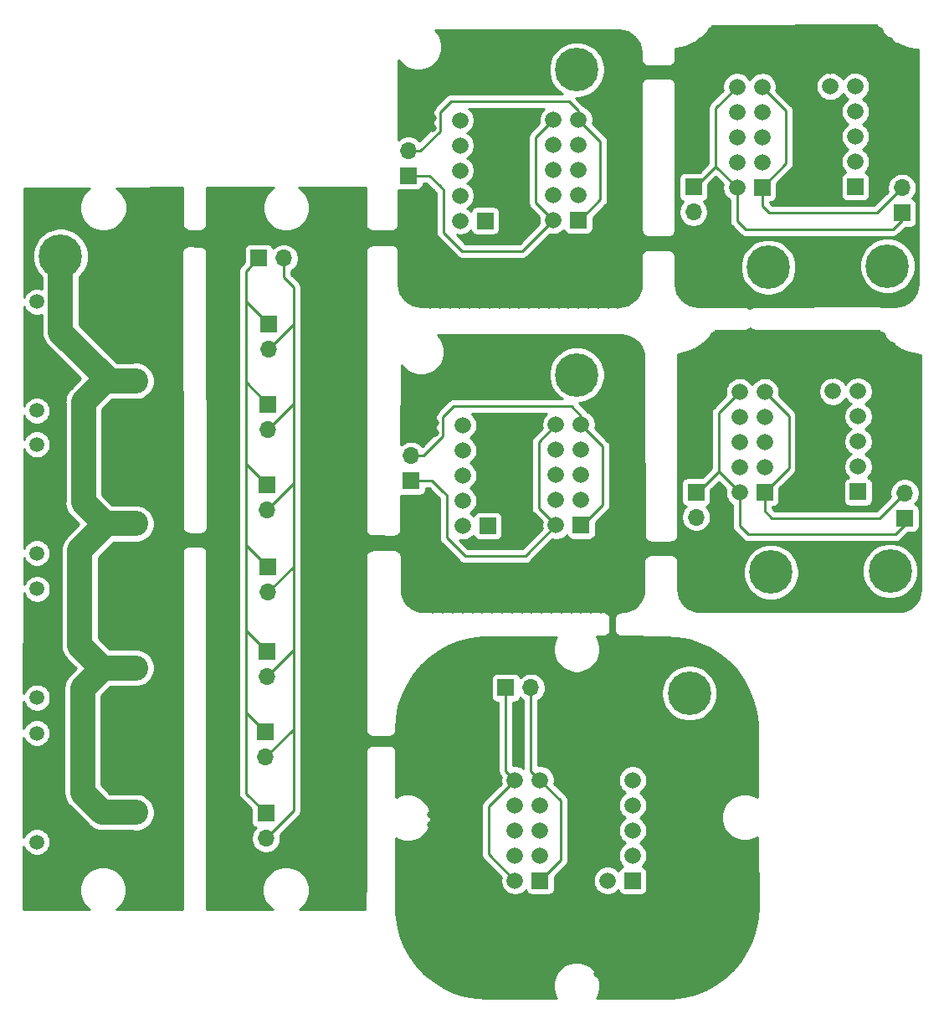
<source format=gbr>
%TF.GenerationSoftware,KiCad,Pcbnew,(5.1.12)-1*%
%TF.CreationDate,2024-02-12T03:14:50+09:00*%
%TF.ProjectId,imu_led_connect,696d755f-6c65-4645-9f63-6f6e6e656374,rev?*%
%TF.SameCoordinates,Original*%
%TF.FileFunction,Copper,L1,Top*%
%TF.FilePolarity,Positive*%
%FSLAX46Y46*%
G04 Gerber Fmt 4.6, Leading zero omitted, Abs format (unit mm)*
G04 Created by KiCad (PCBNEW (5.1.12)-1) date 2024-02-12 03:14:50*
%MOMM*%
%LPD*%
G01*
G04 APERTURE LIST*
%TA.AperFunction,ComponentPad*%
%ADD10R,1.700000X1.700000*%
%TD*%
%TA.AperFunction,ComponentPad*%
%ADD11O,1.700000X1.700000*%
%TD*%
%TA.AperFunction,ComponentPad*%
%ADD12C,4.400000*%
%TD*%
%TA.AperFunction,ComponentPad*%
%ADD13C,1.665000*%
%TD*%
%TA.AperFunction,ComponentPad*%
%ADD14R,1.665000X1.665000*%
%TD*%
%TA.AperFunction,ComponentPad*%
%ADD15C,1.500000*%
%TD*%
%TA.AperFunction,ComponentPad*%
%ADD16C,2.550000*%
%TD*%
%TA.AperFunction,ViaPad*%
%ADD17C,0.800000*%
%TD*%
%TA.AperFunction,Conductor*%
%ADD18C,0.250000*%
%TD*%
%TA.AperFunction,Conductor*%
%ADD19C,2.500000*%
%TD*%
%TA.AperFunction,Conductor*%
%ADD20C,0.254000*%
%TD*%
%TA.AperFunction,Conductor*%
%ADD21C,0.100000*%
%TD*%
G04 APERTURE END LIST*
D10*
%TO.P,J20,1*%
%TO.N,Net-(J20-Pad1)*%
X115075000Y-91760000D03*
D11*
%TO.P,J20,2*%
%TO.N,Net-(J20-Pad2)*%
X115075000Y-94300000D03*
%TD*%
D12*
%TO.P,H7,1*%
%TO.N,Net-(H5-Pad1)*%
X122650000Y-99875000D03*
%TD*%
D10*
%TO.P,J24,1*%
%TO.N,Net-(J20-Pad1)*%
X136175000Y-94390000D03*
D11*
%TO.P,J24,2*%
%TO.N,Net-(J20-Pad2)*%
X136175000Y-91850000D03*
%TD*%
D13*
%TO.P,J1,10*%
%TO.N,Net-(H2-Pad1)*%
X91460000Y-85010000D03*
%TO.P,J1,9*%
%TO.N,GND*%
X94000000Y-85010000D03*
%TO.P,J1,8*%
%TO.N,Net-(H2-Pad1)*%
X91460000Y-87550000D03*
%TO.P,J1,7*%
%TO.N,GND*%
X94000000Y-87550000D03*
%TO.P,J1,6*%
%TO.N,Net-(H2-Pad1)*%
X91460000Y-90090000D03*
%TO.P,J1,5*%
%TO.N,GND*%
X94000000Y-90090000D03*
%TO.P,J1,4*%
%TO.N,Net-(H2-Pad1)*%
X91460000Y-92630000D03*
%TO.P,J1,3*%
%TO.N,GND*%
X94000000Y-92630000D03*
%TO.P,J1,2*%
%TO.N,Net-(H2-Pad1)*%
X91460000Y-95170000D03*
D14*
%TO.P,J1,1*%
%TO.N,Net-(J1-Pad1)*%
X94000000Y-95170000D03*
%TD*%
D10*
%TO.P,J19,1*%
%TO.N,Net-(J19-Pad1)*%
X86250000Y-90625000D03*
D11*
%TO.P,J19,2*%
%TO.N,Net-(J19-Pad2)*%
X86250000Y-88085000D03*
%TD*%
D14*
%TO.P,J4,1*%
%TO.N,Net-(H5-Pad1)*%
X131465000Y-91745000D03*
D13*
%TO.P,J4,2*%
%TO.N,GND*%
X128925000Y-91745000D03*
%TO.P,J4,3*%
%TO.N,Net-(H5-Pad1)*%
X131465000Y-89205000D03*
%TO.P,J4,4*%
%TO.N,GND*%
X128925000Y-89205000D03*
%TO.P,J4,5*%
%TO.N,Net-(H5-Pad1)*%
X131465000Y-86665000D03*
%TO.P,J4,6*%
%TO.N,GND*%
X128925000Y-86665000D03*
%TO.P,J4,7*%
%TO.N,Net-(H5-Pad1)*%
X131465000Y-84125000D03*
%TO.P,J4,8*%
%TO.N,GND*%
X128925000Y-84125000D03*
%TO.P,J4,9*%
%TO.N,Net-(H5-Pad1)*%
X131465000Y-81585000D03*
%TO.P,J4,10*%
%TO.N,Net-(J4-Pad10)*%
X128925000Y-81585000D03*
%TD*%
D14*
%TO.P,J6,1*%
%TO.N,Net-(J20-Pad2)*%
X122025000Y-91800000D03*
D13*
%TO.P,J6,2*%
%TO.N,Net-(J20-Pad1)*%
X119485000Y-91800000D03*
%TO.P,J6,3*%
%TO.N,Net-(J6-Pad3)*%
X122025000Y-89260000D03*
%TO.P,J6,4*%
%TO.N,Net-(J6-Pad4)*%
X119485000Y-89260000D03*
%TO.P,J6,5*%
%TO.N,Net-(J6-Pad5)*%
X122025000Y-86720000D03*
%TO.P,J6,6*%
%TO.N,Net-(J6-Pad6)*%
X119485000Y-86720000D03*
%TO.P,J6,7*%
%TO.N,Net-(J6-Pad7)*%
X122025000Y-84180000D03*
%TO.P,J6,8*%
%TO.N,Net-(J6-Pad8)*%
X119485000Y-84180000D03*
%TO.P,J6,9*%
%TO.N,Net-(J20-Pad2)*%
X122025000Y-81640000D03*
%TO.P,J6,10*%
%TO.N,Net-(J20-Pad1)*%
X119485000Y-81640000D03*
%TD*%
D12*
%TO.P,H8,1*%
%TO.N,GND*%
X116525000Y-99900000D03*
%TD*%
D13*
%TO.P,J3,10*%
%TO.N,Net-(J19-Pad1)*%
X100910000Y-84960000D03*
%TO.P,J3,9*%
%TO.N,Net-(J19-Pad2)*%
X103450000Y-84960000D03*
%TO.P,J3,8*%
%TO.N,Net-(J3-Pad8)*%
X100910000Y-87500000D03*
%TO.P,J3,7*%
%TO.N,Net-(J3-Pad7)*%
X103450000Y-87500000D03*
%TO.P,J3,6*%
%TO.N,Net-(J3-Pad6)*%
X100910000Y-90040000D03*
%TO.P,J3,5*%
%TO.N,Net-(J3-Pad5)*%
X103450000Y-90040000D03*
%TO.P,J3,4*%
%TO.N,Net-(J3-Pad4)*%
X100910000Y-92580000D03*
%TO.P,J3,3*%
%TO.N,Net-(J3-Pad3)*%
X103450000Y-92580000D03*
%TO.P,J3,2*%
%TO.N,Net-(J19-Pad1)*%
X100910000Y-95120000D03*
D14*
%TO.P,J3,1*%
%TO.N,Net-(J19-Pad2)*%
X103450000Y-95120000D03*
%TD*%
D12*
%TO.P,H1,1*%
%TO.N,GND*%
X93000000Y-79850000D03*
%TD*%
%TO.P,H5,1*%
%TO.N,Net-(H5-Pad1)*%
X134700000Y-99750000D03*
%TD*%
%TO.P,H6,1*%
%TO.N,GND*%
X128650000Y-99875000D03*
%TD*%
%TO.P,H2,1*%
%TO.N,Net-(H2-Pad1)*%
X103000000Y-79900000D03*
%TD*%
D11*
%TO.P,J18,2*%
%TO.N,Net-(J11-Pad2)*%
X71550000Y-126790000D03*
D10*
%TO.P,J18,1*%
%TO.N,Net-(J11-Pad1)*%
X71550000Y-124250000D03*
%TD*%
D11*
%TO.P,J17,2*%
%TO.N,Net-(J11-Pad2)*%
X71525000Y-118575000D03*
D10*
%TO.P,J17,1*%
%TO.N,Net-(J11-Pad1)*%
X71525000Y-116035000D03*
%TD*%
D11*
%TO.P,J16,2*%
%TO.N,Net-(J11-Pad2)*%
X71650000Y-110425000D03*
D10*
%TO.P,J16,1*%
%TO.N,Net-(J11-Pad1)*%
X71650000Y-107885000D03*
%TD*%
D11*
%TO.P,J15,2*%
%TO.N,Net-(J11-Pad2)*%
X71775000Y-101890000D03*
D10*
%TO.P,J15,1*%
%TO.N,Net-(J11-Pad1)*%
X71775000Y-99350000D03*
%TD*%
D11*
%TO.P,J14,2*%
%TO.N,Net-(J11-Pad2)*%
X71775000Y-85415000D03*
D10*
%TO.P,J14,1*%
%TO.N,Net-(J11-Pad1)*%
X71775000Y-82875000D03*
%TD*%
D11*
%TO.P,J13,2*%
%TO.N,Net-(J11-Pad2)*%
X73365000Y-68125000D03*
D10*
%TO.P,J13,1*%
%TO.N,Net-(J11-Pad1)*%
X70825000Y-68125000D03*
%TD*%
D11*
%TO.P,J12,2*%
%TO.N,Net-(J11-Pad2)*%
X71825000Y-77325000D03*
D10*
%TO.P,J12,1*%
%TO.N,Net-(J11-Pad1)*%
X71825000Y-74785000D03*
%TD*%
D11*
%TO.P,J11,2*%
%TO.N,Net-(J11-Pad2)*%
X71625000Y-93565000D03*
D10*
%TO.P,J11,1*%
%TO.N,Net-(J11-Pad1)*%
X71625000Y-91025000D03*
%TD*%
D15*
%TO.P,J8,4*%
%TO.N,Net-(J8-Pad4)*%
X48375000Y-83525000D03*
%TO.P,J8,3*%
%TO.N,Net-(J8-Pad3)*%
X48375000Y-72525000D03*
D16*
%TO.P,J8,2*%
%TO.N,GND*%
X58375000Y-75525000D03*
%TO.P,J8,1*%
%TO.N,+24V*%
X58375000Y-80525000D03*
%TD*%
D15*
%TO.P,J7,4*%
%TO.N,Net-(J7-Pad4)*%
X48375000Y-97950000D03*
%TO.P,J7,3*%
%TO.N,Net-(J7-Pad3)*%
X48375000Y-86950000D03*
D16*
%TO.P,J7,2*%
%TO.N,GND*%
X58375000Y-89950000D03*
%TO.P,J7,1*%
%TO.N,+24V*%
X58375000Y-94950000D03*
%TD*%
D15*
%TO.P,J5,4*%
%TO.N,Net-(J5-Pad4)*%
X48375000Y-127150000D03*
%TO.P,J5,3*%
%TO.N,Net-(J5-Pad3)*%
X48375000Y-116150000D03*
D16*
%TO.P,J5,2*%
%TO.N,GND*%
X58375000Y-119150000D03*
%TO.P,J5,1*%
%TO.N,+24V*%
X58375000Y-124150000D03*
%TD*%
D15*
%TO.P,J2,4*%
%TO.N,Net-(J2-Pad4)*%
X48387000Y-112550000D03*
%TO.P,J2,3*%
%TO.N,Net-(J2-Pad3)*%
X48387000Y-101550000D03*
D16*
%TO.P,J2,2*%
%TO.N,GND*%
X58387000Y-104550000D03*
%TO.P,J2,1*%
%TO.N,+24V*%
X58387000Y-109550000D03*
%TD*%
D12*
%TO.P,H4,1*%
%TO.N,GND*%
X57700000Y-67825000D03*
%TD*%
%TO.P,H3,1*%
%TO.N,+24V*%
X50775000Y-67900000D03*
%TD*%
D11*
%TO.P,J24,2*%
%TO.N,Net-(J20-Pad2)*%
X135900000Y-61000000D03*
D10*
%TO.P,J24,1*%
%TO.N,Net-(J20-Pad1)*%
X135900000Y-63540000D03*
%TD*%
D12*
%TO.P,H8,1*%
%TO.N,GND*%
X116250000Y-69050000D03*
%TD*%
%TO.P,H7,1*%
%TO.N,Net-(H5-Pad1)*%
X122375000Y-69025000D03*
%TD*%
D14*
%TO.P,J3,1*%
%TO.N,Net-(J19-Pad2)*%
X103175000Y-64270000D03*
D13*
%TO.P,J3,2*%
%TO.N,Net-(J19-Pad1)*%
X100635000Y-64270000D03*
%TO.P,J3,3*%
%TO.N,Net-(J3-Pad3)*%
X103175000Y-61730000D03*
%TO.P,J3,4*%
%TO.N,Net-(J3-Pad4)*%
X100635000Y-61730000D03*
%TO.P,J3,5*%
%TO.N,Net-(J3-Pad5)*%
X103175000Y-59190000D03*
%TO.P,J3,6*%
%TO.N,Net-(J3-Pad6)*%
X100635000Y-59190000D03*
%TO.P,J3,7*%
%TO.N,Net-(J3-Pad7)*%
X103175000Y-56650000D03*
%TO.P,J3,8*%
%TO.N,Net-(J3-Pad8)*%
X100635000Y-56650000D03*
%TO.P,J3,9*%
%TO.N,Net-(J19-Pad2)*%
X103175000Y-54110000D03*
%TO.P,J3,10*%
%TO.N,Net-(J19-Pad1)*%
X100635000Y-54110000D03*
%TD*%
D11*
%TO.P,J21,2*%
%TO.N,Net-(J10-Pad1)*%
X98365000Y-111550000D03*
D10*
%TO.P,J21,1*%
%TO.N,Net-(J10-Pad10)*%
X95825000Y-111550000D03*
%TD*%
D11*
%TO.P,J20,2*%
%TO.N,Net-(J20-Pad2)*%
X114800000Y-63450000D03*
D10*
%TO.P,J20,1*%
%TO.N,Net-(J20-Pad1)*%
X114800000Y-60910000D03*
%TD*%
D11*
%TO.P,J19,2*%
%TO.N,Net-(J19-Pad2)*%
X85975000Y-57235000D03*
D10*
%TO.P,J19,1*%
%TO.N,Net-(J19-Pad1)*%
X85975000Y-59775000D03*
%TD*%
D13*
%TO.P,J10,10*%
%TO.N,Net-(J10-Pad10)*%
X96760000Y-120890000D03*
%TO.P,J10,9*%
%TO.N,Net-(J10-Pad1)*%
X99300000Y-120890000D03*
%TO.P,J10,8*%
%TO.N,Net-(J10-Pad8)*%
X96760000Y-123430000D03*
%TO.P,J10,7*%
%TO.N,Net-(J10-Pad7)*%
X99300000Y-123430000D03*
%TO.P,J10,6*%
%TO.N,Net-(J10-Pad6)*%
X96760000Y-125970000D03*
%TO.P,J10,5*%
%TO.N,Net-(J10-Pad5)*%
X99300000Y-125970000D03*
%TO.P,J10,4*%
%TO.N,Net-(J10-Pad4)*%
X96760000Y-128510000D03*
%TO.P,J10,3*%
%TO.N,Net-(J10-Pad3)*%
X99300000Y-128510000D03*
%TO.P,J10,2*%
%TO.N,Net-(J10-Pad10)*%
X96760000Y-131050000D03*
D14*
%TO.P,J10,1*%
%TO.N,Net-(J10-Pad1)*%
X99300000Y-131050000D03*
%TD*%
D13*
%TO.P,J9,10*%
%TO.N,GND*%
X106110000Y-120890000D03*
%TO.P,J9,9*%
%TO.N,Net-(H9-Pad1)*%
X108650000Y-120890000D03*
%TO.P,J9,8*%
%TO.N,GND*%
X106110000Y-123430000D03*
%TO.P,J9,7*%
%TO.N,Net-(H9-Pad1)*%
X108650000Y-123430000D03*
%TO.P,J9,6*%
%TO.N,GND*%
X106110000Y-125970000D03*
%TO.P,J9,5*%
%TO.N,Net-(H9-Pad1)*%
X108650000Y-125970000D03*
%TO.P,J9,4*%
%TO.N,GND*%
X106110000Y-128510000D03*
%TO.P,J9,3*%
%TO.N,Net-(H9-Pad1)*%
X108650000Y-128510000D03*
%TO.P,J9,2*%
%TO.N,Net-(J9-Pad2)*%
X106110000Y-131050000D03*
D14*
%TO.P,J9,1*%
%TO.N,Net-(H9-Pad1)*%
X108650000Y-131050000D03*
%TD*%
D13*
%TO.P,J6,10*%
%TO.N,Net-(J20-Pad1)*%
X119210000Y-50790000D03*
%TO.P,J6,9*%
%TO.N,Net-(J20-Pad2)*%
X121750000Y-50790000D03*
%TO.P,J6,8*%
%TO.N,Net-(J6-Pad8)*%
X119210000Y-53330000D03*
%TO.P,J6,7*%
%TO.N,Net-(J6-Pad7)*%
X121750000Y-53330000D03*
%TO.P,J6,6*%
%TO.N,Net-(J6-Pad6)*%
X119210000Y-55870000D03*
%TO.P,J6,5*%
%TO.N,Net-(J6-Pad5)*%
X121750000Y-55870000D03*
%TO.P,J6,4*%
%TO.N,Net-(J6-Pad4)*%
X119210000Y-58410000D03*
%TO.P,J6,3*%
%TO.N,Net-(J6-Pad3)*%
X121750000Y-58410000D03*
%TO.P,J6,2*%
%TO.N,Net-(J20-Pad1)*%
X119210000Y-60950000D03*
D14*
%TO.P,J6,1*%
%TO.N,Net-(J20-Pad2)*%
X121750000Y-60950000D03*
%TD*%
D13*
%TO.P,J4,10*%
%TO.N,Net-(J4-Pad10)*%
X128650000Y-50735000D03*
%TO.P,J4,9*%
%TO.N,Net-(H5-Pad1)*%
X131190000Y-50735000D03*
%TO.P,J4,8*%
%TO.N,GND*%
X128650000Y-53275000D03*
%TO.P,J4,7*%
%TO.N,Net-(H5-Pad1)*%
X131190000Y-53275000D03*
%TO.P,J4,6*%
%TO.N,GND*%
X128650000Y-55815000D03*
%TO.P,J4,5*%
%TO.N,Net-(H5-Pad1)*%
X131190000Y-55815000D03*
%TO.P,J4,4*%
%TO.N,GND*%
X128650000Y-58355000D03*
%TO.P,J4,3*%
%TO.N,Net-(H5-Pad1)*%
X131190000Y-58355000D03*
%TO.P,J4,2*%
%TO.N,GND*%
X128650000Y-60895000D03*
D14*
%TO.P,J4,1*%
%TO.N,Net-(H5-Pad1)*%
X131190000Y-60895000D03*
%TD*%
%TO.P,J1,1*%
%TO.N,Net-(J1-Pad1)*%
X93725000Y-64320000D03*
D13*
%TO.P,J1,2*%
%TO.N,Net-(H2-Pad1)*%
X91185000Y-64320000D03*
%TO.P,J1,3*%
%TO.N,GND*%
X93725000Y-61780000D03*
%TO.P,J1,4*%
%TO.N,Net-(H2-Pad1)*%
X91185000Y-61780000D03*
%TO.P,J1,5*%
%TO.N,GND*%
X93725000Y-59240000D03*
%TO.P,J1,6*%
%TO.N,Net-(H2-Pad1)*%
X91185000Y-59240000D03*
%TO.P,J1,7*%
%TO.N,GND*%
X93725000Y-56700000D03*
%TO.P,J1,8*%
%TO.N,Net-(H2-Pad1)*%
X91185000Y-56700000D03*
%TO.P,J1,9*%
%TO.N,GND*%
X93725000Y-54160000D03*
%TO.P,J1,10*%
%TO.N,Net-(H2-Pad1)*%
X91185000Y-54160000D03*
%TD*%
D12*
%TO.P,H10,1*%
%TO.N,GND*%
X105300000Y-112375000D03*
%TD*%
%TO.P,H9,1*%
%TO.N,Net-(H9-Pad1)*%
X114400000Y-112100000D03*
%TD*%
%TO.P,H6,1*%
%TO.N,GND*%
X128375000Y-69025000D03*
%TD*%
%TO.P,H5,1*%
%TO.N,Net-(H5-Pad1)*%
X134425000Y-68900000D03*
%TD*%
%TO.P,H2,1*%
%TO.N,Net-(H2-Pad1)*%
X103000000Y-49050000D03*
%TD*%
%TO.P,H1,1*%
%TO.N,GND*%
X93000000Y-49000000D03*
%TD*%
D17*
%TO.N,GND*%
X97150000Y-113950000D03*
X97125000Y-117725000D03*
X116625000Y-45125000D03*
X117625000Y-45125000D03*
X118625000Y-45125000D03*
X119625000Y-45125000D03*
X120625000Y-45125000D03*
X121625000Y-45125000D03*
X122625000Y-45125000D03*
X123625000Y-45125000D03*
X124625000Y-45125000D03*
X125625000Y-45125000D03*
X126625000Y-45125000D03*
X127625000Y-45125000D03*
X128625000Y-45125000D03*
X129625000Y-45125000D03*
X130625000Y-45125000D03*
X131625000Y-45125000D03*
X132625000Y-45125000D03*
X133625000Y-45125000D03*
X115625000Y-46125000D03*
X116625000Y-46125000D03*
X117625000Y-46125000D03*
X118625000Y-46125000D03*
X119625000Y-46125000D03*
X120625000Y-46125000D03*
X121625000Y-46125000D03*
X122625000Y-46125000D03*
X123625000Y-46125000D03*
X124625000Y-46125000D03*
X125625000Y-46125000D03*
X126625000Y-46125000D03*
X127625000Y-46125000D03*
X128625000Y-46125000D03*
X129625000Y-46125000D03*
X130625000Y-46125000D03*
X131625000Y-46125000D03*
X132625000Y-46125000D03*
X133625000Y-46125000D03*
X134625000Y-46125000D03*
X115625000Y-47125000D03*
X116625000Y-47125000D03*
X117625000Y-47125000D03*
X118625000Y-47125000D03*
X119625000Y-47125000D03*
X120625000Y-47125000D03*
X121625000Y-47125000D03*
X122625000Y-47125000D03*
X123625000Y-47125000D03*
X124625000Y-47125000D03*
X125625000Y-47125000D03*
X126625000Y-47125000D03*
X127625000Y-47125000D03*
X128625000Y-47125000D03*
X129625000Y-47125000D03*
X130625000Y-47125000D03*
X131625000Y-47125000D03*
X132625000Y-47125000D03*
X133625000Y-47125000D03*
X134625000Y-47125000D03*
X115625000Y-48125000D03*
X116625000Y-48125000D03*
X117625000Y-48125000D03*
X118625000Y-48125000D03*
X119625000Y-48125000D03*
X120625000Y-48125000D03*
X121625000Y-48125000D03*
X122625000Y-48125000D03*
X123625000Y-48125000D03*
X124625000Y-48125000D03*
X125625000Y-48125000D03*
X126625000Y-48125000D03*
X127625000Y-48125000D03*
X128625000Y-48125000D03*
X129625000Y-48125000D03*
X130625000Y-48125000D03*
X131625000Y-48125000D03*
X132625000Y-48125000D03*
X133625000Y-48125000D03*
X134625000Y-48125000D03*
X115625000Y-49125000D03*
X116625000Y-49125000D03*
X117625000Y-49125000D03*
X118625000Y-49125000D03*
X119625000Y-49125000D03*
X120625000Y-49125000D03*
X121625000Y-49125000D03*
X122625000Y-49125000D03*
X123625000Y-49125000D03*
X124625000Y-49125000D03*
X125625000Y-49125000D03*
X126625000Y-49125000D03*
X127625000Y-49125000D03*
X128625000Y-49125000D03*
X129625000Y-49125000D03*
X130625000Y-49125000D03*
X131625000Y-49125000D03*
X132625000Y-49125000D03*
X133625000Y-49125000D03*
X134625000Y-49125000D03*
X88150000Y-69000000D03*
X92150000Y-69000000D03*
X97150000Y-69000000D03*
X101150000Y-69000000D03*
X90150000Y-70000000D03*
X91150000Y-70000000D03*
X98150000Y-69000000D03*
X91150000Y-69000000D03*
X103150000Y-69000000D03*
X90150000Y-69000000D03*
X99150000Y-69000000D03*
X93150000Y-69000000D03*
X102150000Y-69000000D03*
X104150000Y-69000000D03*
X107150000Y-69000000D03*
X88150000Y-70000000D03*
X95150000Y-70000000D03*
X105150000Y-69000000D03*
X94150000Y-69000000D03*
X106150000Y-69000000D03*
X93150000Y-70000000D03*
X94150000Y-70000000D03*
X97150000Y-70000000D03*
X95150000Y-69000000D03*
X89150000Y-69000000D03*
X96150000Y-69000000D03*
X100150000Y-69000000D03*
X96150000Y-70000000D03*
X98150000Y-70000000D03*
X89150000Y-70000000D03*
X92150000Y-70000000D03*
X99150000Y-70000000D03*
X100150000Y-70000000D03*
X90150000Y-71000000D03*
X106150000Y-71000000D03*
X107150000Y-71000000D03*
X89150000Y-71000000D03*
X94150000Y-71000000D03*
X104150000Y-71000000D03*
X106150000Y-70000000D03*
X88150000Y-71000000D03*
X107150000Y-70000000D03*
X99150000Y-71000000D03*
X103150000Y-71000000D03*
X101150000Y-70000000D03*
X105150000Y-70000000D03*
X95150000Y-71000000D03*
X96150000Y-71000000D03*
X97150000Y-71000000D03*
X93150000Y-71000000D03*
X104150000Y-70000000D03*
X91150000Y-71000000D03*
X92150000Y-71000000D03*
X100150000Y-71000000D03*
X103150000Y-70000000D03*
X101150000Y-71000000D03*
X102150000Y-70000000D03*
X98150000Y-71000000D03*
X102150000Y-71000000D03*
X105150000Y-71000000D03*
X88425000Y-52925000D03*
X86425000Y-64925000D03*
X88425000Y-64925000D03*
X88425000Y-62925000D03*
X87425000Y-51925000D03*
X86425000Y-63925000D03*
X86425000Y-50925000D03*
X86425000Y-52925000D03*
X86425000Y-54925000D03*
X87425000Y-64925000D03*
X86425000Y-51925000D03*
X87425000Y-62925000D03*
X86425000Y-62925000D03*
X87425000Y-53925000D03*
X88425000Y-53925000D03*
X87425000Y-63925000D03*
X88425000Y-51925000D03*
X88425000Y-50925000D03*
X87425000Y-52925000D03*
X87425000Y-50925000D03*
X88425000Y-54925000D03*
X87425000Y-54925000D03*
X88425000Y-63925000D03*
X86425000Y-53925000D03*
X109075000Y-55450000D03*
X108075000Y-63450000D03*
X108075000Y-64450000D03*
X108075000Y-55450000D03*
X108075000Y-65450000D03*
X108075000Y-51450000D03*
X108075000Y-57450000D03*
X107075000Y-57450000D03*
X107075000Y-54450000D03*
X109075000Y-51450000D03*
X109075000Y-58450000D03*
X108075000Y-52450000D03*
X107075000Y-61450000D03*
X107075000Y-52450000D03*
X109075000Y-54450000D03*
X107075000Y-55450000D03*
X108075000Y-58450000D03*
X107075000Y-59450000D03*
X107075000Y-60450000D03*
X107075000Y-64450000D03*
X108075000Y-53450000D03*
X108075000Y-62450000D03*
X109075000Y-62450000D03*
X108075000Y-59450000D03*
X108075000Y-54450000D03*
X108075000Y-56450000D03*
X107075000Y-63450000D03*
X109075000Y-61450000D03*
X107075000Y-51450000D03*
X107075000Y-53450000D03*
X109075000Y-59450000D03*
X107075000Y-62450000D03*
X108075000Y-60450000D03*
X109075000Y-64450000D03*
X107075000Y-58450000D03*
X109075000Y-65450000D03*
X109075000Y-63450000D03*
X109075000Y-52450000D03*
X109075000Y-57450000D03*
X107075000Y-65450000D03*
X109075000Y-53450000D03*
X108075000Y-61450000D03*
X107075000Y-56450000D03*
X109075000Y-56450000D03*
X109075000Y-60450000D03*
X115700000Y-57350000D03*
X115700000Y-53350000D03*
X114700000Y-56350000D03*
X114700000Y-51350000D03*
X113700000Y-50350000D03*
X113700000Y-51350000D03*
X113700000Y-55350000D03*
X113700000Y-57350000D03*
X113700000Y-52350000D03*
X115700000Y-50350000D03*
X113700000Y-54350000D03*
X115700000Y-51350000D03*
X113700000Y-56350000D03*
X114700000Y-54350000D03*
X114700000Y-52350000D03*
X115700000Y-56350000D03*
X115700000Y-55350000D03*
X114700000Y-53350000D03*
X114700000Y-50350000D03*
X114700000Y-57350000D03*
X114700000Y-55350000D03*
X115700000Y-54350000D03*
X115700000Y-52350000D03*
X113700000Y-53350000D03*
X137250000Y-54925000D03*
X137250000Y-50925000D03*
X136250000Y-53925000D03*
X136250000Y-48925000D03*
X135250000Y-47925000D03*
X135250000Y-48925000D03*
X135250000Y-52925000D03*
X135250000Y-54925000D03*
X135250000Y-56925000D03*
X135250000Y-49925000D03*
X137250000Y-47925000D03*
X135250000Y-51925000D03*
X137250000Y-48925000D03*
X135250000Y-53925000D03*
X136250000Y-55925000D03*
X136250000Y-51925000D03*
X136250000Y-49925000D03*
X137250000Y-55925000D03*
X137250000Y-53925000D03*
X137250000Y-52925000D03*
X136250000Y-50925000D03*
X136250000Y-47925000D03*
X136250000Y-54925000D03*
X136250000Y-52925000D03*
X137250000Y-51925000D03*
X137250000Y-56925000D03*
X136250000Y-56925000D03*
X135250000Y-55925000D03*
X137250000Y-49925000D03*
X135250000Y-50925000D03*
X106125000Y-139450000D03*
X109125000Y-140450000D03*
X105125000Y-139450000D03*
X106125000Y-138450000D03*
X113125000Y-140450000D03*
X95125000Y-139450000D03*
X94125000Y-140450000D03*
X105125000Y-140450000D03*
X111125000Y-139450000D03*
X98125000Y-139450000D03*
X110125000Y-140450000D03*
X107125000Y-139450000D03*
X100125000Y-140450000D03*
X108125000Y-140450000D03*
X111125000Y-140450000D03*
X94125000Y-136450000D03*
X112125000Y-139450000D03*
X94125000Y-138450000D03*
X101125000Y-137450000D03*
X96125000Y-138450000D03*
X99125000Y-138450000D03*
X110125000Y-138450000D03*
X98125000Y-138450000D03*
X103125000Y-136450000D03*
X107125000Y-137450000D03*
X97125000Y-137450000D03*
X99125000Y-140450000D03*
X96125000Y-140450000D03*
X112125000Y-137450000D03*
X113125000Y-136450000D03*
X97125000Y-140450000D03*
X98125000Y-140450000D03*
X110125000Y-139450000D03*
X95125000Y-140450000D03*
X107125000Y-140450000D03*
X106125000Y-140450000D03*
X108125000Y-139450000D03*
X112125000Y-140450000D03*
X102125000Y-138450000D03*
X113125000Y-139450000D03*
X109125000Y-139450000D03*
X95125000Y-136450000D03*
X112125000Y-136450000D03*
X102125000Y-137450000D03*
X108125000Y-136450000D03*
X106125000Y-136450000D03*
X104125000Y-136450000D03*
X111125000Y-136450000D03*
X100125000Y-137450000D03*
X98125000Y-136450000D03*
X101125000Y-139450000D03*
X103125000Y-138450000D03*
X113125000Y-138450000D03*
X94125000Y-139450000D03*
X96125000Y-139450000D03*
X100125000Y-138450000D03*
X109125000Y-136450000D03*
X99125000Y-139450000D03*
X100125000Y-136450000D03*
X94125000Y-137450000D03*
X112125000Y-138450000D03*
X107125000Y-136450000D03*
X96125000Y-137450000D03*
X96125000Y-136450000D03*
X105125000Y-137450000D03*
X109125000Y-137450000D03*
X99125000Y-136450000D03*
X111125000Y-137450000D03*
X105125000Y-138450000D03*
X97125000Y-136450000D03*
X95125000Y-137450000D03*
X99125000Y-137450000D03*
X107125000Y-138450000D03*
X97125000Y-139450000D03*
X100125000Y-139450000D03*
X108125000Y-138450000D03*
X110125000Y-137450000D03*
X103125000Y-137450000D03*
X113125000Y-137450000D03*
X98125000Y-137450000D03*
X106125000Y-137450000D03*
X108125000Y-137450000D03*
X109125000Y-138450000D03*
X104125000Y-138450000D03*
X104125000Y-137450000D03*
X97125000Y-138450000D03*
X95125000Y-138450000D03*
X101125000Y-136450000D03*
X105125000Y-136450000D03*
X111125000Y-138450000D03*
X110125000Y-136450000D03*
X102125000Y-136450000D03*
X101125000Y-138450000D03*
X92275000Y-126400000D03*
X92275000Y-122400000D03*
X92275000Y-136400000D03*
X91275000Y-121400000D03*
X89275000Y-130400000D03*
X92275000Y-125400000D03*
X88275000Y-117400000D03*
X88275000Y-122400000D03*
X88275000Y-132400000D03*
X91275000Y-126400000D03*
X90275000Y-117400000D03*
X91275000Y-136400000D03*
X92275000Y-121400000D03*
X88275000Y-124400000D03*
X91275000Y-124400000D03*
X91275000Y-123400000D03*
X89275000Y-129400000D03*
X91275000Y-120400000D03*
X88275000Y-119400000D03*
X91275000Y-129400000D03*
X90275000Y-120400000D03*
X89275000Y-123400000D03*
X90275000Y-130400000D03*
X88275000Y-136400000D03*
X91275000Y-128400000D03*
X92275000Y-131400000D03*
X92275000Y-127400000D03*
X91275000Y-122400000D03*
X90275000Y-136400000D03*
X90275000Y-134400000D03*
X92275000Y-124400000D03*
X91275000Y-132400000D03*
X92275000Y-135400000D03*
X88275000Y-135400000D03*
X88275000Y-121400000D03*
X90275000Y-132400000D03*
X88275000Y-127400000D03*
X91275000Y-131400000D03*
X89275000Y-133400000D03*
X92275000Y-134400000D03*
X92275000Y-133400000D03*
X92275000Y-123400000D03*
X91275000Y-119400000D03*
X92275000Y-117400000D03*
X92275000Y-120400000D03*
X92275000Y-132400000D03*
X90275000Y-128400000D03*
X92275000Y-128400000D03*
X92275000Y-130400000D03*
X92275000Y-118400000D03*
X91275000Y-117400000D03*
X90275000Y-131400000D03*
X92275000Y-129400000D03*
X89275000Y-118400000D03*
X88275000Y-118400000D03*
X89275000Y-128400000D03*
X88275000Y-126400000D03*
X90275000Y-127400000D03*
X91275000Y-134400000D03*
X90275000Y-124400000D03*
X91275000Y-135400000D03*
X92275000Y-119400000D03*
X91275000Y-118400000D03*
X91275000Y-125400000D03*
X89275000Y-125400000D03*
X89275000Y-135400000D03*
X90275000Y-118400000D03*
X90275000Y-122400000D03*
X90275000Y-135400000D03*
X90275000Y-133400000D03*
X89275000Y-121400000D03*
X88275000Y-133400000D03*
X88275000Y-130400000D03*
X89275000Y-136400000D03*
X89275000Y-122400000D03*
X88275000Y-129400000D03*
X88275000Y-134400000D03*
X90275000Y-126400000D03*
X90275000Y-121400000D03*
X89275000Y-126400000D03*
X91275000Y-127400000D03*
X90275000Y-119400000D03*
X88275000Y-125400000D03*
X89275000Y-134400000D03*
X89275000Y-132400000D03*
X89275000Y-117400000D03*
X88275000Y-131400000D03*
X89275000Y-127400000D03*
X90275000Y-129400000D03*
X88275000Y-120400000D03*
X89275000Y-119400000D03*
X90275000Y-125400000D03*
X90275000Y-123400000D03*
X91275000Y-133400000D03*
X88275000Y-128400000D03*
X89275000Y-131400000D03*
X91275000Y-130400000D03*
X89275000Y-124400000D03*
X88275000Y-123400000D03*
X89275000Y-120400000D03*
X113300000Y-117225000D03*
X116300000Y-133225000D03*
X113300000Y-125225000D03*
X117300000Y-135225000D03*
X116300000Y-134225000D03*
X115300000Y-116225000D03*
X117300000Y-126225000D03*
X114300000Y-122225000D03*
X113300000Y-126225000D03*
X116300000Y-121225000D03*
X117300000Y-116225000D03*
X116300000Y-119225000D03*
X113300000Y-118225000D03*
X115300000Y-129225000D03*
X115300000Y-131225000D03*
X113300000Y-116225000D03*
X117300000Y-125225000D03*
X117300000Y-130225000D03*
X116300000Y-130225000D03*
X113300000Y-134225000D03*
X114300000Y-132225000D03*
X115300000Y-127225000D03*
X116300000Y-135225000D03*
X117300000Y-127225000D03*
X116300000Y-116225000D03*
X116300000Y-125225000D03*
X117300000Y-128225000D03*
X117300000Y-131225000D03*
X114300000Y-117225000D03*
X115300000Y-123225000D03*
X117300000Y-118225000D03*
X113300000Y-123225000D03*
X116300000Y-117225000D03*
X113300000Y-131225000D03*
X116300000Y-123225000D03*
X116300000Y-122225000D03*
X116300000Y-124225000D03*
X116300000Y-120225000D03*
X113300000Y-121225000D03*
X117300000Y-134225000D03*
X117300000Y-121225000D03*
X117300000Y-124225000D03*
X115300000Y-135225000D03*
X115300000Y-133225000D03*
X116300000Y-131225000D03*
X117300000Y-122225000D03*
X117300000Y-133225000D03*
X114300000Y-129225000D03*
X114300000Y-128225000D03*
X116300000Y-118225000D03*
X117300000Y-119225000D03*
X113300000Y-120225000D03*
X117300000Y-117225000D03*
X117300000Y-120225000D03*
X117300000Y-123225000D03*
X116300000Y-127225000D03*
X117300000Y-132225000D03*
X117300000Y-129225000D03*
X115300000Y-130225000D03*
X114300000Y-127225000D03*
X115300000Y-126225000D03*
X116300000Y-128225000D03*
X115300000Y-119225000D03*
X113300000Y-135225000D03*
X114300000Y-125225000D03*
X115300000Y-124225000D03*
X114300000Y-119225000D03*
X115300000Y-132225000D03*
X114300000Y-131225000D03*
X115300000Y-125225000D03*
X113300000Y-133225000D03*
X114300000Y-130225000D03*
X113300000Y-124225000D03*
X113300000Y-119225000D03*
X113300000Y-129225000D03*
X113300000Y-128225000D03*
X114300000Y-133225000D03*
X113300000Y-130225000D03*
X114300000Y-120225000D03*
X113300000Y-122225000D03*
X113300000Y-132225000D03*
X114300000Y-135225000D03*
X114300000Y-124225000D03*
X114300000Y-123225000D03*
X115300000Y-121225000D03*
X115300000Y-120225000D03*
X115300000Y-122225000D03*
X114300000Y-118225000D03*
X113300000Y-127225000D03*
X116300000Y-129225000D03*
X114300000Y-134225000D03*
X114300000Y-126225000D03*
X116300000Y-132225000D03*
X115300000Y-134225000D03*
X114300000Y-121225000D03*
X115300000Y-128225000D03*
X114300000Y-116225000D03*
X116300000Y-126225000D03*
X115300000Y-117225000D03*
X115300000Y-118225000D03*
X102300000Y-117275000D03*
X98150000Y-71900000D03*
X105150000Y-71900000D03*
X102150000Y-71900000D03*
X101150000Y-71900000D03*
X94150000Y-71900000D03*
X89150000Y-71900000D03*
X90150000Y-71900000D03*
X88150000Y-71900000D03*
X106150000Y-71900000D03*
X95150000Y-71900000D03*
X99150000Y-71900000D03*
X96150000Y-71900000D03*
X97150000Y-71900000D03*
X91150000Y-71900000D03*
X92150000Y-71900000D03*
X93150000Y-71900000D03*
X100150000Y-71900000D03*
X107150000Y-71900000D03*
X104150000Y-71900000D03*
X103150000Y-71900000D03*
X106175000Y-72825000D03*
X100175000Y-72825000D03*
X107175000Y-72825000D03*
X92175000Y-72825000D03*
X95175000Y-72825000D03*
X90175000Y-72825000D03*
X91175000Y-72825000D03*
X88175000Y-72825000D03*
X104175000Y-72825000D03*
X98175000Y-72825000D03*
X96175000Y-72825000D03*
X97175000Y-72825000D03*
X103175000Y-72825000D03*
X105175000Y-72825000D03*
X99175000Y-72825000D03*
X93175000Y-72825000D03*
X101175000Y-72825000D03*
X94175000Y-72825000D03*
X89175000Y-72825000D03*
X102175000Y-72825000D03*
X124900000Y-76975000D03*
X125900000Y-76975000D03*
X115975000Y-84200000D03*
X108350000Y-86300000D03*
X109350000Y-86300000D03*
X108350000Y-88300000D03*
X109350000Y-85300000D03*
X87700000Y-85775000D03*
X107350000Y-83300000D03*
X107350000Y-95300000D03*
X107350000Y-88300000D03*
X108350000Y-84300000D03*
X108350000Y-93300000D03*
X88700000Y-94775000D03*
X86700000Y-84775000D03*
X108350000Y-90300000D03*
X108350000Y-87300000D03*
X109350000Y-95300000D03*
X108350000Y-89300000D03*
X107350000Y-90300000D03*
X109350000Y-83300000D03*
X108350000Y-95300000D03*
X109350000Y-93300000D03*
X107350000Y-86300000D03*
X107350000Y-92300000D03*
X108350000Y-82300000D03*
X109350000Y-82300000D03*
X109350000Y-90300000D03*
X109350000Y-88300000D03*
X107350000Y-84300000D03*
X109350000Y-92300000D03*
X108350000Y-92300000D03*
X107350000Y-87300000D03*
X108350000Y-91300000D03*
X107350000Y-85300000D03*
X107350000Y-93300000D03*
X108350000Y-83300000D03*
X108350000Y-85300000D03*
X107350000Y-89300000D03*
X109350000Y-89300000D03*
X109350000Y-94300000D03*
X107350000Y-82300000D03*
X108350000Y-96300000D03*
X108350000Y-94300000D03*
X107350000Y-91300000D03*
X109350000Y-84300000D03*
X109350000Y-87300000D03*
X109350000Y-96300000D03*
X109350000Y-91300000D03*
X107350000Y-94300000D03*
X107350000Y-96300000D03*
X115975000Y-88200000D03*
X137525000Y-80775000D03*
X135525000Y-81775000D03*
X87700000Y-93775000D03*
X101425000Y-100850000D03*
X86700000Y-93775000D03*
X96425000Y-101850000D03*
X89425000Y-101850000D03*
X92425000Y-101850000D03*
X104425000Y-101850000D03*
X88700000Y-83775000D03*
X105425000Y-100850000D03*
X88700000Y-95775000D03*
X88700000Y-84775000D03*
X87700000Y-94775000D03*
X105425000Y-101850000D03*
X87700000Y-83775000D03*
X102425000Y-101850000D03*
X87700000Y-81775000D03*
X103425000Y-100850000D03*
X86700000Y-94775000D03*
X87700000Y-95775000D03*
X88700000Y-81775000D03*
X103425000Y-101850000D03*
X86700000Y-82775000D03*
X102425000Y-100850000D03*
X87700000Y-84775000D03*
X88425000Y-101850000D03*
X101425000Y-101850000D03*
X88700000Y-82775000D03*
X88700000Y-85775000D03*
X86700000Y-81775000D03*
X106425000Y-101850000D03*
X104425000Y-100850000D03*
X98425000Y-101850000D03*
X95425000Y-101850000D03*
X94425000Y-101850000D03*
X100425000Y-101850000D03*
X86700000Y-95775000D03*
X106425000Y-100850000D03*
X88700000Y-93775000D03*
X87700000Y-82775000D03*
X86700000Y-83775000D03*
X107425000Y-100850000D03*
X100425000Y-100850000D03*
X107425000Y-101850000D03*
X93425000Y-101850000D03*
X91425000Y-101850000D03*
X86700000Y-85775000D03*
X97425000Y-101850000D03*
X99425000Y-101850000D03*
X99425000Y-100850000D03*
X90425000Y-101850000D03*
X114975000Y-85200000D03*
X115975000Y-87200000D03*
X114975000Y-86200000D03*
X135525000Y-87775000D03*
X137525000Y-85775000D03*
X136525000Y-85775000D03*
X113975000Y-88200000D03*
X114975000Y-81200000D03*
X135525000Y-85775000D03*
X113975000Y-86200000D03*
X137525000Y-86775000D03*
X137525000Y-81775000D03*
X135525000Y-84775000D03*
X136525000Y-83775000D03*
X135525000Y-82775000D03*
X137525000Y-87775000D03*
X114975000Y-84200000D03*
X115975000Y-83200000D03*
X135525000Y-79775000D03*
X137525000Y-82775000D03*
X115975000Y-86200000D03*
X136525000Y-78775000D03*
X136525000Y-87775000D03*
X135525000Y-86775000D03*
X136525000Y-80775000D03*
X135525000Y-83775000D03*
X115975000Y-81200000D03*
X114975000Y-88200000D03*
X136525000Y-79775000D03*
X114975000Y-83200000D03*
X115975000Y-85200000D03*
X135525000Y-80775000D03*
X113975000Y-85200000D03*
X137525000Y-79775000D03*
X137525000Y-83775000D03*
X113975000Y-83200000D03*
X136525000Y-84775000D03*
X137525000Y-78775000D03*
X136525000Y-82775000D03*
X136525000Y-81775000D03*
X113975000Y-82200000D03*
X113975000Y-87200000D03*
X113975000Y-84200000D03*
X135525000Y-78775000D03*
X114975000Y-87200000D03*
X136525000Y-86775000D03*
X137525000Y-84775000D03*
X114975000Y-82200000D03*
X113975000Y-81200000D03*
X115975000Y-82200000D03*
X130900000Y-75975000D03*
X124900000Y-75975000D03*
X132900000Y-75975000D03*
X118900000Y-75975000D03*
X115900000Y-76975000D03*
X121900000Y-76975000D03*
X118900000Y-76975000D03*
X122900000Y-76975000D03*
X116900000Y-75975000D03*
X123900000Y-75975000D03*
X131900000Y-75975000D03*
X123900000Y-76975000D03*
X121900000Y-75975000D03*
X127900000Y-75975000D03*
X117900000Y-75975000D03*
X119900000Y-75975000D03*
X122900000Y-75975000D03*
X126900000Y-75975000D03*
X133900000Y-75975000D03*
X117900000Y-76975000D03*
X125900000Y-75975000D03*
X116900000Y-76975000D03*
X119900000Y-76975000D03*
X120900000Y-75975000D03*
X129900000Y-75975000D03*
X120900000Y-76975000D03*
X128900000Y-75975000D03*
X129900000Y-78975000D03*
X131900000Y-78975000D03*
X126900000Y-78975000D03*
X133900000Y-76975000D03*
X115900000Y-77975000D03*
X118900000Y-77975000D03*
X119900000Y-77975000D03*
X127900000Y-77975000D03*
X128900000Y-77975000D03*
X118900000Y-78975000D03*
X129900000Y-77975000D03*
X130900000Y-77975000D03*
X117900000Y-78975000D03*
X129900000Y-76975000D03*
X132900000Y-76975000D03*
X134900000Y-77975000D03*
X121900000Y-77975000D03*
X130900000Y-78975000D03*
X127900000Y-76975000D03*
X125900000Y-77975000D03*
X123900000Y-77975000D03*
X128900000Y-78975000D03*
X117900000Y-77975000D03*
X119900000Y-78975000D03*
X126900000Y-76975000D03*
X133900000Y-78975000D03*
X128900000Y-76975000D03*
X131900000Y-76975000D03*
X132900000Y-78975000D03*
X115900000Y-78975000D03*
X131900000Y-77975000D03*
X134900000Y-78975000D03*
X115900000Y-79975000D03*
X130900000Y-76975000D03*
X116900000Y-77975000D03*
X120900000Y-77975000D03*
X134900000Y-76975000D03*
X122900000Y-77975000D03*
X124900000Y-77975000D03*
X132900000Y-77975000D03*
X126900000Y-77975000D03*
X133900000Y-77975000D03*
X116900000Y-78975000D03*
X122900000Y-78975000D03*
X120900000Y-78975000D03*
X121900000Y-78975000D03*
X123900000Y-78975000D03*
X124900000Y-78975000D03*
X125900000Y-78975000D03*
X127900000Y-78975000D03*
X101425000Y-99850000D03*
X94425000Y-99850000D03*
X88425000Y-99850000D03*
X119900000Y-79975000D03*
X122900000Y-79975000D03*
X124900000Y-79975000D03*
X128900000Y-79975000D03*
X90425000Y-100850000D03*
X133900000Y-79975000D03*
X103425000Y-99850000D03*
X132900000Y-79975000D03*
X105425000Y-99850000D03*
X106425000Y-99850000D03*
X116900000Y-79975000D03*
X121900000Y-79975000D03*
X90425000Y-99850000D03*
X130900000Y-79975000D03*
X131900000Y-79975000D03*
X97425000Y-99850000D03*
X93425000Y-99850000D03*
X92425000Y-99850000D03*
X129900000Y-79975000D03*
X126900000Y-79975000D03*
X102425000Y-99850000D03*
X91425000Y-99850000D03*
X104425000Y-99850000D03*
X120900000Y-79975000D03*
X107425000Y-99850000D03*
X98425000Y-99850000D03*
X88425000Y-100850000D03*
X95425000Y-100850000D03*
X93425000Y-100850000D03*
X94425000Y-100850000D03*
X97425000Y-100850000D03*
X125900000Y-79975000D03*
X117900000Y-79975000D03*
X123900000Y-79975000D03*
X95425000Y-99850000D03*
X89425000Y-99850000D03*
X96425000Y-99850000D03*
X100425000Y-99850000D03*
X127900000Y-79975000D03*
X96425000Y-100850000D03*
X98425000Y-100850000D03*
X89425000Y-100850000D03*
X118900000Y-79975000D03*
X92425000Y-100850000D03*
X99425000Y-99850000D03*
X134900000Y-79975000D03*
X91425000Y-100850000D03*
X94425000Y-102750000D03*
X89425000Y-102750000D03*
X90425000Y-102750000D03*
X98425000Y-102750000D03*
X102425000Y-102750000D03*
X105425000Y-102750000D03*
X101425000Y-102750000D03*
X90450000Y-103675000D03*
X100425000Y-102750000D03*
X91450000Y-103675000D03*
X93425000Y-102750000D03*
X100450000Y-103675000D03*
X95425000Y-102750000D03*
X103425000Y-102750000D03*
X106425000Y-102750000D03*
X98450000Y-103675000D03*
X107425000Y-102750000D03*
X96450000Y-103675000D03*
X107450000Y-103675000D03*
X97450000Y-103675000D03*
X88425000Y-102750000D03*
X88450000Y-103675000D03*
X92425000Y-102750000D03*
X96425000Y-102750000D03*
X103450000Y-103675000D03*
X105450000Y-103675000D03*
X99450000Y-103675000D03*
X92450000Y-103675000D03*
X104425000Y-102750000D03*
X101450000Y-103675000D03*
X99425000Y-102750000D03*
X91425000Y-102750000D03*
X106450000Y-103675000D03*
X97425000Y-102750000D03*
X95450000Y-103675000D03*
X93450000Y-103675000D03*
X94450000Y-103675000D03*
X89450000Y-103675000D03*
X102450000Y-103675000D03*
X104450000Y-103675000D03*
%TD*%
D18*
%TO.N,Net-(J19-Pad1)*%
X100635000Y-54110000D02*
X98875000Y-55870000D01*
X98875000Y-62510000D02*
X100635000Y-64270000D01*
X98875000Y-55870000D02*
X98875000Y-62510000D01*
X97505000Y-67400000D02*
X100635000Y-64270000D01*
X91425000Y-67400000D02*
X97505000Y-67400000D01*
X89550000Y-65525000D02*
X91425000Y-67400000D01*
X89550000Y-61200000D02*
X89550000Y-65525000D01*
X89175001Y-60825001D02*
X89550000Y-61200000D01*
X89150001Y-60825001D02*
X89175001Y-60825001D01*
X88100000Y-59775000D02*
X89150001Y-60825001D01*
X85975000Y-59775000D02*
X88100000Y-59775000D01*
X86250000Y-90625000D02*
X88375000Y-90625000D01*
X89825000Y-92050000D02*
X89825000Y-96375000D01*
X99150000Y-86720000D02*
X99150000Y-93360000D01*
X89825000Y-96375000D02*
X91700000Y-98250000D01*
X89425001Y-91675001D02*
X89450001Y-91675001D01*
X100910000Y-84960000D02*
X99150000Y-86720000D01*
X99150000Y-93360000D02*
X100910000Y-95120000D01*
X91700000Y-98250000D02*
X97780000Y-98250000D01*
X97780000Y-98250000D02*
X100910000Y-95120000D01*
X89450001Y-91675001D02*
X89825000Y-92050000D01*
X88375000Y-90625000D02*
X89425001Y-91675001D01*
%TO.N,Net-(J19-Pad2)*%
X103175000Y-64270000D02*
X103305000Y-64270000D01*
X103305000Y-64270000D02*
X105375000Y-62200000D01*
X105375000Y-56310000D02*
X103175000Y-54110000D01*
X105375000Y-62200000D02*
X105375000Y-56310000D01*
X102225000Y-52250000D02*
X103175000Y-53200000D01*
X103175000Y-53200000D02*
X103175000Y-54110000D01*
X89150001Y-53349999D02*
X90250000Y-52250000D01*
X89150001Y-55273001D02*
X89150001Y-53349999D01*
X90250000Y-52250000D02*
X102225000Y-52250000D01*
X87188002Y-57235000D02*
X89150001Y-55273001D01*
X85975000Y-57235000D02*
X87188002Y-57235000D01*
X105650000Y-93050000D02*
X105650000Y-87160000D01*
X103580000Y-95120000D02*
X105650000Y-93050000D01*
X102500000Y-83100000D02*
X103450000Y-84050000D01*
X89425001Y-86123001D02*
X89425001Y-84199999D01*
X103450000Y-95120000D02*
X103580000Y-95120000D01*
X103450000Y-84050000D02*
X103450000Y-84960000D01*
X87463002Y-88085000D02*
X89425001Y-86123001D01*
X86250000Y-88085000D02*
X87463002Y-88085000D01*
X89425001Y-84199999D02*
X90525000Y-83100000D01*
X105650000Y-87160000D02*
X103450000Y-84960000D01*
X90525000Y-83100000D02*
X102500000Y-83100000D01*
%TO.N,Net-(J20-Pad1)*%
X119210000Y-60950000D02*
X117075000Y-58815000D01*
X117075000Y-52925000D02*
X119210000Y-50790000D01*
X117075000Y-58815000D02*
X117075000Y-52925000D01*
X114980000Y-60910000D02*
X117075000Y-58815000D01*
X114800000Y-60910000D02*
X114980000Y-60910000D01*
X135900000Y-63540000D02*
X135900000Y-64275000D01*
X135900000Y-64275000D02*
X134975000Y-65200000D01*
X134975000Y-65200000D02*
X120075000Y-65200000D01*
X119210000Y-64335000D02*
X119210000Y-60950000D01*
X120075000Y-65200000D02*
X119210000Y-64335000D01*
X119485000Y-95185000D02*
X119485000Y-91800000D01*
X136175000Y-95125000D02*
X135250000Y-96050000D01*
X119485000Y-91800000D02*
X117350000Y-89665000D01*
X117350000Y-89665000D02*
X117350000Y-83775000D01*
X115255000Y-91760000D02*
X117350000Y-89665000D01*
X117350000Y-83775000D02*
X119485000Y-81640000D01*
X136175000Y-94390000D02*
X136175000Y-95125000D01*
X135250000Y-96050000D02*
X120350000Y-96050000D01*
X115075000Y-91760000D02*
X115255000Y-91760000D01*
X120350000Y-96050000D02*
X119485000Y-95185000D01*
%TO.N,Net-(J20-Pad2)*%
X122375000Y-61575000D02*
X121750000Y-60950000D01*
X121750000Y-60950000D02*
X124175000Y-58525000D01*
X124175000Y-53215000D02*
X121750000Y-50790000D01*
X124175000Y-58525000D02*
X124175000Y-53215000D01*
X135900000Y-61000000D02*
X133350000Y-63550000D01*
X133350000Y-63550000D02*
X122475000Y-63550000D01*
X121750000Y-62825000D02*
X121750000Y-60950000D01*
X122475000Y-63550000D02*
X121750000Y-62825000D01*
X124450000Y-84065000D02*
X122025000Y-81640000D01*
X124450000Y-89375000D02*
X124450000Y-84065000D01*
X122650000Y-92425000D02*
X122025000Y-91800000D01*
X122025000Y-91800000D02*
X124450000Y-89375000D01*
X133625000Y-94400000D02*
X122750000Y-94400000D01*
X122750000Y-94400000D02*
X122025000Y-93675000D01*
X136175000Y-91850000D02*
X133625000Y-94400000D01*
X122025000Y-93675000D02*
X122025000Y-91800000D01*
%TO.N,Net-(J10-Pad10)*%
X95825000Y-119955000D02*
X96760000Y-120890000D01*
X95825000Y-111550000D02*
X95825000Y-119955000D01*
X96760000Y-120890000D02*
X94100000Y-123550000D01*
X94100000Y-128390000D02*
X96760000Y-131050000D01*
X94100000Y-123550000D02*
X94100000Y-128390000D01*
%TO.N,Net-(J10-Pad1)*%
X98365000Y-119955000D02*
X99300000Y-120890000D01*
X98365000Y-111550000D02*
X98365000Y-119955000D01*
X99300000Y-131050000D02*
X101350000Y-129000000D01*
X101350000Y-122940000D02*
X99300000Y-120890000D01*
X101350000Y-129000000D02*
X101350000Y-122940000D01*
D19*
%TO.N,+24V*%
X58375000Y-80525000D02*
X55225000Y-80525000D01*
X55225000Y-80525000D02*
X53100000Y-82650000D01*
X53100000Y-82650000D02*
X53100000Y-92850000D01*
X55200000Y-94950000D02*
X58375000Y-94950000D01*
X53100000Y-92850000D02*
X55200000Y-94950000D01*
X55200000Y-94950000D02*
X55200000Y-95125000D01*
X55200000Y-95125000D02*
X52725000Y-97600000D01*
X52725000Y-97600000D02*
X52725000Y-107300000D01*
X54975000Y-109550000D02*
X58387000Y-109550000D01*
X52725000Y-107300000D02*
X54975000Y-109550000D01*
X54975000Y-109550000D02*
X54975000Y-109625000D01*
X54975000Y-109625000D02*
X53000000Y-111600000D01*
X53000000Y-111600000D02*
X53000000Y-122150000D01*
X55000000Y-124150000D02*
X58375000Y-124150000D01*
X53000000Y-122150000D02*
X55000000Y-124150000D01*
X55225000Y-80050000D02*
X55225000Y-80525000D01*
X50775000Y-75600000D02*
X55225000Y-80050000D01*
X50775000Y-67900000D02*
X50775000Y-75600000D01*
D18*
%TO.N,Net-(J11-Pad2)*%
X74340000Y-74810000D02*
X71825000Y-77325000D01*
X74340000Y-82850000D02*
X71775000Y-85415000D01*
X74340000Y-74810000D02*
X74340000Y-82850000D01*
X74340000Y-90850000D02*
X71625000Y-93565000D01*
X74340000Y-82850000D02*
X74340000Y-90850000D01*
X74340000Y-99325000D02*
X71775000Y-101890000D01*
X74340000Y-90850000D02*
X74340000Y-99325000D01*
X73365000Y-68125000D02*
X73365000Y-70065000D01*
X74340000Y-71040000D02*
X74340000Y-74810000D01*
X73365000Y-70065000D02*
X74340000Y-71040000D01*
X74340000Y-107735000D02*
X71650000Y-110425000D01*
X74340000Y-99325000D02*
X74340000Y-107735000D01*
X74340000Y-115760000D02*
X71525000Y-118575000D01*
X74340000Y-107735000D02*
X74340000Y-115760000D01*
X74340000Y-124000000D02*
X71550000Y-126790000D01*
X74340000Y-115760000D02*
X74340000Y-124000000D01*
%TO.N,Net-(J11-Pad1)*%
X69550000Y-72510000D02*
X71825000Y-74785000D01*
X69550000Y-80650000D02*
X71775000Y-82875000D01*
X69550000Y-72510000D02*
X69550000Y-80650000D01*
X69550000Y-88950000D02*
X71625000Y-91025000D01*
X69550000Y-80650000D02*
X69550000Y-88950000D01*
X69550000Y-97125000D02*
X71775000Y-99350000D01*
X69550000Y-88950000D02*
X69550000Y-97125000D01*
X69674999Y-69275001D02*
X70825000Y-68125000D01*
X69550000Y-69400000D02*
X69674999Y-69275001D01*
X69550000Y-72510000D02*
X69550000Y-69400000D01*
X69550000Y-105785000D02*
X71650000Y-107885000D01*
X69550000Y-97125000D02*
X69550000Y-105785000D01*
X69550000Y-114060000D02*
X71525000Y-116035000D01*
X69550000Y-105785000D02*
X69550000Y-114060000D01*
X69550000Y-122250000D02*
X71550000Y-124250000D01*
X69550000Y-114060000D02*
X69550000Y-122250000D01*
%TD*%
D20*
%TO.N,GND*%
X133698430Y-45111480D02*
X133713847Y-45128709D01*
X133727187Y-45147604D01*
X133785567Y-45208860D01*
X134432513Y-45813774D01*
X134450737Y-45828000D01*
X134467214Y-45844236D01*
X134535519Y-45894185D01*
X135279361Y-46374975D01*
X135299824Y-46385753D01*
X135318908Y-46398809D01*
X135394978Y-46435873D01*
X136212206Y-46777342D01*
X136234250Y-46784325D01*
X136255349Y-46793797D01*
X136336771Y-46816801D01*
X136336779Y-46816804D01*
X136336781Y-46816804D01*
X137201561Y-47008157D01*
X137224494Y-47011126D01*
X137246936Y-47016712D01*
X137331154Y-47024936D01*
X137512239Y-47032136D01*
X137513030Y-47328290D01*
X137513031Y-70691719D01*
X137466436Y-71166931D01*
X137338868Y-71589457D01*
X137131661Y-71979158D01*
X136852706Y-72321189D01*
X136512631Y-72602525D01*
X136124386Y-72812447D01*
X135702767Y-72942961D01*
X135232074Y-72992432D01*
X135036060Y-72990080D01*
X132341119Y-72940631D01*
X132332693Y-72939841D01*
X132305036Y-72939969D01*
X132277386Y-72939462D01*
X132268951Y-72940137D01*
X121523413Y-72990000D01*
X121036105Y-72990000D01*
X121000000Y-72986444D01*
X120963895Y-72990000D01*
X120855915Y-73000635D01*
X120717367Y-73042663D01*
X120589680Y-73110913D01*
X120486721Y-73195410D01*
X120472238Y-73177762D01*
X120465868Y-73172534D01*
X120460506Y-73166289D01*
X120409995Y-73126681D01*
X120360320Y-73085913D01*
X120353053Y-73082029D01*
X120346575Y-73076949D01*
X120289301Y-73047953D01*
X120232633Y-73017663D01*
X120224748Y-73015271D01*
X120217404Y-73011553D01*
X120155570Y-72994286D01*
X120094085Y-72975635D01*
X120085886Y-72974828D01*
X120077956Y-72972613D01*
X120013940Y-72967742D01*
X119950000Y-72961444D01*
X119905745Y-72965803D01*
X118816544Y-72990007D01*
X115283711Y-72992650D01*
X114808775Y-72946082D01*
X114386249Y-72818514D01*
X113996548Y-72611307D01*
X113654517Y-72332352D01*
X113373181Y-71992277D01*
X113163259Y-71604032D01*
X113032745Y-71182413D01*
X112982893Y-70708097D01*
X112966623Y-68745777D01*
X119540000Y-68745777D01*
X119540000Y-69304223D01*
X119648948Y-69851939D01*
X119862656Y-70367876D01*
X120172912Y-70832207D01*
X120567793Y-71227088D01*
X121032124Y-71537344D01*
X121548061Y-71751052D01*
X122095777Y-71860000D01*
X122654223Y-71860000D01*
X123201939Y-71751052D01*
X123717876Y-71537344D01*
X124182207Y-71227088D01*
X124577088Y-70832207D01*
X124887344Y-70367876D01*
X125101052Y-69851939D01*
X125210000Y-69304223D01*
X125210000Y-68745777D01*
X125185136Y-68620777D01*
X131590000Y-68620777D01*
X131590000Y-69179223D01*
X131698948Y-69726939D01*
X131912656Y-70242876D01*
X132222912Y-70707207D01*
X132617793Y-71102088D01*
X133082124Y-71412344D01*
X133598061Y-71626052D01*
X134145777Y-71735000D01*
X134704223Y-71735000D01*
X135251939Y-71626052D01*
X135767876Y-71412344D01*
X136232207Y-71102088D01*
X136627088Y-70707207D01*
X136937344Y-70242876D01*
X137151052Y-69726939D01*
X137260000Y-69179223D01*
X137260000Y-68620777D01*
X137151052Y-68073061D01*
X136937344Y-67557124D01*
X136627088Y-67092793D01*
X136232207Y-66697912D01*
X135767876Y-66387656D01*
X135251939Y-66173948D01*
X134704223Y-66065000D01*
X134145777Y-66065000D01*
X133598061Y-66173948D01*
X133082124Y-66387656D01*
X132617793Y-66697912D01*
X132222912Y-67092793D01*
X131912656Y-67557124D01*
X131698948Y-68073061D01*
X131590000Y-68620777D01*
X125185136Y-68620777D01*
X125101052Y-68198061D01*
X124887344Y-67682124D01*
X124577088Y-67217793D01*
X124182207Y-66822912D01*
X123717876Y-66512656D01*
X123201939Y-66298948D01*
X122654223Y-66190000D01*
X122095777Y-66190000D01*
X121548061Y-66298948D01*
X121032124Y-66512656D01*
X120567793Y-66822912D01*
X120172912Y-67217793D01*
X119862656Y-67682124D01*
X119648948Y-68198061D01*
X119540000Y-68745777D01*
X112966623Y-68745777D01*
X112960299Y-67983069D01*
X112963556Y-67950000D01*
X112959700Y-67910852D01*
X112959675Y-67907803D01*
X112956168Y-67874985D01*
X112949365Y-67805915D01*
X112948471Y-67802969D01*
X112948145Y-67799915D01*
X112927486Y-67733789D01*
X112907337Y-67667367D01*
X112905886Y-67664653D01*
X112904970Y-67661720D01*
X112871792Y-67600867D01*
X112839087Y-67539680D01*
X112837136Y-67537302D01*
X112835664Y-67534603D01*
X112791261Y-67481404D01*
X112747238Y-67427762D01*
X112744858Y-67425809D01*
X112742890Y-67423451D01*
X112689009Y-67379974D01*
X112635320Y-67335913D01*
X112632603Y-67334461D01*
X112630214Y-67332533D01*
X112568883Y-67300402D01*
X112507633Y-67267663D01*
X112504686Y-67266769D01*
X112501966Y-67265344D01*
X112435536Y-67245793D01*
X112369085Y-67225635D01*
X112366020Y-67225333D01*
X112363074Y-67224466D01*
X112294089Y-67218249D01*
X112261105Y-67215000D01*
X112258044Y-67215000D01*
X112218877Y-67211470D01*
X112185846Y-67215000D01*
X110286365Y-67215000D01*
X110250523Y-67211444D01*
X110214154Y-67215000D01*
X110213895Y-67215000D01*
X110178383Y-67218498D01*
X110106429Y-67225533D01*
X110106177Y-67225609D01*
X110105915Y-67225635D01*
X110036662Y-67246643D01*
X109967851Y-67267463D01*
X109967620Y-67267586D01*
X109967367Y-67267663D01*
X109903573Y-67301761D01*
X109840116Y-67335622D01*
X109839913Y-67335789D01*
X109839680Y-67335913D01*
X109783579Y-67381954D01*
X109728133Y-67427392D01*
X109727968Y-67427593D01*
X109727762Y-67427762D01*
X109681352Y-67484312D01*
X109636205Y-67539245D01*
X109636083Y-67539473D01*
X109635913Y-67539680D01*
X109601355Y-67604334D01*
X109567864Y-67666884D01*
X109567789Y-67667132D01*
X109567663Y-67667367D01*
X109546434Y-67737351D01*
X109525738Y-67805402D01*
X109525712Y-67805660D01*
X109525635Y-67805915D01*
X109518512Y-67878239D01*
X109515026Y-67913374D01*
X109515026Y-67913633D01*
X109511444Y-67950000D01*
X109514975Y-67985847D01*
X109513057Y-70691465D01*
X109466437Y-71166931D01*
X109338869Y-71589457D01*
X109131662Y-71979158D01*
X108852707Y-72321189D01*
X108512632Y-72602525D01*
X108124387Y-72812447D01*
X107702768Y-72942961D01*
X107229813Y-72992670D01*
X99536236Y-72990013D01*
X99536105Y-72990000D01*
X99498893Y-72990000D01*
X99464149Y-72989988D01*
X99464027Y-72990000D01*
X96760999Y-72990000D01*
X96760897Y-72989990D01*
X96725490Y-72990000D01*
X96688895Y-72990000D01*
X96688790Y-72990010D01*
X87283882Y-72992667D01*
X86808776Y-72946082D01*
X86386250Y-72818514D01*
X85996549Y-72611307D01*
X85654518Y-72332352D01*
X85373182Y-71992277D01*
X85163260Y-71604032D01*
X85032746Y-71182413D01*
X84983042Y-70709506D01*
X84984981Y-67481417D01*
X84988490Y-67440154D01*
X84981005Y-67373303D01*
X84974451Y-67306350D01*
X84972954Y-67301403D01*
X84972379Y-67296271D01*
X84951998Y-67232173D01*
X84932506Y-67167777D01*
X84930073Y-67163219D01*
X84928508Y-67158296D01*
X84896009Y-67099397D01*
X84864333Y-67040049D01*
X84861058Y-67036053D01*
X84858562Y-67031530D01*
X84815186Y-66980090D01*
X84772551Y-66928076D01*
X84768561Y-66924798D01*
X84765229Y-66920846D01*
X84712654Y-66878860D01*
X84660688Y-66836160D01*
X84656132Y-66833721D01*
X84652096Y-66830498D01*
X84592356Y-66799583D01*
X84533042Y-66767833D01*
X84528099Y-66766330D01*
X84523511Y-66763956D01*
X84458891Y-66745291D01*
X84394520Y-66725722D01*
X84389377Y-66725212D01*
X84384415Y-66723779D01*
X84317393Y-66718079D01*
X84250443Y-66711444D01*
X84209230Y-66715478D01*
X82406218Y-66739519D01*
X82375000Y-66736444D01*
X82334005Y-66740482D01*
X82329100Y-66740547D01*
X82298120Y-66744016D01*
X82230915Y-66750635D01*
X82226180Y-66752071D01*
X82221271Y-66752621D01*
X82157000Y-66773057D01*
X82092367Y-66792663D01*
X82088004Y-66794995D01*
X82083296Y-66796492D01*
X82024262Y-66829066D01*
X81964680Y-66860913D01*
X81960853Y-66864053D01*
X81956530Y-66866439D01*
X81904948Y-66909935D01*
X81852762Y-66952763D01*
X81849628Y-66956582D01*
X81845846Y-66959771D01*
X81803724Y-67012515D01*
X81760913Y-67064681D01*
X81758582Y-67069043D01*
X81755498Y-67072904D01*
X81724493Y-67132817D01*
X81692663Y-67192368D01*
X81691227Y-67197101D01*
X81688956Y-67201490D01*
X81670237Y-67266298D01*
X81650635Y-67330916D01*
X81650150Y-67335839D01*
X81648779Y-67340586D01*
X81643062Y-67407805D01*
X81640000Y-67438896D01*
X81640000Y-67443810D01*
X81636510Y-67484846D01*
X81640000Y-67516014D01*
X81640001Y-77588886D01*
X81640000Y-77588896D01*
X81640000Y-77774726D01*
X81615018Y-95486662D01*
X81612921Y-95546670D01*
X81620734Y-95594658D01*
X81625433Y-95643063D01*
X81632344Y-95665961D01*
X81636188Y-95689571D01*
X81653219Y-95735126D01*
X81667266Y-95781670D01*
X81678509Y-95802777D01*
X81686887Y-95825186D01*
X81712474Y-95866537D01*
X81735335Y-95909453D01*
X81750485Y-95927966D01*
X81763070Y-95948305D01*
X81796231Y-95983869D01*
X81827026Y-96021500D01*
X81845493Y-96036699D01*
X81861807Y-96054195D01*
X81901273Y-96082609D01*
X81938815Y-96113507D01*
X81959893Y-96124812D01*
X81979306Y-96138788D01*
X82023553Y-96158954D01*
X82066405Y-96181937D01*
X82089286Y-96188913D01*
X82111051Y-96198833D01*
X82158378Y-96209979D01*
X82204894Y-96224161D01*
X82228697Y-96226539D01*
X82251978Y-96232022D01*
X82300571Y-96233720D01*
X82348959Y-96238555D01*
X82408743Y-96232752D01*
X82633752Y-96218505D01*
X84455218Y-96259182D01*
X84499020Y-96263555D01*
X84563402Y-96257300D01*
X84627876Y-96252401D01*
X84635376Y-96250308D01*
X84643123Y-96249555D01*
X84705024Y-96230867D01*
X84767327Y-96213477D01*
X84774275Y-96209961D01*
X84781726Y-96207711D01*
X84838800Y-96177302D01*
X84896506Y-96148095D01*
X84902632Y-96143293D01*
X84909504Y-96139631D01*
X84959566Y-96098657D01*
X85010447Y-96058767D01*
X85015518Y-96052862D01*
X85021544Y-96047930D01*
X85062639Y-95997990D01*
X85104772Y-95948928D01*
X85108595Y-95942144D01*
X85113541Y-95936134D01*
X85144101Y-95879143D01*
X85175856Y-95822797D01*
X85178282Y-95815400D01*
X85181961Y-95808538D01*
X85200822Y-95746659D01*
X85220967Y-95685221D01*
X85221902Y-95677495D01*
X85224173Y-95670046D01*
X85230599Y-95605672D01*
X85238371Y-95541489D01*
X85235037Y-95497608D01*
X85239561Y-92089905D01*
X85275518Y-92100812D01*
X85400000Y-92113072D01*
X87100000Y-92113072D01*
X87224482Y-92100812D01*
X87344180Y-92064502D01*
X87454494Y-92005537D01*
X87551185Y-91926185D01*
X87630537Y-91829494D01*
X87689502Y-91719180D01*
X87725812Y-91599482D01*
X87738072Y-91475000D01*
X87738072Y-91385000D01*
X88060199Y-91385000D01*
X88861201Y-92186003D01*
X88885000Y-92215002D01*
X89000725Y-92309975D01*
X89021024Y-92320825D01*
X89065000Y-92364801D01*
X89065001Y-96337668D01*
X89061324Y-96375000D01*
X89065001Y-96412333D01*
X89075998Y-96523986D01*
X89078744Y-96533037D01*
X89119454Y-96667246D01*
X89190026Y-96799276D01*
X89261201Y-96886002D01*
X89285000Y-96915001D01*
X89313998Y-96938799D01*
X91136205Y-98761008D01*
X91159999Y-98790001D01*
X91188992Y-98813795D01*
X91188996Y-98813799D01*
X91259685Y-98871811D01*
X91275724Y-98884974D01*
X91407753Y-98955546D01*
X91551014Y-98999003D01*
X91662667Y-99010000D01*
X91662676Y-99010000D01*
X91699999Y-99013676D01*
X91737322Y-99010000D01*
X97742678Y-99010000D01*
X97780000Y-99013676D01*
X97817322Y-99010000D01*
X97817333Y-99010000D01*
X97928986Y-98999003D01*
X98072247Y-98955546D01*
X98204276Y-98884974D01*
X98320001Y-98790001D01*
X98343804Y-98760997D01*
X100558475Y-96546327D01*
X100765464Y-96587500D01*
X101054536Y-96587500D01*
X101338054Y-96531105D01*
X101605122Y-96420482D01*
X101845477Y-96259882D01*
X102000227Y-96105132D01*
X102027998Y-96196680D01*
X102086963Y-96306994D01*
X102166315Y-96403685D01*
X102263006Y-96483037D01*
X102373320Y-96542002D01*
X102493018Y-96578312D01*
X102617500Y-96590572D01*
X104282500Y-96590572D01*
X104406982Y-96578312D01*
X104526680Y-96542002D01*
X104636994Y-96483037D01*
X104733685Y-96403685D01*
X104813037Y-96306994D01*
X104872002Y-96196680D01*
X104908312Y-96076982D01*
X104920572Y-95952500D01*
X104920572Y-94854229D01*
X106161004Y-93613798D01*
X106190001Y-93590001D01*
X106242513Y-93526015D01*
X106284974Y-93474277D01*
X106355546Y-93342247D01*
X106375055Y-93277932D01*
X106399003Y-93198986D01*
X106410000Y-93087333D01*
X106410000Y-93087324D01*
X106413676Y-93050001D01*
X106410000Y-93012678D01*
X106410000Y-87197323D01*
X106413676Y-87160000D01*
X106410000Y-87122677D01*
X106410000Y-87122667D01*
X106399003Y-87011014D01*
X106355546Y-86867753D01*
X106284974Y-86735724D01*
X106190001Y-86619999D01*
X106161003Y-86596201D01*
X104876327Y-85311526D01*
X104917500Y-85104536D01*
X104917500Y-84815464D01*
X104861105Y-84531946D01*
X104750482Y-84264878D01*
X104589882Y-84024523D01*
X104385477Y-83820118D01*
X104145122Y-83659518D01*
X104091071Y-83637129D01*
X104084974Y-83625723D01*
X104013799Y-83538997D01*
X103990001Y-83509999D01*
X103961004Y-83486202D01*
X103209801Y-82735000D01*
X103279223Y-82735000D01*
X103826939Y-82626052D01*
X104342876Y-82412344D01*
X104807207Y-82102088D01*
X105202088Y-81707207D01*
X105512344Y-81242876D01*
X105726052Y-80726939D01*
X105835000Y-80179223D01*
X105835000Y-79620777D01*
X105726052Y-79073061D01*
X105512344Y-78557124D01*
X105202088Y-78092793D01*
X104807207Y-77697912D01*
X104342876Y-77387656D01*
X103826939Y-77173948D01*
X103279223Y-77065000D01*
X102720777Y-77065000D01*
X102173061Y-77173948D01*
X101657124Y-77387656D01*
X101192793Y-77697912D01*
X100797912Y-78092793D01*
X100487656Y-78557124D01*
X100273948Y-79073061D01*
X100165000Y-79620777D01*
X100165000Y-80179223D01*
X100273948Y-80726939D01*
X100487656Y-81242876D01*
X100797912Y-81707207D01*
X101192793Y-82102088D01*
X101548854Y-82340000D01*
X90562333Y-82340000D01*
X90525000Y-82336323D01*
X90487667Y-82340000D01*
X90376014Y-82350997D01*
X90232753Y-82394454D01*
X90100724Y-82465026D01*
X89984999Y-82559999D01*
X89961201Y-82588997D01*
X88913999Y-83636200D01*
X88885001Y-83659998D01*
X88861203Y-83688996D01*
X88861202Y-83688997D01*
X88790027Y-83775723D01*
X88719455Y-83907753D01*
X88712707Y-83930000D01*
X88675999Y-84051013D01*
X88673194Y-84079494D01*
X88661325Y-84199999D01*
X88665002Y-84237331D01*
X88665001Y-85808199D01*
X87369154Y-87104047D01*
X87196632Y-86931525D01*
X86953411Y-86769010D01*
X86683158Y-86657068D01*
X86396260Y-86600000D01*
X86103740Y-86600000D01*
X85816842Y-86657068D01*
X85546589Y-86769010D01*
X85303368Y-86931525D01*
X85246334Y-86988559D01*
X85257035Y-78928429D01*
X85373941Y-79103392D01*
X85707315Y-79436766D01*
X86099322Y-79698697D01*
X86534896Y-79879118D01*
X86997300Y-79971095D01*
X87468762Y-79971095D01*
X87931166Y-79879118D01*
X88366740Y-79698697D01*
X88758747Y-79436766D01*
X89092121Y-79103392D01*
X89354052Y-78711385D01*
X89534473Y-78275811D01*
X89626450Y-77813407D01*
X89626450Y-77341945D01*
X89534473Y-76879541D01*
X89354052Y-76443967D01*
X89092121Y-76051960D01*
X88952837Y-75912676D01*
X107487074Y-75912676D01*
X107962286Y-75959271D01*
X108384812Y-76086839D01*
X108774512Y-76294046D01*
X109116542Y-76572998D01*
X109397876Y-76913072D01*
X109607800Y-77301317D01*
X109738315Y-77722942D01*
X109788082Y-78196449D01*
X109790000Y-78851053D01*
X109790001Y-81389518D01*
X109789940Y-81390148D01*
X109790001Y-81425947D01*
X109790001Y-81461105D01*
X109790062Y-81461724D01*
X109814939Y-96064515D01*
X109811444Y-96100000D01*
X109815062Y-96136734D01*
X109815063Y-96137356D01*
X109818570Y-96172347D01*
X109825635Y-96244085D01*
X109825819Y-96244693D01*
X109825882Y-96245318D01*
X109846703Y-96313538D01*
X109867663Y-96382633D01*
X109867963Y-96383194D01*
X109868146Y-96383794D01*
X109901905Y-96446695D01*
X109935913Y-96510320D01*
X109936315Y-96510810D01*
X109936613Y-96511365D01*
X109981968Y-96566438D01*
X110027762Y-96622238D01*
X110028255Y-96622642D01*
X110028653Y-96623126D01*
X110083727Y-96668168D01*
X110139680Y-96714087D01*
X110140242Y-96714387D01*
X110140727Y-96714784D01*
X110203651Y-96748280D01*
X110267367Y-96782337D01*
X110267974Y-96782521D01*
X110268530Y-96782817D01*
X110336920Y-96803436D01*
X110405915Y-96824365D01*
X110406547Y-96824427D01*
X110407150Y-96824609D01*
X110478178Y-96831482D01*
X110513895Y-96835000D01*
X110514531Y-96835000D01*
X110551258Y-96838554D01*
X110586724Y-96835000D01*
X112488895Y-96835000D01*
X112525000Y-96838556D01*
X112561105Y-96835000D01*
X112669085Y-96824365D01*
X112807633Y-96782337D01*
X112935320Y-96714087D01*
X113047238Y-96622238D01*
X113139087Y-96510320D01*
X113207337Y-96382633D01*
X113249365Y-96244085D01*
X113263556Y-96100000D01*
X113260000Y-96063895D01*
X113260000Y-90910000D01*
X113586928Y-90910000D01*
X113586928Y-92610000D01*
X113599188Y-92734482D01*
X113635498Y-92854180D01*
X113694463Y-92964494D01*
X113773815Y-93061185D01*
X113870506Y-93140537D01*
X113980820Y-93199502D01*
X114053380Y-93221513D01*
X113921525Y-93353368D01*
X113759010Y-93596589D01*
X113647068Y-93866842D01*
X113590000Y-94153740D01*
X113590000Y-94446260D01*
X113647068Y-94733158D01*
X113759010Y-95003411D01*
X113921525Y-95246632D01*
X114128368Y-95453475D01*
X114371589Y-95615990D01*
X114641842Y-95727932D01*
X114928740Y-95785000D01*
X115221260Y-95785000D01*
X115508158Y-95727932D01*
X115778411Y-95615990D01*
X116021632Y-95453475D01*
X116228475Y-95246632D01*
X116390990Y-95003411D01*
X116502932Y-94733158D01*
X116560000Y-94446260D01*
X116560000Y-94153740D01*
X116502932Y-93866842D01*
X116390990Y-93596589D01*
X116228475Y-93353368D01*
X116096620Y-93221513D01*
X116169180Y-93199502D01*
X116279494Y-93140537D01*
X116376185Y-93061185D01*
X116455537Y-92964494D01*
X116514502Y-92854180D01*
X116550812Y-92734482D01*
X116563072Y-92610000D01*
X116563072Y-91526730D01*
X117350001Y-90739802D01*
X118058673Y-91448474D01*
X118017500Y-91655464D01*
X118017500Y-91944536D01*
X118073895Y-92228054D01*
X118184518Y-92495122D01*
X118345118Y-92735477D01*
X118549523Y-92939882D01*
X118725001Y-93057132D01*
X118725000Y-95147677D01*
X118721324Y-95185000D01*
X118725000Y-95222322D01*
X118725000Y-95222332D01*
X118735997Y-95333985D01*
X118772243Y-95453475D01*
X118779454Y-95477246D01*
X118850026Y-95609276D01*
X118889871Y-95657826D01*
X118944999Y-95725001D01*
X118974002Y-95748803D01*
X119786201Y-96561003D01*
X119809999Y-96590001D01*
X119925724Y-96684974D01*
X120057753Y-96755546D01*
X120201014Y-96799003D01*
X120312667Y-96810000D01*
X120312675Y-96810000D01*
X120350000Y-96813676D01*
X120387325Y-96810000D01*
X135212678Y-96810000D01*
X135250000Y-96813676D01*
X135287322Y-96810000D01*
X135287333Y-96810000D01*
X135398986Y-96799003D01*
X135542247Y-96755546D01*
X135674276Y-96684974D01*
X135790001Y-96590001D01*
X135813803Y-96560998D01*
X136496730Y-95878072D01*
X137025000Y-95878072D01*
X137149482Y-95865812D01*
X137269180Y-95829502D01*
X137379494Y-95770537D01*
X137476185Y-95691185D01*
X137555537Y-95594494D01*
X137614502Y-95484180D01*
X137650812Y-95364482D01*
X137663072Y-95240000D01*
X137663072Y-93540000D01*
X137650812Y-93415518D01*
X137614502Y-93295820D01*
X137555537Y-93185506D01*
X137476185Y-93088815D01*
X137379494Y-93009463D01*
X137269180Y-92950498D01*
X137196620Y-92928487D01*
X137328475Y-92796632D01*
X137490990Y-92553411D01*
X137602932Y-92283158D01*
X137660000Y-91996260D01*
X137660000Y-91703740D01*
X137602932Y-91416842D01*
X137490990Y-91146589D01*
X137328475Y-90903368D01*
X137121632Y-90696525D01*
X136878411Y-90534010D01*
X136608158Y-90422068D01*
X136321260Y-90365000D01*
X136028740Y-90365000D01*
X135741842Y-90422068D01*
X135471589Y-90534010D01*
X135228368Y-90696525D01*
X135021525Y-90903368D01*
X134859010Y-91146589D01*
X134747068Y-91416842D01*
X134690000Y-91703740D01*
X134690000Y-91996260D01*
X134733790Y-92216408D01*
X133310199Y-93640000D01*
X123064802Y-93640000D01*
X122785000Y-93360199D01*
X122785000Y-93270572D01*
X122857500Y-93270572D01*
X122981982Y-93258312D01*
X123101680Y-93222002D01*
X123211994Y-93163037D01*
X123308685Y-93083685D01*
X123388037Y-92986994D01*
X123447002Y-92876680D01*
X123483312Y-92756982D01*
X123495572Y-92632500D01*
X123495572Y-91404229D01*
X124961004Y-89938798D01*
X124990001Y-89915001D01*
X125034053Y-89861324D01*
X125084974Y-89799277D01*
X125155546Y-89667247D01*
X125159095Y-89655546D01*
X125199003Y-89523986D01*
X125210000Y-89412333D01*
X125210000Y-89412323D01*
X125213676Y-89375000D01*
X125210000Y-89337677D01*
X125210000Y-84102323D01*
X125213676Y-84065000D01*
X125210000Y-84027677D01*
X125210000Y-84027667D01*
X125199003Y-83916014D01*
X125155546Y-83772753D01*
X125136792Y-83737667D01*
X125084974Y-83640723D01*
X125013799Y-83553997D01*
X124990001Y-83524999D01*
X124961003Y-83501201D01*
X123451327Y-81991526D01*
X123492500Y-81784536D01*
X123492500Y-81495464D01*
X123481560Y-81440464D01*
X127457500Y-81440464D01*
X127457500Y-81729536D01*
X127513895Y-82013054D01*
X127624518Y-82280122D01*
X127785118Y-82520477D01*
X127989523Y-82724882D01*
X128229878Y-82885482D01*
X128496946Y-82996105D01*
X128780464Y-83052500D01*
X129069536Y-83052500D01*
X129353054Y-82996105D01*
X129620122Y-82885482D01*
X129860477Y-82724882D01*
X130064882Y-82520477D01*
X130195000Y-82325742D01*
X130325118Y-82520477D01*
X130529523Y-82724882D01*
X130724258Y-82855000D01*
X130529523Y-82985118D01*
X130325118Y-83189523D01*
X130164518Y-83429878D01*
X130053895Y-83696946D01*
X129997500Y-83980464D01*
X129997500Y-84269536D01*
X130053895Y-84553054D01*
X130164518Y-84820122D01*
X130325118Y-85060477D01*
X130529523Y-85264882D01*
X130724258Y-85395000D01*
X130529523Y-85525118D01*
X130325118Y-85729523D01*
X130164518Y-85969878D01*
X130053895Y-86236946D01*
X129997500Y-86520464D01*
X129997500Y-86809536D01*
X130053895Y-87093054D01*
X130164518Y-87360122D01*
X130325118Y-87600477D01*
X130529523Y-87804882D01*
X130724258Y-87935000D01*
X130529523Y-88065118D01*
X130325118Y-88269523D01*
X130164518Y-88509878D01*
X130053895Y-88776946D01*
X129997500Y-89060464D01*
X129997500Y-89349536D01*
X130053895Y-89633054D01*
X130164518Y-89900122D01*
X130325118Y-90140477D01*
X130479868Y-90295227D01*
X130388320Y-90322998D01*
X130278006Y-90381963D01*
X130181315Y-90461315D01*
X130101963Y-90558006D01*
X130042998Y-90668320D01*
X130006688Y-90788018D01*
X129994428Y-90912500D01*
X129994428Y-92577500D01*
X130006688Y-92701982D01*
X130042998Y-92821680D01*
X130101963Y-92931994D01*
X130181315Y-93028685D01*
X130278006Y-93108037D01*
X130388320Y-93167002D01*
X130508018Y-93203312D01*
X130632500Y-93215572D01*
X132297500Y-93215572D01*
X132421982Y-93203312D01*
X132541680Y-93167002D01*
X132651994Y-93108037D01*
X132748685Y-93028685D01*
X132828037Y-92931994D01*
X132887002Y-92821680D01*
X132923312Y-92701982D01*
X132935572Y-92577500D01*
X132935572Y-90912500D01*
X132923312Y-90788018D01*
X132887002Y-90668320D01*
X132828037Y-90558006D01*
X132748685Y-90461315D01*
X132651994Y-90381963D01*
X132541680Y-90322998D01*
X132450132Y-90295227D01*
X132604882Y-90140477D01*
X132765482Y-89900122D01*
X132876105Y-89633054D01*
X132932500Y-89349536D01*
X132932500Y-89060464D01*
X132876105Y-88776946D01*
X132765482Y-88509878D01*
X132604882Y-88269523D01*
X132400477Y-88065118D01*
X132205742Y-87935000D01*
X132400477Y-87804882D01*
X132604882Y-87600477D01*
X132765482Y-87360122D01*
X132876105Y-87093054D01*
X132932500Y-86809536D01*
X132932500Y-86520464D01*
X132876105Y-86236946D01*
X132765482Y-85969878D01*
X132604882Y-85729523D01*
X132400477Y-85525118D01*
X132205742Y-85395000D01*
X132400477Y-85264882D01*
X132604882Y-85060477D01*
X132765482Y-84820122D01*
X132876105Y-84553054D01*
X132932500Y-84269536D01*
X132932500Y-83980464D01*
X132876105Y-83696946D01*
X132765482Y-83429878D01*
X132604882Y-83189523D01*
X132400477Y-82985118D01*
X132205742Y-82855000D01*
X132400477Y-82724882D01*
X132604882Y-82520477D01*
X132765482Y-82280122D01*
X132876105Y-82013054D01*
X132932500Y-81729536D01*
X132932500Y-81440464D01*
X132876105Y-81156946D01*
X132765482Y-80889878D01*
X132604882Y-80649523D01*
X132400477Y-80445118D01*
X132160122Y-80284518D01*
X131893054Y-80173895D01*
X131609536Y-80117500D01*
X131320464Y-80117500D01*
X131036946Y-80173895D01*
X130769878Y-80284518D01*
X130529523Y-80445118D01*
X130325118Y-80649523D01*
X130195000Y-80844258D01*
X130064882Y-80649523D01*
X129860477Y-80445118D01*
X129620122Y-80284518D01*
X129353054Y-80173895D01*
X129069536Y-80117500D01*
X128780464Y-80117500D01*
X128496946Y-80173895D01*
X128229878Y-80284518D01*
X127989523Y-80445118D01*
X127785118Y-80649523D01*
X127624518Y-80889878D01*
X127513895Y-81156946D01*
X127457500Y-81440464D01*
X123481560Y-81440464D01*
X123436105Y-81211946D01*
X123325482Y-80944878D01*
X123164882Y-80704523D01*
X122960477Y-80500118D01*
X122720122Y-80339518D01*
X122453054Y-80228895D01*
X122169536Y-80172500D01*
X121880464Y-80172500D01*
X121596946Y-80228895D01*
X121329878Y-80339518D01*
X121089523Y-80500118D01*
X120885118Y-80704523D01*
X120755000Y-80899258D01*
X120624882Y-80704523D01*
X120420477Y-80500118D01*
X120180122Y-80339518D01*
X119913054Y-80228895D01*
X119629536Y-80172500D01*
X119340464Y-80172500D01*
X119056946Y-80228895D01*
X118789878Y-80339518D01*
X118549523Y-80500118D01*
X118345118Y-80704523D01*
X118184518Y-80944878D01*
X118073895Y-81211946D01*
X118017500Y-81495464D01*
X118017500Y-81784536D01*
X118058673Y-81991526D01*
X116838998Y-83211201D01*
X116810000Y-83234999D01*
X116786202Y-83263997D01*
X116786201Y-83263998D01*
X116715026Y-83350724D01*
X116644454Y-83482754D01*
X116636198Y-83509973D01*
X116600998Y-83626014D01*
X116591249Y-83725000D01*
X116586324Y-83775000D01*
X116590001Y-83812332D01*
X116590000Y-89350197D01*
X115668270Y-90271928D01*
X114225000Y-90271928D01*
X114100518Y-90284188D01*
X113980820Y-90320498D01*
X113870506Y-90379463D01*
X113773815Y-90458815D01*
X113694463Y-90555506D01*
X113635498Y-90665820D01*
X113599188Y-90785518D01*
X113586928Y-90910000D01*
X113260000Y-90910000D01*
X113260000Y-81425026D01*
X113261943Y-78882627D01*
X113262072Y-78881275D01*
X113261970Y-78846591D01*
X113261997Y-78811781D01*
X113261864Y-78810425D01*
X113260000Y-78173929D01*
X113259999Y-77805028D01*
X113282494Y-77802584D01*
X113301301Y-77798518D01*
X114148464Y-77603690D01*
X114203262Y-77585672D01*
X114258490Y-77569101D01*
X114276241Y-77561675D01*
X115073713Y-77215726D01*
X115124302Y-77188028D01*
X115175593Y-77161666D01*
X115191693Y-77151130D01*
X115912768Y-76665647D01*
X115957471Y-76629186D01*
X116003092Y-76593924D01*
X116017003Y-76580630D01*
X116637530Y-75971870D01*
X116674828Y-75927887D01*
X116713270Y-75884890D01*
X116724525Y-75869284D01*
X117005076Y-75469337D01*
X119915048Y-75460114D01*
X119950000Y-75463556D01*
X119987276Y-75459885D01*
X119988434Y-75459881D01*
X120022952Y-75456371D01*
X120094084Y-75449365D01*
X120095212Y-75449023D01*
X120096380Y-75448904D01*
X120164334Y-75428055D01*
X120232632Y-75407337D01*
X120233671Y-75406781D01*
X120234794Y-75406437D01*
X120297454Y-75372689D01*
X120360319Y-75339087D01*
X120361228Y-75338341D01*
X120362264Y-75337783D01*
X120417213Y-75292395D01*
X120472237Y-75247238D01*
X120472983Y-75246330D01*
X120473890Y-75245580D01*
X120499057Y-75214715D01*
X120589680Y-75289087D01*
X120717367Y-75357337D01*
X120855915Y-75399365D01*
X120963895Y-75410000D01*
X121000000Y-75413556D01*
X121036105Y-75410000D01*
X121478104Y-75410000D01*
X133563857Y-75412457D01*
X133973430Y-75961480D01*
X133988847Y-75978709D01*
X134002187Y-75997604D01*
X134060567Y-76058860D01*
X134707513Y-76663774D01*
X134725737Y-76678000D01*
X134742214Y-76694236D01*
X134810519Y-76744185D01*
X135554361Y-77224975D01*
X135574824Y-77235753D01*
X135593908Y-77248809D01*
X135669978Y-77285873D01*
X136487206Y-77627342D01*
X136509250Y-77634325D01*
X136530349Y-77643797D01*
X136611771Y-77666801D01*
X136611779Y-77666804D01*
X136611781Y-77666804D01*
X137476561Y-77858157D01*
X137499494Y-77861126D01*
X137521936Y-77866712D01*
X137606154Y-77874936D01*
X137787239Y-77882136D01*
X137788030Y-78178290D01*
X137788031Y-101541719D01*
X137741436Y-102016931D01*
X137613868Y-102439457D01*
X137406661Y-102829158D01*
X137127706Y-103171189D01*
X136787631Y-103452525D01*
X136399386Y-103662447D01*
X135977767Y-103792961D01*
X135507074Y-103842432D01*
X135311060Y-103840080D01*
X132616119Y-103790631D01*
X132607693Y-103789841D01*
X132580036Y-103789969D01*
X132552386Y-103789462D01*
X132543951Y-103790137D01*
X121798413Y-103840000D01*
X119135821Y-103840000D01*
X119135555Y-103839974D01*
X119100801Y-103840000D01*
X119063895Y-103840000D01*
X119063613Y-103840028D01*
X115558711Y-103842650D01*
X115083775Y-103796082D01*
X114661249Y-103668514D01*
X114271548Y-103461307D01*
X113929517Y-103182352D01*
X113648181Y-102842277D01*
X113438259Y-102454032D01*
X113307745Y-102032413D01*
X113257893Y-101558097D01*
X113241623Y-99595777D01*
X119815000Y-99595777D01*
X119815000Y-100154223D01*
X119923948Y-100701939D01*
X120137656Y-101217876D01*
X120447912Y-101682207D01*
X120842793Y-102077088D01*
X121307124Y-102387344D01*
X121823061Y-102601052D01*
X122370777Y-102710000D01*
X122929223Y-102710000D01*
X123476939Y-102601052D01*
X123992876Y-102387344D01*
X124457207Y-102077088D01*
X124852088Y-101682207D01*
X125162344Y-101217876D01*
X125376052Y-100701939D01*
X125485000Y-100154223D01*
X125485000Y-99595777D01*
X125460136Y-99470777D01*
X131865000Y-99470777D01*
X131865000Y-100029223D01*
X131973948Y-100576939D01*
X132187656Y-101092876D01*
X132497912Y-101557207D01*
X132892793Y-101952088D01*
X133357124Y-102262344D01*
X133873061Y-102476052D01*
X134420777Y-102585000D01*
X134979223Y-102585000D01*
X135526939Y-102476052D01*
X136042876Y-102262344D01*
X136507207Y-101952088D01*
X136902088Y-101557207D01*
X137212344Y-101092876D01*
X137426052Y-100576939D01*
X137535000Y-100029223D01*
X137535000Y-99470777D01*
X137426052Y-98923061D01*
X137212344Y-98407124D01*
X136902088Y-97942793D01*
X136507207Y-97547912D01*
X136042876Y-97237656D01*
X135526939Y-97023948D01*
X134979223Y-96915000D01*
X134420777Y-96915000D01*
X133873061Y-97023948D01*
X133357124Y-97237656D01*
X132892793Y-97547912D01*
X132497912Y-97942793D01*
X132187656Y-98407124D01*
X131973948Y-98923061D01*
X131865000Y-99470777D01*
X125460136Y-99470777D01*
X125376052Y-99048061D01*
X125162344Y-98532124D01*
X124852088Y-98067793D01*
X124457207Y-97672912D01*
X123992876Y-97362656D01*
X123476939Y-97148948D01*
X122929223Y-97040000D01*
X122370777Y-97040000D01*
X121823061Y-97148948D01*
X121307124Y-97362656D01*
X120842793Y-97672912D01*
X120447912Y-98067793D01*
X120137656Y-98532124D01*
X119923948Y-99048061D01*
X119815000Y-99595777D01*
X113241623Y-99595777D01*
X113235299Y-98833069D01*
X113238556Y-98800000D01*
X113234700Y-98760852D01*
X113234675Y-98757803D01*
X113231168Y-98724985D01*
X113224365Y-98655915D01*
X113223471Y-98652969D01*
X113223145Y-98649915D01*
X113202486Y-98583789D01*
X113182337Y-98517367D01*
X113180886Y-98514653D01*
X113179970Y-98511720D01*
X113146792Y-98450867D01*
X113114087Y-98389680D01*
X113112136Y-98387302D01*
X113110664Y-98384603D01*
X113066261Y-98331404D01*
X113022238Y-98277762D01*
X113019858Y-98275809D01*
X113017890Y-98273451D01*
X112964009Y-98229974D01*
X112910320Y-98185913D01*
X112907603Y-98184461D01*
X112905214Y-98182533D01*
X112843883Y-98150402D01*
X112782633Y-98117663D01*
X112779686Y-98116769D01*
X112776966Y-98115344D01*
X112710536Y-98095793D01*
X112644085Y-98075635D01*
X112641020Y-98075333D01*
X112638074Y-98074466D01*
X112569089Y-98068249D01*
X112536105Y-98065000D01*
X112533044Y-98065000D01*
X112493877Y-98061470D01*
X112460846Y-98065000D01*
X110561365Y-98065000D01*
X110525523Y-98061444D01*
X110489154Y-98065000D01*
X110488895Y-98065000D01*
X110453383Y-98068498D01*
X110381429Y-98075533D01*
X110381177Y-98075609D01*
X110380915Y-98075635D01*
X110311662Y-98096643D01*
X110242851Y-98117463D01*
X110242620Y-98117586D01*
X110242367Y-98117663D01*
X110178573Y-98151761D01*
X110115116Y-98185622D01*
X110114913Y-98185789D01*
X110114680Y-98185913D01*
X110058579Y-98231954D01*
X110003133Y-98277392D01*
X110002968Y-98277593D01*
X110002762Y-98277762D01*
X109956352Y-98334312D01*
X109911205Y-98389245D01*
X109911083Y-98389473D01*
X109910913Y-98389680D01*
X109876355Y-98454334D01*
X109842864Y-98516884D01*
X109842789Y-98517132D01*
X109842663Y-98517367D01*
X109821434Y-98587351D01*
X109800738Y-98655402D01*
X109800712Y-98655660D01*
X109800635Y-98655915D01*
X109793512Y-98728239D01*
X109790026Y-98763374D01*
X109790026Y-98763633D01*
X109786444Y-98800000D01*
X109789975Y-98835847D01*
X109788057Y-101541465D01*
X109741437Y-102016931D01*
X109613869Y-102439457D01*
X109406662Y-102829158D01*
X109127707Y-103171189D01*
X108787632Y-103452525D01*
X108399387Y-103662447D01*
X107977768Y-103792961D01*
X107530478Y-103839973D01*
X107521675Y-103839122D01*
X107377617Y-103853577D01*
X107239146Y-103895860D01*
X107111585Y-103964344D01*
X106999835Y-104056398D01*
X106908192Y-104168485D01*
X106840177Y-104296297D01*
X106798403Y-104434922D01*
X106787966Y-104542921D01*
X106789928Y-105611485D01*
X106786470Y-105643826D01*
X106790061Y-105683702D01*
X106790068Y-105687454D01*
X106793297Y-105719636D01*
X106799456Y-105788024D01*
X106800523Y-105791651D01*
X106800901Y-105795415D01*
X106820954Y-105861086D01*
X106840325Y-105926918D01*
X106842079Y-105930267D01*
X106843184Y-105933885D01*
X106875663Y-105994383D01*
X106907505Y-106055172D01*
X106909879Y-106058114D01*
X106911668Y-106061447D01*
X106955347Y-106114472D01*
X106998415Y-106167853D01*
X107001315Y-106170273D01*
X107003722Y-106173196D01*
X107056887Y-106216664D01*
X107109561Y-106260635D01*
X107112882Y-106262446D01*
X107115809Y-106264839D01*
X107176412Y-106297089D01*
X107236673Y-106329950D01*
X107240281Y-106331077D01*
X107243621Y-106332855D01*
X107309358Y-106352664D01*
X107374865Y-106373135D01*
X107378626Y-106373537D01*
X107382246Y-106374628D01*
X107450557Y-106381229D01*
X107482752Y-106384672D01*
X107486509Y-106384703D01*
X107526356Y-106388554D01*
X107558715Y-106385307D01*
X111969014Y-106422178D01*
X113156224Y-106496871D01*
X114298935Y-106714854D01*
X115405330Y-107074343D01*
X116457938Y-107569663D01*
X117440164Y-108193002D01*
X118336525Y-108934537D01*
X119132877Y-109782566D01*
X119816663Y-110723717D01*
X120377098Y-111743145D01*
X120805346Y-112824776D01*
X121094655Y-113951556D01*
X121241989Y-115117829D01*
X121260172Y-115665966D01*
X121284513Y-122641391D01*
X121133709Y-122540627D01*
X120698135Y-122360206D01*
X120235731Y-122268229D01*
X119764269Y-122268229D01*
X119301865Y-122360206D01*
X118866291Y-122540627D01*
X118474284Y-122802558D01*
X118140910Y-123135932D01*
X117878979Y-123527939D01*
X117698558Y-123963513D01*
X117606581Y-124425917D01*
X117606581Y-124897379D01*
X117698558Y-125359783D01*
X117878979Y-125795357D01*
X118140910Y-126187364D01*
X118474284Y-126520738D01*
X118866291Y-126782669D01*
X119301865Y-126963090D01*
X119764269Y-127055067D01*
X120235731Y-127055067D01*
X120698135Y-126963090D01*
X121133709Y-126782669D01*
X121298580Y-126672506D01*
X121322895Y-133640778D01*
X121252528Y-134825165D01*
X121038533Y-135968634D01*
X120682907Y-137076275D01*
X120191262Y-138130608D01*
X119571354Y-139115001D01*
X118832955Y-140013941D01*
X117987705Y-140813253D01*
X117048958Y-141500310D01*
X116031482Y-142064304D01*
X114951351Y-142496325D01*
X113825591Y-142789563D01*
X112661111Y-142940800D01*
X112045841Y-142961211D01*
X104994122Y-142961211D01*
X105096021Y-142808709D01*
X105276442Y-142373135D01*
X105368419Y-141910731D01*
X105368419Y-141439269D01*
X105276442Y-140976865D01*
X105096021Y-140541291D01*
X104834090Y-140149284D01*
X104500716Y-139815910D01*
X104108709Y-139553979D01*
X103673135Y-139373558D01*
X103210731Y-139281581D01*
X102739269Y-139281581D01*
X102276865Y-139373558D01*
X101841291Y-139553979D01*
X101449284Y-139815910D01*
X101115910Y-140149284D01*
X100853979Y-140541291D01*
X100673558Y-140976865D01*
X100581581Y-141439269D01*
X100581581Y-141910731D01*
X100673558Y-142373135D01*
X100853979Y-142808709D01*
X100955878Y-142961211D01*
X93983460Y-142961211D01*
X92799322Y-142886711D01*
X91656604Y-142668727D01*
X90550214Y-142309238D01*
X89497608Y-141813919D01*
X88515379Y-141190577D01*
X87619021Y-140449045D01*
X86822673Y-139601020D01*
X86138885Y-138659869D01*
X85578449Y-137640440D01*
X85150201Y-136558807D01*
X84860891Y-135432021D01*
X84713637Y-134266386D01*
X84695522Y-133689969D01*
X84734478Y-130991401D01*
X84735000Y-130986105D01*
X84735000Y-130955266D01*
X84735444Y-130924509D01*
X84735000Y-130919219D01*
X84735000Y-126790254D01*
X84766291Y-126811162D01*
X85201865Y-126991583D01*
X85664269Y-127083560D01*
X86135731Y-127083560D01*
X86598135Y-126991583D01*
X87033709Y-126811162D01*
X87425716Y-126549231D01*
X87759090Y-126215857D01*
X88021021Y-125823850D01*
X88201442Y-125388276D01*
X88293419Y-124925872D01*
X88293419Y-124454410D01*
X88201442Y-123992006D01*
X88021021Y-123556432D01*
X88016724Y-123550000D01*
X93336324Y-123550000D01*
X93340000Y-123587323D01*
X93340001Y-128352668D01*
X93336324Y-128390000D01*
X93340001Y-128427333D01*
X93350606Y-128535000D01*
X93350998Y-128538985D01*
X93394454Y-128682246D01*
X93465026Y-128814276D01*
X93536201Y-128901002D01*
X93560000Y-128930001D01*
X93588998Y-128953799D01*
X95333673Y-130698474D01*
X95292500Y-130905464D01*
X95292500Y-131194536D01*
X95348895Y-131478054D01*
X95459518Y-131745122D01*
X95620118Y-131985477D01*
X95824523Y-132189882D01*
X96064878Y-132350482D01*
X96331946Y-132461105D01*
X96615464Y-132517500D01*
X96904536Y-132517500D01*
X97188054Y-132461105D01*
X97455122Y-132350482D01*
X97695477Y-132189882D01*
X97850227Y-132035132D01*
X97877998Y-132126680D01*
X97936963Y-132236994D01*
X98016315Y-132333685D01*
X98113006Y-132413037D01*
X98223320Y-132472002D01*
X98343018Y-132508312D01*
X98467500Y-132520572D01*
X100132500Y-132520572D01*
X100256982Y-132508312D01*
X100376680Y-132472002D01*
X100486994Y-132413037D01*
X100583685Y-132333685D01*
X100663037Y-132236994D01*
X100722002Y-132126680D01*
X100758312Y-132006982D01*
X100770572Y-131882500D01*
X100770572Y-130905464D01*
X104642500Y-130905464D01*
X104642500Y-131194536D01*
X104698895Y-131478054D01*
X104809518Y-131745122D01*
X104970118Y-131985477D01*
X105174523Y-132189882D01*
X105414878Y-132350482D01*
X105681946Y-132461105D01*
X105965464Y-132517500D01*
X106254536Y-132517500D01*
X106538054Y-132461105D01*
X106805122Y-132350482D01*
X107045477Y-132189882D01*
X107200227Y-132035132D01*
X107227998Y-132126680D01*
X107286963Y-132236994D01*
X107366315Y-132333685D01*
X107463006Y-132413037D01*
X107573320Y-132472002D01*
X107693018Y-132508312D01*
X107817500Y-132520572D01*
X109482500Y-132520572D01*
X109606982Y-132508312D01*
X109726680Y-132472002D01*
X109836994Y-132413037D01*
X109933685Y-132333685D01*
X110013037Y-132236994D01*
X110072002Y-132126680D01*
X110108312Y-132006982D01*
X110120572Y-131882500D01*
X110120572Y-130217500D01*
X110108312Y-130093018D01*
X110072002Y-129973320D01*
X110013037Y-129863006D01*
X109933685Y-129766315D01*
X109836994Y-129686963D01*
X109726680Y-129627998D01*
X109635132Y-129600227D01*
X109789882Y-129445477D01*
X109950482Y-129205122D01*
X110061105Y-128938054D01*
X110117500Y-128654536D01*
X110117500Y-128365464D01*
X110061105Y-128081946D01*
X109950482Y-127814878D01*
X109789882Y-127574523D01*
X109585477Y-127370118D01*
X109390742Y-127240000D01*
X109585477Y-127109882D01*
X109789882Y-126905477D01*
X109950482Y-126665122D01*
X110061105Y-126398054D01*
X110117500Y-126114536D01*
X110117500Y-125825464D01*
X110061105Y-125541946D01*
X109950482Y-125274878D01*
X109789882Y-125034523D01*
X109585477Y-124830118D01*
X109390742Y-124700000D01*
X109585477Y-124569882D01*
X109789882Y-124365477D01*
X109950482Y-124125122D01*
X110061105Y-123858054D01*
X110117500Y-123574536D01*
X110117500Y-123285464D01*
X110061105Y-123001946D01*
X109950482Y-122734878D01*
X109789882Y-122494523D01*
X109585477Y-122290118D01*
X109390742Y-122160000D01*
X109585477Y-122029882D01*
X109789882Y-121825477D01*
X109950482Y-121585122D01*
X110061105Y-121318054D01*
X110117500Y-121034536D01*
X110117500Y-120745464D01*
X110061105Y-120461946D01*
X109950482Y-120194878D01*
X109789882Y-119954523D01*
X109585477Y-119750118D01*
X109345122Y-119589518D01*
X109078054Y-119478895D01*
X108794536Y-119422500D01*
X108505464Y-119422500D01*
X108221946Y-119478895D01*
X107954878Y-119589518D01*
X107714523Y-119750118D01*
X107510118Y-119954523D01*
X107349518Y-120194878D01*
X107238895Y-120461946D01*
X107182500Y-120745464D01*
X107182500Y-121034536D01*
X107238895Y-121318054D01*
X107349518Y-121585122D01*
X107510118Y-121825477D01*
X107714523Y-122029882D01*
X107909258Y-122160000D01*
X107714523Y-122290118D01*
X107510118Y-122494523D01*
X107349518Y-122734878D01*
X107238895Y-123001946D01*
X107182500Y-123285464D01*
X107182500Y-123574536D01*
X107238895Y-123858054D01*
X107349518Y-124125122D01*
X107510118Y-124365477D01*
X107714523Y-124569882D01*
X107909258Y-124700000D01*
X107714523Y-124830118D01*
X107510118Y-125034523D01*
X107349518Y-125274878D01*
X107238895Y-125541946D01*
X107182500Y-125825464D01*
X107182500Y-126114536D01*
X107238895Y-126398054D01*
X107349518Y-126665122D01*
X107510118Y-126905477D01*
X107714523Y-127109882D01*
X107909258Y-127240000D01*
X107714523Y-127370118D01*
X107510118Y-127574523D01*
X107349518Y-127814878D01*
X107238895Y-128081946D01*
X107182500Y-128365464D01*
X107182500Y-128654536D01*
X107238895Y-128938054D01*
X107349518Y-129205122D01*
X107510118Y-129445477D01*
X107664868Y-129600227D01*
X107573320Y-129627998D01*
X107463006Y-129686963D01*
X107366315Y-129766315D01*
X107286963Y-129863006D01*
X107227998Y-129973320D01*
X107200227Y-130064868D01*
X107045477Y-129910118D01*
X106805122Y-129749518D01*
X106538054Y-129638895D01*
X106254536Y-129582500D01*
X105965464Y-129582500D01*
X105681946Y-129638895D01*
X105414878Y-129749518D01*
X105174523Y-129910118D01*
X104970118Y-130114523D01*
X104809518Y-130354878D01*
X104698895Y-130621946D01*
X104642500Y-130905464D01*
X100770572Y-130905464D01*
X100770572Y-130654229D01*
X101861004Y-129563798D01*
X101890001Y-129540001D01*
X101984974Y-129424276D01*
X102055546Y-129292247D01*
X102099003Y-129148986D01*
X102110000Y-129037333D01*
X102110000Y-129037323D01*
X102113676Y-129000000D01*
X102110000Y-128962677D01*
X102110000Y-122977323D01*
X102113676Y-122940000D01*
X102110000Y-122902677D01*
X102110000Y-122902667D01*
X102099003Y-122791014D01*
X102055546Y-122647753D01*
X101984974Y-122515724D01*
X101890001Y-122399999D01*
X101861003Y-122376201D01*
X100726327Y-121241526D01*
X100767500Y-121034536D01*
X100767500Y-120745464D01*
X100711105Y-120461946D01*
X100600482Y-120194878D01*
X100439882Y-119954523D01*
X100235477Y-119750118D01*
X99995122Y-119589518D01*
X99728054Y-119478895D01*
X99444536Y-119422500D01*
X99155464Y-119422500D01*
X99125000Y-119428560D01*
X99125000Y-112828178D01*
X99311632Y-112703475D01*
X99518475Y-112496632D01*
X99680990Y-112253411D01*
X99792932Y-111983158D01*
X99825231Y-111820777D01*
X111565000Y-111820777D01*
X111565000Y-112379223D01*
X111673948Y-112926939D01*
X111887656Y-113442876D01*
X112197912Y-113907207D01*
X112592793Y-114302088D01*
X113057124Y-114612344D01*
X113573061Y-114826052D01*
X114120777Y-114935000D01*
X114679223Y-114935000D01*
X115226939Y-114826052D01*
X115742876Y-114612344D01*
X116207207Y-114302088D01*
X116602088Y-113907207D01*
X116912344Y-113442876D01*
X117126052Y-112926939D01*
X117235000Y-112379223D01*
X117235000Y-111820777D01*
X117126052Y-111273061D01*
X116912344Y-110757124D01*
X116602088Y-110292793D01*
X116207207Y-109897912D01*
X115742876Y-109587656D01*
X115226939Y-109373948D01*
X114679223Y-109265000D01*
X114120777Y-109265000D01*
X113573061Y-109373948D01*
X113057124Y-109587656D01*
X112592793Y-109897912D01*
X112197912Y-110292793D01*
X111887656Y-110757124D01*
X111673948Y-111273061D01*
X111565000Y-111820777D01*
X99825231Y-111820777D01*
X99850000Y-111696260D01*
X99850000Y-111403740D01*
X99792932Y-111116842D01*
X99680990Y-110846589D01*
X99518475Y-110603368D01*
X99311632Y-110396525D01*
X99068411Y-110234010D01*
X98798158Y-110122068D01*
X98511260Y-110065000D01*
X98218740Y-110065000D01*
X97931842Y-110122068D01*
X97661589Y-110234010D01*
X97418368Y-110396525D01*
X97286513Y-110528380D01*
X97264502Y-110455820D01*
X97205537Y-110345506D01*
X97126185Y-110248815D01*
X97029494Y-110169463D01*
X96919180Y-110110498D01*
X96799482Y-110074188D01*
X96675000Y-110061928D01*
X94975000Y-110061928D01*
X94850518Y-110074188D01*
X94730820Y-110110498D01*
X94620506Y-110169463D01*
X94523815Y-110248815D01*
X94444463Y-110345506D01*
X94385498Y-110455820D01*
X94349188Y-110575518D01*
X94336928Y-110700000D01*
X94336928Y-112400000D01*
X94349188Y-112524482D01*
X94385498Y-112644180D01*
X94444463Y-112754494D01*
X94523815Y-112851185D01*
X94620506Y-112930537D01*
X94730820Y-112989502D01*
X94850518Y-113025812D01*
X94975000Y-113038072D01*
X95065000Y-113038072D01*
X95065001Y-119917668D01*
X95061324Y-119955000D01*
X95075998Y-120103985D01*
X95119454Y-120247246D01*
X95190026Y-120379276D01*
X95257872Y-120461946D01*
X95285000Y-120495001D01*
X95313998Y-120518799D01*
X95333673Y-120538474D01*
X95292500Y-120745464D01*
X95292500Y-121034536D01*
X95333673Y-121241526D01*
X93589003Y-122986196D01*
X93559999Y-123009999D01*
X93504871Y-123077174D01*
X93465026Y-123125724D01*
X93405909Y-123236324D01*
X93394454Y-123257754D01*
X93350997Y-123401015D01*
X93340000Y-123512668D01*
X93340000Y-123512678D01*
X93336324Y-123550000D01*
X88016724Y-123550000D01*
X87759090Y-123164425D01*
X87425716Y-122831051D01*
X87033709Y-122569120D01*
X86598135Y-122388699D01*
X86135731Y-122296722D01*
X85664269Y-122296722D01*
X85201865Y-122388699D01*
X84766291Y-122569120D01*
X84735000Y-122590028D01*
X84735000Y-118111105D01*
X84738556Y-118075000D01*
X84724365Y-117930915D01*
X84682337Y-117792367D01*
X84614087Y-117664680D01*
X84522238Y-117552762D01*
X84410320Y-117460913D01*
X84282633Y-117392663D01*
X84144085Y-117350635D01*
X84036105Y-117340000D01*
X84000000Y-117336444D01*
X83963895Y-117340000D01*
X82411814Y-117340000D01*
X82376434Y-117336446D01*
X82339616Y-117340000D01*
X82338895Y-117340000D01*
X82303407Y-117343495D01*
X82232322Y-117350357D01*
X82231634Y-117350564D01*
X82230915Y-117350635D01*
X82162052Y-117371524D01*
X82093693Y-117392116D01*
X82093060Y-117392453D01*
X82092367Y-117392663D01*
X82028787Y-117426647D01*
X81965874Y-117460118D01*
X81965320Y-117460571D01*
X81964680Y-117460913D01*
X81908791Y-117506780D01*
X81853778Y-117551750D01*
X81853325Y-117552300D01*
X81852762Y-117552762D01*
X81806983Y-117608544D01*
X81761711Y-117663489D01*
X81761371Y-117664122D01*
X81760913Y-117664680D01*
X81726956Y-117728210D01*
X81693214Y-117791043D01*
X81693005Y-117791727D01*
X81692663Y-117792367D01*
X81671693Y-117861495D01*
X81650917Y-117929510D01*
X81650846Y-117930221D01*
X81650635Y-117930915D01*
X81643572Y-118002625D01*
X81640072Y-118037469D01*
X81640071Y-118038178D01*
X81636444Y-118075000D01*
X81639930Y-118110398D01*
X81615007Y-130945932D01*
X81590353Y-133633232D01*
X81590240Y-133634306D01*
X81590021Y-133669369D01*
X81589700Y-133704360D01*
X81589796Y-133705434D01*
X81588270Y-133949741D01*
X74934803Y-133965743D01*
X75094421Y-133859090D01*
X75427795Y-133525716D01*
X75689726Y-133133709D01*
X75870147Y-132698135D01*
X75962124Y-132235731D01*
X75962124Y-131764269D01*
X75870147Y-131301865D01*
X75689726Y-130866291D01*
X75427795Y-130474284D01*
X75094421Y-130140910D01*
X74702414Y-129878979D01*
X74266840Y-129698558D01*
X73804436Y-129606581D01*
X73332974Y-129606581D01*
X72870570Y-129698558D01*
X72434996Y-129878979D01*
X72042989Y-130140910D01*
X71709615Y-130474284D01*
X71447684Y-130866291D01*
X71267263Y-131301865D01*
X71175286Y-131764269D01*
X71175286Y-132235731D01*
X71267263Y-132698135D01*
X71447684Y-133133709D01*
X71709615Y-133525716D01*
X72042989Y-133859090D01*
X72212406Y-133972291D01*
X65585000Y-133988230D01*
X65585000Y-97961105D01*
X65588556Y-97925000D01*
X65574365Y-97780915D01*
X65532337Y-97642367D01*
X65464087Y-97514680D01*
X65372238Y-97402762D01*
X65260320Y-97310913D01*
X65132633Y-97242663D01*
X64994085Y-97200635D01*
X64886105Y-97190000D01*
X64850000Y-97186444D01*
X64813895Y-97190000D01*
X63861105Y-97190000D01*
X63825000Y-97186444D01*
X63788895Y-97190000D01*
X63680915Y-97200635D01*
X63542367Y-97242663D01*
X63414680Y-97310913D01*
X63302762Y-97402762D01*
X63210913Y-97514680D01*
X63142663Y-97642367D01*
X63100635Y-97780915D01*
X63086444Y-97925000D01*
X63090000Y-97961105D01*
X63090001Y-130922534D01*
X63069856Y-133964478D01*
X56446456Y-133957957D01*
X56594421Y-133859090D01*
X56927795Y-133525716D01*
X57189726Y-133133709D01*
X57370147Y-132698135D01*
X57462124Y-132235731D01*
X57462124Y-131764269D01*
X57370147Y-131301865D01*
X57189726Y-130866291D01*
X56927795Y-130474284D01*
X56594421Y-130140910D01*
X56202414Y-129878979D01*
X55766840Y-129698558D01*
X55304436Y-129606581D01*
X54832974Y-129606581D01*
X54370570Y-129698558D01*
X53934996Y-129878979D01*
X53542989Y-130140910D01*
X53209615Y-130474284D01*
X52947684Y-130866291D01*
X52767263Y-131301865D01*
X52675286Y-131764269D01*
X52675286Y-132235731D01*
X52767263Y-132698135D01*
X52947684Y-133133709D01*
X53209615Y-133525716D01*
X53542989Y-133859090D01*
X53686887Y-133955240D01*
X47053967Y-133948710D01*
X47056238Y-127585405D01*
X47147629Y-127806043D01*
X47299201Y-128032886D01*
X47492114Y-128225799D01*
X47718957Y-128377371D01*
X47971011Y-128481775D01*
X48238589Y-128535000D01*
X48511411Y-128535000D01*
X48778989Y-128481775D01*
X49031043Y-128377371D01*
X49257886Y-128225799D01*
X49450799Y-128032886D01*
X49602371Y-127806043D01*
X49706775Y-127553989D01*
X49760000Y-127286411D01*
X49760000Y-127013589D01*
X49706775Y-126746011D01*
X49602371Y-126493957D01*
X49450799Y-126267114D01*
X49257886Y-126074201D01*
X49031043Y-125922629D01*
X48778989Y-125818225D01*
X48511411Y-125765000D01*
X48238589Y-125765000D01*
X47971011Y-125818225D01*
X47718957Y-125922629D01*
X47492114Y-126074201D01*
X47299201Y-126267114D01*
X47147629Y-126493957D01*
X47056549Y-126713844D01*
X47060160Y-116594874D01*
X47147629Y-116806043D01*
X47299201Y-117032886D01*
X47492114Y-117225799D01*
X47718957Y-117377371D01*
X47971011Y-117481775D01*
X48238589Y-117535000D01*
X48511411Y-117535000D01*
X48778989Y-117481775D01*
X49031043Y-117377371D01*
X49257886Y-117225799D01*
X49450799Y-117032886D01*
X49602371Y-116806043D01*
X49706775Y-116553989D01*
X49760000Y-116286411D01*
X49760000Y-116013589D01*
X49706775Y-115746011D01*
X49602371Y-115493957D01*
X49450799Y-115267114D01*
X49257886Y-115074201D01*
X49031043Y-114922629D01*
X48778989Y-114818225D01*
X48511411Y-114765000D01*
X48238589Y-114765000D01*
X47971011Y-114818225D01*
X47718957Y-114922629D01*
X47492114Y-115074201D01*
X47299201Y-115267114D01*
X47147629Y-115493957D01*
X47060478Y-115704358D01*
X47061454Y-112969028D01*
X47159629Y-113206043D01*
X47311201Y-113432886D01*
X47504114Y-113625799D01*
X47730957Y-113777371D01*
X47983011Y-113881775D01*
X48250589Y-113935000D01*
X48523411Y-113935000D01*
X48790989Y-113881775D01*
X49043043Y-113777371D01*
X49269886Y-113625799D01*
X49462799Y-113432886D01*
X49614371Y-113206043D01*
X49718775Y-112953989D01*
X49772000Y-112686411D01*
X49772000Y-112413589D01*
X49718775Y-112146011D01*
X49614371Y-111893957D01*
X49462799Y-111667114D01*
X49269886Y-111474201D01*
X49043043Y-111322629D01*
X48790989Y-111218225D01*
X48523411Y-111165000D01*
X48250589Y-111165000D01*
X47983011Y-111218225D01*
X47730957Y-111322629D01*
X47504114Y-111474201D01*
X47311201Y-111667114D01*
X47159629Y-111893957D01*
X47061754Y-112130250D01*
X47065376Y-101978497D01*
X47159629Y-102206043D01*
X47311201Y-102432886D01*
X47504114Y-102625799D01*
X47730957Y-102777371D01*
X47983011Y-102881775D01*
X48250589Y-102935000D01*
X48523411Y-102935000D01*
X48790989Y-102881775D01*
X49043043Y-102777371D01*
X49269886Y-102625799D01*
X49462799Y-102432886D01*
X49614371Y-102206043D01*
X49718775Y-101953989D01*
X49772000Y-101686411D01*
X49772000Y-101413589D01*
X49718775Y-101146011D01*
X49614371Y-100893957D01*
X49462799Y-100667114D01*
X49269886Y-100474201D01*
X49043043Y-100322629D01*
X48790989Y-100218225D01*
X48523411Y-100165000D01*
X48250589Y-100165000D01*
X47983011Y-100218225D01*
X47730957Y-100322629D01*
X47504114Y-100474201D01*
X47311201Y-100667114D01*
X47159629Y-100893957D01*
X47065683Y-101120764D01*
X47066650Y-98410542D01*
X47147629Y-98606043D01*
X47299201Y-98832886D01*
X47492114Y-99025799D01*
X47718957Y-99177371D01*
X47971011Y-99281775D01*
X48238589Y-99335000D01*
X48511411Y-99335000D01*
X48778989Y-99281775D01*
X49031043Y-99177371D01*
X49257886Y-99025799D01*
X49450799Y-98832886D01*
X49602371Y-98606043D01*
X49706775Y-98353989D01*
X49760000Y-98086411D01*
X49760000Y-97813589D01*
X49706775Y-97546011D01*
X49602371Y-97293957D01*
X49450799Y-97067114D01*
X49257886Y-96874201D01*
X49031043Y-96722629D01*
X48778989Y-96618225D01*
X48511411Y-96565000D01*
X48238589Y-96565000D01*
X47971011Y-96618225D01*
X47718957Y-96722629D01*
X47492114Y-96874201D01*
X47299201Y-97067114D01*
X47147629Y-97293957D01*
X47066979Y-97488664D01*
X47070572Y-87420011D01*
X47147629Y-87606043D01*
X47299201Y-87832886D01*
X47492114Y-88025799D01*
X47718957Y-88177371D01*
X47971011Y-88281775D01*
X48238589Y-88335000D01*
X48511411Y-88335000D01*
X48778989Y-88281775D01*
X49031043Y-88177371D01*
X49257886Y-88025799D01*
X49450799Y-87832886D01*
X49602371Y-87606043D01*
X49706775Y-87353989D01*
X49760000Y-87086411D01*
X49760000Y-86813589D01*
X49706775Y-86546011D01*
X49602371Y-86293957D01*
X49450799Y-86067114D01*
X49257886Y-85874201D01*
X49031043Y-85722629D01*
X48778989Y-85618225D01*
X48511411Y-85565000D01*
X48238589Y-85565000D01*
X47971011Y-85618225D01*
X47718957Y-85722629D01*
X47492114Y-85874201D01*
X47299201Y-86067114D01*
X47147629Y-86293957D01*
X47070908Y-86479179D01*
X47071793Y-83997959D01*
X47147629Y-84181043D01*
X47299201Y-84407886D01*
X47492114Y-84600799D01*
X47718957Y-84752371D01*
X47971011Y-84856775D01*
X48238589Y-84910000D01*
X48511411Y-84910000D01*
X48778989Y-84856775D01*
X49031043Y-84752371D01*
X49257886Y-84600799D01*
X49450799Y-84407886D01*
X49602371Y-84181043D01*
X49706775Y-83928989D01*
X49760000Y-83661411D01*
X49760000Y-83388589D01*
X49706775Y-83121011D01*
X49602371Y-82868957D01*
X49450799Y-82642114D01*
X49257886Y-82449201D01*
X49031043Y-82297629D01*
X48778989Y-82193225D01*
X48511411Y-82140000D01*
X48238589Y-82140000D01*
X47971011Y-82193225D01*
X47718957Y-82297629D01*
X47492114Y-82449201D01*
X47299201Y-82642114D01*
X47147629Y-82868957D01*
X47072131Y-83051225D01*
X47075716Y-73007428D01*
X47147629Y-73181043D01*
X47299201Y-73407886D01*
X47492114Y-73600799D01*
X47718957Y-73752371D01*
X47971011Y-73856775D01*
X48238589Y-73910000D01*
X48511411Y-73910000D01*
X48778989Y-73856775D01*
X48890001Y-73810793D01*
X48890001Y-75507401D01*
X48880881Y-75600000D01*
X48917275Y-75969524D01*
X49025062Y-76324848D01*
X49200098Y-76652317D01*
X49376628Y-76867420D01*
X49376631Y-76867423D01*
X49435656Y-76939345D01*
X49507578Y-76998370D01*
X52796708Y-80287500D01*
X51832582Y-81251626D01*
X51760655Y-81310655D01*
X51525097Y-81597683D01*
X51350061Y-81925153D01*
X51274972Y-82172690D01*
X51242383Y-82280122D01*
X51242275Y-82280477D01*
X51215000Y-82557404D01*
X51215000Y-82557411D01*
X51205881Y-82650000D01*
X51215000Y-82742589D01*
X51215001Y-92757401D01*
X51205881Y-92850000D01*
X51242275Y-93219524D01*
X51350062Y-93574848D01*
X51525098Y-93902317D01*
X51701628Y-94117420D01*
X51701631Y-94117423D01*
X51760656Y-94189345D01*
X51832578Y-94248370D01*
X52621708Y-95037500D01*
X51457582Y-96201626D01*
X51385655Y-96260655D01*
X51150097Y-96547683D01*
X50975061Y-96875153D01*
X50899972Y-97122690D01*
X50879554Y-97190000D01*
X50867275Y-97230477D01*
X50840000Y-97507404D01*
X50840000Y-97507411D01*
X50830881Y-97600000D01*
X50840000Y-97692589D01*
X50840001Y-107207401D01*
X50830881Y-107300000D01*
X50867275Y-107669524D01*
X50975062Y-108024848D01*
X51150098Y-108352317D01*
X51326628Y-108567420D01*
X51326631Y-108567423D01*
X51385656Y-108639345D01*
X51457578Y-108698370D01*
X52346708Y-109587500D01*
X51732582Y-110201626D01*
X51660655Y-110260655D01*
X51425097Y-110547683D01*
X51250061Y-110875153D01*
X51193184Y-111062653D01*
X51145992Y-111218225D01*
X51142275Y-111230477D01*
X51115000Y-111507404D01*
X51115000Y-111507411D01*
X51105881Y-111600000D01*
X51115000Y-111692589D01*
X51115001Y-122057401D01*
X51105881Y-122150000D01*
X51142275Y-122519524D01*
X51250062Y-122874848D01*
X51425098Y-123202317D01*
X51601628Y-123417420D01*
X51601631Y-123417423D01*
X51660656Y-123489345D01*
X51732577Y-123548369D01*
X53601630Y-125417423D01*
X53660655Y-125489345D01*
X53732577Y-125548370D01*
X53732579Y-125548372D01*
X53761665Y-125572242D01*
X53947683Y-125724903D01*
X54275152Y-125899939D01*
X54630476Y-126007725D01*
X54907403Y-126035000D01*
X54907412Y-126035000D01*
X54999999Y-126044119D01*
X55092586Y-126035000D01*
X58061197Y-126035000D01*
X58186881Y-126060000D01*
X58563119Y-126060000D01*
X58932127Y-125986600D01*
X59279724Y-125842620D01*
X59592554Y-125633594D01*
X59858594Y-125367554D01*
X60067620Y-125054724D01*
X60211600Y-124707127D01*
X60285000Y-124338119D01*
X60285000Y-123961881D01*
X60211600Y-123592873D01*
X60067620Y-123245276D01*
X59858594Y-122932446D01*
X59592554Y-122666406D01*
X59279724Y-122457380D01*
X58932127Y-122313400D01*
X58563119Y-122240000D01*
X58186881Y-122240000D01*
X58061197Y-122265000D01*
X55780793Y-122265000D01*
X54885000Y-121369208D01*
X54885000Y-112380792D01*
X55830793Y-111435000D01*
X58073197Y-111435000D01*
X58198881Y-111460000D01*
X58575119Y-111460000D01*
X58944127Y-111386600D01*
X59291724Y-111242620D01*
X59604554Y-111033594D01*
X59870594Y-110767554D01*
X60079620Y-110454724D01*
X60223600Y-110107127D01*
X60297000Y-109738119D01*
X60297000Y-109361881D01*
X60223600Y-108992873D01*
X60079620Y-108645276D01*
X59870594Y-108332446D01*
X59604554Y-108066406D01*
X59291724Y-107857380D01*
X58944127Y-107713400D01*
X58575119Y-107640000D01*
X58198881Y-107640000D01*
X58073197Y-107665000D01*
X55755792Y-107665000D01*
X54610000Y-106519208D01*
X54610000Y-98380792D01*
X56155793Y-96835000D01*
X58061197Y-96835000D01*
X58186881Y-96860000D01*
X58563119Y-96860000D01*
X58932127Y-96786600D01*
X59279724Y-96642620D01*
X59592554Y-96433594D01*
X59858594Y-96167554D01*
X60067620Y-95854724D01*
X60211600Y-95507127D01*
X60285000Y-95138119D01*
X60285000Y-94761881D01*
X60211600Y-94392873D01*
X60067620Y-94045276D01*
X59858594Y-93732446D01*
X59592554Y-93466406D01*
X59279724Y-93257380D01*
X58932127Y-93113400D01*
X58563119Y-93040000D01*
X58186881Y-93040000D01*
X58061197Y-93065000D01*
X55980792Y-93065000D01*
X54985000Y-92069208D01*
X54985000Y-83430792D01*
X56005793Y-82410000D01*
X58061197Y-82410000D01*
X58186881Y-82435000D01*
X58563119Y-82435000D01*
X58932127Y-82361600D01*
X59279724Y-82217620D01*
X59592554Y-82008594D01*
X59858594Y-81742554D01*
X60067620Y-81429724D01*
X60211600Y-81082127D01*
X60285000Y-80713119D01*
X60285000Y-80336881D01*
X60211600Y-79967873D01*
X60067620Y-79620276D01*
X59858594Y-79307446D01*
X59592554Y-79041406D01*
X59279724Y-78832380D01*
X58932127Y-78688400D01*
X58563119Y-78615000D01*
X58186881Y-78615000D01*
X58061197Y-78640000D01*
X56480792Y-78640000D01*
X52660000Y-74819208D01*
X52660000Y-70024295D01*
X52977088Y-69707207D01*
X53287344Y-69242876D01*
X53501052Y-68726939D01*
X53610000Y-68179223D01*
X53610000Y-67620777D01*
X53597479Y-67557829D01*
X63036644Y-67557829D01*
X63040050Y-67603202D01*
X63089920Y-95205983D01*
X63086644Y-95232829D01*
X63090050Y-95278210D01*
X63090067Y-95287432D01*
X63092751Y-95314185D01*
X63097481Y-95377204D01*
X63099970Y-95386154D01*
X63100897Y-95395393D01*
X63119348Y-95455825D01*
X63136277Y-95516692D01*
X63140462Y-95524980D01*
X63143175Y-95533865D01*
X63173066Y-95589544D01*
X63201540Y-95645931D01*
X63207263Y-95653245D01*
X63211656Y-95661428D01*
X63251822Y-95710191D01*
X63290762Y-95759955D01*
X63297804Y-95766014D01*
X63303707Y-95773180D01*
X63352605Y-95813162D01*
X63400514Y-95854381D01*
X63408603Y-95858949D01*
X63415791Y-95864827D01*
X63471560Y-95894507D01*
X63526580Y-95925581D01*
X63535403Y-95928483D01*
X63543601Y-95932846D01*
X63604079Y-95951072D01*
X63664113Y-95970819D01*
X63673336Y-95971944D01*
X63682224Y-95974623D01*
X63745107Y-95980702D01*
X63771817Y-95983961D01*
X63781040Y-95984175D01*
X63826334Y-95988554D01*
X63853243Y-95985855D01*
X64856042Y-96009176D01*
X64901334Y-96013554D01*
X64964191Y-96007249D01*
X65027205Y-96002519D01*
X65036155Y-96000030D01*
X65045393Y-95999103D01*
X65105820Y-95980653D01*
X65166692Y-95963723D01*
X65174980Y-95959538D01*
X65183865Y-95956825D01*
X65239535Y-95926939D01*
X65295932Y-95898460D01*
X65303248Y-95892735D01*
X65311428Y-95888344D01*
X65360182Y-95848185D01*
X65409955Y-95809238D01*
X65416014Y-95802196D01*
X65423180Y-95796293D01*
X65463162Y-95747395D01*
X65504381Y-95699486D01*
X65508949Y-95691397D01*
X65514827Y-95684209D01*
X65544507Y-95628440D01*
X65575581Y-95573420D01*
X65578483Y-95564597D01*
X65582846Y-95556399D01*
X65601076Y-95495910D01*
X65620819Y-95435887D01*
X65621944Y-95426667D01*
X65624624Y-95417775D01*
X65630704Y-95354880D01*
X65638356Y-95292171D01*
X65634950Y-95246798D01*
X65588253Y-69400000D01*
X68786324Y-69400000D01*
X68790001Y-69437332D01*
X68790000Y-72472667D01*
X68790000Y-72472678D01*
X68786324Y-72510000D01*
X68790000Y-72547322D01*
X68790001Y-80612658D01*
X68790000Y-80612668D01*
X68790000Y-80612678D01*
X68786324Y-80650000D01*
X68790000Y-80687322D01*
X68790001Y-88912658D01*
X68790000Y-88912668D01*
X68790000Y-88912678D01*
X68786324Y-88950000D01*
X68790000Y-88987322D01*
X68790001Y-97087658D01*
X68790000Y-97087668D01*
X68790000Y-97087678D01*
X68786324Y-97125000D01*
X68790000Y-97162322D01*
X68790001Y-105747658D01*
X68790000Y-105747668D01*
X68790000Y-105747678D01*
X68786324Y-105785000D01*
X68790000Y-105822322D01*
X68790001Y-114022658D01*
X68790000Y-114022668D01*
X68790000Y-114022678D01*
X68786324Y-114060000D01*
X68790000Y-114097322D01*
X68790001Y-122212668D01*
X68786324Y-122250000D01*
X68790001Y-122287333D01*
X68800998Y-122398986D01*
X68801324Y-122400061D01*
X68844454Y-122542246D01*
X68915026Y-122674276D01*
X68986201Y-122761002D01*
X69010000Y-122790001D01*
X69038998Y-122813799D01*
X70061928Y-123836730D01*
X70061928Y-125100000D01*
X70074188Y-125224482D01*
X70110498Y-125344180D01*
X70169463Y-125454494D01*
X70248815Y-125551185D01*
X70345506Y-125630537D01*
X70455820Y-125689502D01*
X70528380Y-125711513D01*
X70396525Y-125843368D01*
X70234010Y-126086589D01*
X70122068Y-126356842D01*
X70065000Y-126643740D01*
X70065000Y-126936260D01*
X70122068Y-127223158D01*
X70234010Y-127493411D01*
X70396525Y-127736632D01*
X70603368Y-127943475D01*
X70846589Y-128105990D01*
X71116842Y-128217932D01*
X71403740Y-128275000D01*
X71696260Y-128275000D01*
X71983158Y-128217932D01*
X72253411Y-128105990D01*
X72496632Y-127943475D01*
X72703475Y-127736632D01*
X72865990Y-127493411D01*
X72977932Y-127223158D01*
X73035000Y-126936260D01*
X73035000Y-126643740D01*
X72991209Y-126423592D01*
X74851003Y-124563799D01*
X74880001Y-124540001D01*
X74974974Y-124424276D01*
X75045546Y-124292247D01*
X75089003Y-124148986D01*
X75100000Y-124037333D01*
X75100000Y-124037323D01*
X75103676Y-124000000D01*
X75100000Y-123962677D01*
X75100000Y-115797324D01*
X75103676Y-115760001D01*
X75100000Y-115722678D01*
X75100000Y-107772324D01*
X75103676Y-107735001D01*
X75100000Y-107697678D01*
X75100000Y-99362325D01*
X75103676Y-99325000D01*
X75100000Y-99287675D01*
X75100000Y-98325000D01*
X81636444Y-98325000D01*
X81640001Y-98361115D01*
X81640000Y-101588895D01*
X81640000Y-101588896D01*
X81640001Y-115738885D01*
X81636444Y-115775000D01*
X81650635Y-115919085D01*
X81692663Y-116057633D01*
X81760913Y-116185320D01*
X81852762Y-116297238D01*
X81964680Y-116389087D01*
X82092367Y-116457337D01*
X82230915Y-116499365D01*
X82338895Y-116510000D01*
X82375000Y-116513556D01*
X82411105Y-116510000D01*
X83927556Y-116510000D01*
X83952282Y-116513206D01*
X83999771Y-116510000D01*
X84011105Y-116510000D01*
X84035803Y-116507567D01*
X84096734Y-116503454D01*
X84107736Y-116500483D01*
X84119085Y-116499365D01*
X84177570Y-116481624D01*
X84236509Y-116465707D01*
X84246716Y-116460649D01*
X84257633Y-116457337D01*
X84311532Y-116428528D01*
X84366235Y-116401418D01*
X84375262Y-116394463D01*
X84385320Y-116389087D01*
X84432554Y-116350323D01*
X84480926Y-116313055D01*
X84488423Y-116304472D01*
X84497238Y-116297238D01*
X84536004Y-116250002D01*
X84576174Y-116204015D01*
X84581852Y-116194136D01*
X84589087Y-116185320D01*
X84617898Y-116131418D01*
X84648319Y-116078488D01*
X84651960Y-116067693D01*
X84657337Y-116057633D01*
X84675075Y-115999158D01*
X84694590Y-115941298D01*
X84696056Y-115929995D01*
X84699365Y-115919085D01*
X84705354Y-115858282D01*
X84713206Y-115797718D01*
X84712438Y-115786347D01*
X84713556Y-115775000D01*
X84707568Y-115714206D01*
X84705898Y-115689462D01*
X84704031Y-115678291D01*
X84699973Y-115637089D01*
X84769856Y-114526337D01*
X84987839Y-113383626D01*
X85347328Y-112277231D01*
X85842648Y-111224623D01*
X86465987Y-110242397D01*
X87207522Y-109346036D01*
X88055551Y-108549684D01*
X88996702Y-107865898D01*
X90016130Y-107305463D01*
X91097761Y-106877215D01*
X92224541Y-106587906D01*
X93390181Y-106440652D01*
X93969552Y-106422445D01*
X95886529Y-106434767D01*
X95888895Y-106435000D01*
X95922777Y-106435000D01*
X95956380Y-106435216D01*
X95958728Y-106435000D01*
X98741576Y-106435000D01*
X98744242Y-106435243D01*
X98777654Y-106435000D01*
X98811105Y-106435000D01*
X98813772Y-106434737D01*
X100922983Y-106419397D01*
X100858241Y-106516291D01*
X100677820Y-106951865D01*
X100585843Y-107414269D01*
X100585843Y-107885731D01*
X100677820Y-108348135D01*
X100858241Y-108783709D01*
X101120172Y-109175716D01*
X101453546Y-109509090D01*
X101845553Y-109771021D01*
X102281127Y-109951442D01*
X102743531Y-110043419D01*
X103214993Y-110043419D01*
X103677397Y-109951442D01*
X104112971Y-109771021D01*
X104504978Y-109509090D01*
X104838352Y-109175716D01*
X105100283Y-108783709D01*
X105280704Y-108348135D01*
X105372681Y-107885731D01*
X105372681Y-107414269D01*
X105280704Y-106951865D01*
X105100283Y-106516291D01*
X105015652Y-106389632D01*
X105616552Y-106385262D01*
X105650000Y-106388556D01*
X105688781Y-106384736D01*
X105691449Y-106384717D01*
X105724563Y-106381212D01*
X105794085Y-106374365D01*
X105796672Y-106373580D01*
X105799349Y-106373297D01*
X105865822Y-106352604D01*
X105932633Y-106332337D01*
X105935014Y-106331064D01*
X105937588Y-106330263D01*
X105998771Y-106296985D01*
X106060320Y-106264087D01*
X106062408Y-106262373D01*
X106064775Y-106261086D01*
X106118299Y-106216505D01*
X106172238Y-106172238D01*
X106173950Y-106170152D01*
X106176022Y-106168426D01*
X106219846Y-106114227D01*
X106264087Y-106060320D01*
X106265359Y-106057941D01*
X106267055Y-106055843D01*
X106299460Y-105994142D01*
X106332337Y-105932633D01*
X106333121Y-105930049D01*
X106334374Y-105927663D01*
X106354103Y-105860879D01*
X106374365Y-105794085D01*
X106374630Y-105791396D01*
X106375393Y-105788813D01*
X106381715Y-105719463D01*
X106385000Y-105686105D01*
X106385000Y-105683420D01*
X106388536Y-105644629D01*
X106385000Y-105611219D01*
X106385000Y-104611105D01*
X106388556Y-104575000D01*
X106374365Y-104430915D01*
X106332337Y-104292367D01*
X106264087Y-104164680D01*
X106172238Y-104052762D01*
X106060320Y-103960913D01*
X105932633Y-103892663D01*
X105794085Y-103850635D01*
X105686105Y-103840000D01*
X105650000Y-103836444D01*
X105613895Y-103840000D01*
X97035999Y-103840000D01*
X97035897Y-103839990D01*
X97000490Y-103840000D01*
X96963895Y-103840000D01*
X96963790Y-103840010D01*
X87558882Y-103842667D01*
X87083776Y-103796082D01*
X86661250Y-103668514D01*
X86271549Y-103461307D01*
X85929518Y-103182352D01*
X85648182Y-102842277D01*
X85438260Y-102454032D01*
X85307746Y-102032413D01*
X85258042Y-101559506D01*
X85259981Y-98331417D01*
X85263490Y-98290154D01*
X85256005Y-98223303D01*
X85249451Y-98156350D01*
X85247954Y-98151403D01*
X85247379Y-98146271D01*
X85226998Y-98082173D01*
X85207506Y-98017777D01*
X85205073Y-98013219D01*
X85203508Y-98008296D01*
X85171009Y-97949397D01*
X85139333Y-97890049D01*
X85136058Y-97886053D01*
X85133562Y-97881530D01*
X85090186Y-97830090D01*
X85047551Y-97778076D01*
X85043561Y-97774798D01*
X85040229Y-97770846D01*
X84987654Y-97728860D01*
X84935688Y-97686160D01*
X84931132Y-97683721D01*
X84927096Y-97680498D01*
X84867356Y-97649583D01*
X84808042Y-97617833D01*
X84803099Y-97616330D01*
X84798511Y-97613956D01*
X84733891Y-97595291D01*
X84669520Y-97575722D01*
X84664377Y-97575212D01*
X84659415Y-97573779D01*
X84592393Y-97568079D01*
X84525443Y-97561444D01*
X84484230Y-97565478D01*
X82645125Y-97590000D01*
X82411105Y-97590000D01*
X82375000Y-97586444D01*
X82338895Y-97590000D01*
X82230915Y-97600635D01*
X82092367Y-97642663D01*
X81964680Y-97710913D01*
X81852762Y-97802762D01*
X81760913Y-97914680D01*
X81692663Y-98042367D01*
X81650635Y-98180915D01*
X81636444Y-98325000D01*
X75100000Y-98325000D01*
X75100000Y-90887323D01*
X75103676Y-90850000D01*
X75100000Y-90812677D01*
X75100000Y-82887325D01*
X75103676Y-82850000D01*
X75100000Y-82812675D01*
X75100000Y-74847324D01*
X75103676Y-74810001D01*
X75100000Y-74772678D01*
X75100000Y-71077322D01*
X75103676Y-71039999D01*
X75100000Y-71002676D01*
X75100000Y-71002667D01*
X75089003Y-70891014D01*
X75045546Y-70747753D01*
X74974974Y-70615724D01*
X74880001Y-70499999D01*
X74851004Y-70476202D01*
X74125000Y-69750199D01*
X74125000Y-69403178D01*
X74311632Y-69278475D01*
X74518475Y-69071632D01*
X74680990Y-68828411D01*
X74792932Y-68558158D01*
X74850000Y-68271260D01*
X74850000Y-67978740D01*
X74792932Y-67691842D01*
X74680990Y-67421589D01*
X74518475Y-67178368D01*
X74311632Y-66971525D01*
X74068411Y-66809010D01*
X73798158Y-66697068D01*
X73511260Y-66640000D01*
X73218740Y-66640000D01*
X72931842Y-66697068D01*
X72661589Y-66809010D01*
X72418368Y-66971525D01*
X72286513Y-67103380D01*
X72264502Y-67030820D01*
X72205537Y-66920506D01*
X72126185Y-66823815D01*
X72029494Y-66744463D01*
X71919180Y-66685498D01*
X71799482Y-66649188D01*
X71675000Y-66636928D01*
X69975000Y-66636928D01*
X69850518Y-66649188D01*
X69730820Y-66685498D01*
X69620506Y-66744463D01*
X69523815Y-66823815D01*
X69444463Y-66920506D01*
X69385498Y-67030820D01*
X69349188Y-67150518D01*
X69336928Y-67275000D01*
X69336928Y-68538271D01*
X69038998Y-68836201D01*
X69010000Y-68859999D01*
X68986202Y-68888997D01*
X68986201Y-68888998D01*
X68915026Y-68975724D01*
X68844454Y-69107754D01*
X68838915Y-69126016D01*
X68800998Y-69251014D01*
X68790001Y-69362667D01*
X68786324Y-69400000D01*
X65588253Y-69400000D01*
X65585080Y-67644017D01*
X65588356Y-67617171D01*
X65584950Y-67571790D01*
X65584933Y-67562568D01*
X65582249Y-67535815D01*
X65577519Y-67472796D01*
X65575030Y-67463846D01*
X65574103Y-67454607D01*
X65555652Y-67394175D01*
X65538723Y-67333308D01*
X65534538Y-67325020D01*
X65531825Y-67316135D01*
X65501944Y-67260474D01*
X65473461Y-67204069D01*
X65467735Y-67196751D01*
X65463344Y-67188572D01*
X65423187Y-67139820D01*
X65384238Y-67090045D01*
X65377196Y-67083986D01*
X65371293Y-67076820D01*
X65322395Y-67036838D01*
X65274486Y-66995619D01*
X65266397Y-66991051D01*
X65259209Y-66985173D01*
X65203440Y-66955493D01*
X65148420Y-66924419D01*
X65139597Y-66921517D01*
X65131399Y-66917154D01*
X65070905Y-66898922D01*
X65010887Y-66879181D01*
X65001669Y-66878056D01*
X64992776Y-66875376D01*
X64929871Y-66869295D01*
X64903183Y-66866039D01*
X64893964Y-66865825D01*
X64848666Y-66861446D01*
X64821757Y-66864145D01*
X63818962Y-66840824D01*
X63773666Y-66836446D01*
X63710806Y-66842752D01*
X63647796Y-66847481D01*
X63638846Y-66849970D01*
X63629607Y-66850897D01*
X63569175Y-66869348D01*
X63508308Y-66886277D01*
X63500020Y-66890462D01*
X63491135Y-66893175D01*
X63435456Y-66923066D01*
X63379069Y-66951540D01*
X63371755Y-66957263D01*
X63363572Y-66961656D01*
X63314809Y-67001822D01*
X63265045Y-67040762D01*
X63258986Y-67047804D01*
X63251820Y-67053707D01*
X63211838Y-67102605D01*
X63170619Y-67150514D01*
X63166051Y-67158603D01*
X63160173Y-67165791D01*
X63130493Y-67221560D01*
X63099419Y-67276580D01*
X63096517Y-67285403D01*
X63092154Y-67293601D01*
X63073922Y-67354095D01*
X63054181Y-67414113D01*
X63053056Y-67423331D01*
X63050376Y-67432224D01*
X63044296Y-67495124D01*
X63036644Y-67557829D01*
X53597479Y-67557829D01*
X53501052Y-67073061D01*
X53287344Y-66557124D01*
X52977088Y-66092793D01*
X52582207Y-65697912D01*
X52117876Y-65387656D01*
X51601939Y-65173948D01*
X51054223Y-65065000D01*
X50495777Y-65065000D01*
X49948061Y-65173948D01*
X49432124Y-65387656D01*
X48967793Y-65697912D01*
X48572912Y-66092793D01*
X48262656Y-66557124D01*
X48048948Y-67073061D01*
X47940000Y-67620777D01*
X47940000Y-68179223D01*
X48048948Y-68726939D01*
X48262656Y-69242876D01*
X48572912Y-69707207D01*
X48890000Y-70024295D01*
X48890000Y-71239207D01*
X48778989Y-71193225D01*
X48511411Y-71140000D01*
X48238589Y-71140000D01*
X47971011Y-71193225D01*
X47718957Y-71297629D01*
X47492114Y-71449201D01*
X47299201Y-71642114D01*
X47147629Y-71868957D01*
X47076060Y-72041740D01*
X47078704Y-64633994D01*
X47083929Y-61057882D01*
X53720958Y-61038699D01*
X53567989Y-61140910D01*
X53234615Y-61474284D01*
X52972684Y-61866291D01*
X52792263Y-62301865D01*
X52700286Y-62764269D01*
X52700286Y-63235731D01*
X52792263Y-63698135D01*
X52972684Y-64133709D01*
X53234615Y-64525716D01*
X53567989Y-64859090D01*
X53959996Y-65121021D01*
X54395570Y-65301442D01*
X54857974Y-65393419D01*
X55329436Y-65393419D01*
X55791840Y-65301442D01*
X56227414Y-65121021D01*
X56619421Y-64859090D01*
X56952795Y-64525716D01*
X57214726Y-64133709D01*
X57395147Y-63698135D01*
X57487124Y-63235731D01*
X57487124Y-62764269D01*
X57395147Y-62301865D01*
X57214726Y-61866291D01*
X56952795Y-61474284D01*
X56619421Y-61140910D01*
X56454628Y-61030798D01*
X63113935Y-61011552D01*
X63108758Y-64596348D01*
X63105149Y-64632986D01*
X63112221Y-64704785D01*
X63119133Y-64776024D01*
X63119287Y-64776535D01*
X63119340Y-64777071D01*
X63140250Y-64846002D01*
X63160961Y-64914633D01*
X63161212Y-64915104D01*
X63161368Y-64915619D01*
X63195377Y-64979245D01*
X63229026Y-65042418D01*
X63229364Y-65042832D01*
X63229618Y-65043306D01*
X63275266Y-65098928D01*
X63320714Y-65154469D01*
X63321125Y-65154807D01*
X63321467Y-65155224D01*
X63377414Y-65201139D01*
X63432499Y-65246479D01*
X63432967Y-65246730D01*
X63433385Y-65247073D01*
X63497079Y-65281118D01*
X63560087Y-65314914D01*
X63560599Y-65315070D01*
X63561072Y-65315323D01*
X63629934Y-65336212D01*
X63698574Y-65357142D01*
X63699106Y-65357195D01*
X63699620Y-65357351D01*
X63771288Y-65364410D01*
X63842639Y-65371541D01*
X63879276Y-65367986D01*
X64807078Y-65367986D01*
X64842651Y-65371541D01*
X64879282Y-65367986D01*
X64879810Y-65367986D01*
X64915308Y-65364490D01*
X64986755Y-65357556D01*
X64987262Y-65357403D01*
X64987790Y-65357351D01*
X65056937Y-65336376D01*
X65125363Y-65315725D01*
X65125826Y-65315478D01*
X65126338Y-65315323D01*
X65190193Y-65281192D01*
X65253147Y-65247658D01*
X65253555Y-65247324D01*
X65254025Y-65247073D01*
X65309927Y-65201195D01*
X65365196Y-65155969D01*
X65365531Y-65155562D01*
X65365943Y-65155224D01*
X65411833Y-65099307D01*
X65457205Y-65044182D01*
X65457454Y-65043718D01*
X65457792Y-65043306D01*
X65491896Y-64979502D01*
X65525637Y-64916593D01*
X65525791Y-64916089D01*
X65526042Y-64915619D01*
X65547031Y-64846426D01*
X65567863Y-64778105D01*
X65567915Y-64777581D01*
X65568070Y-64777071D01*
X65575160Y-64705080D01*
X65578652Y-64670140D01*
X65578653Y-64669622D01*
X65582261Y-64632986D01*
X65578756Y-64597398D01*
X65583950Y-60960000D01*
X72338740Y-60960000D01*
X72067989Y-61140910D01*
X71734615Y-61474284D01*
X71472684Y-61866291D01*
X71292263Y-62301865D01*
X71200286Y-62764269D01*
X71200286Y-63235731D01*
X71292263Y-63698135D01*
X71472684Y-64133709D01*
X71734615Y-64525716D01*
X72067989Y-64859090D01*
X72459996Y-65121021D01*
X72895570Y-65301442D01*
X73357974Y-65393419D01*
X73829436Y-65393419D01*
X74291840Y-65301442D01*
X74727414Y-65121021D01*
X75119421Y-64859090D01*
X75452795Y-64525716D01*
X75714726Y-64133709D01*
X75895147Y-63698135D01*
X75987124Y-63235731D01*
X75987124Y-62764269D01*
X75895147Y-62301865D01*
X75714726Y-61866291D01*
X75452795Y-61474284D01*
X75119421Y-61140910D01*
X74848670Y-60960000D01*
X81613950Y-60960000D01*
X81608769Y-64588128D01*
X81605334Y-64616497D01*
X81608666Y-64660346D01*
X81608655Y-64668041D01*
X81611401Y-64696337D01*
X81616304Y-64760862D01*
X81618387Y-64768323D01*
X81619135Y-64776036D01*
X81637829Y-64837978D01*
X81655228Y-64900314D01*
X81658729Y-64907230D01*
X81660966Y-64914644D01*
X81691374Y-64971730D01*
X81720610Y-65029493D01*
X81725392Y-65035592D01*
X81729033Y-65042428D01*
X81770015Y-65092510D01*
X81809938Y-65143433D01*
X81815814Y-65148479D01*
X81820722Y-65154477D01*
X81870695Y-65195608D01*
X81919777Y-65237758D01*
X81926526Y-65241562D01*
X81932509Y-65246486D01*
X81989536Y-65277072D01*
X82045908Y-65308842D01*
X82053271Y-65311256D01*
X82060098Y-65314918D01*
X82121996Y-65333791D01*
X82183484Y-65353953D01*
X82191175Y-65354884D01*
X82198586Y-65357144D01*
X82262987Y-65363580D01*
X82291199Y-65366996D01*
X82298890Y-65367168D01*
X82342651Y-65371541D01*
X82371098Y-65368780D01*
X84180218Y-65409182D01*
X84224020Y-65413555D01*
X84288402Y-65407300D01*
X84352876Y-65402401D01*
X84360376Y-65400308D01*
X84368123Y-65399555D01*
X84430024Y-65380867D01*
X84492327Y-65363477D01*
X84499275Y-65359961D01*
X84506726Y-65357711D01*
X84563800Y-65327302D01*
X84621506Y-65298095D01*
X84627632Y-65293293D01*
X84634504Y-65289631D01*
X84684566Y-65248657D01*
X84735447Y-65208767D01*
X84740518Y-65202862D01*
X84746544Y-65197930D01*
X84787639Y-65147990D01*
X84829772Y-65098928D01*
X84833595Y-65092144D01*
X84838541Y-65086134D01*
X84869101Y-65029143D01*
X84900856Y-64972797D01*
X84903282Y-64965400D01*
X84906961Y-64958538D01*
X84925822Y-64896659D01*
X84945967Y-64835221D01*
X84946902Y-64827495D01*
X84949173Y-64820046D01*
X84955599Y-64755672D01*
X84963371Y-64691489D01*
X84960037Y-64647608D01*
X84964561Y-61239905D01*
X85000518Y-61250812D01*
X85125000Y-61263072D01*
X86825000Y-61263072D01*
X86949482Y-61250812D01*
X87069180Y-61214502D01*
X87179494Y-61155537D01*
X87276185Y-61076185D01*
X87355537Y-60979494D01*
X87414502Y-60869180D01*
X87450812Y-60749482D01*
X87463072Y-60625000D01*
X87463072Y-60535000D01*
X87785199Y-60535000D01*
X88586201Y-61336003D01*
X88610000Y-61365002D01*
X88725725Y-61459975D01*
X88746024Y-61470825D01*
X88790000Y-61514801D01*
X88790001Y-65487668D01*
X88786324Y-65525000D01*
X88790001Y-65562333D01*
X88800998Y-65673986D01*
X88803744Y-65683037D01*
X88844454Y-65817246D01*
X88915026Y-65949276D01*
X88986201Y-66036002D01*
X89010000Y-66065001D01*
X89038998Y-66088799D01*
X90861205Y-67911008D01*
X90884999Y-67940001D01*
X90913992Y-67963795D01*
X90913996Y-67963799D01*
X90984685Y-68021811D01*
X91000724Y-68034974D01*
X91132753Y-68105546D01*
X91276014Y-68149003D01*
X91387667Y-68160000D01*
X91387676Y-68160000D01*
X91424999Y-68163676D01*
X91462322Y-68160000D01*
X97467678Y-68160000D01*
X97505000Y-68163676D01*
X97542322Y-68160000D01*
X97542333Y-68160000D01*
X97653986Y-68149003D01*
X97797247Y-68105546D01*
X97929276Y-68034974D01*
X98045001Y-67940001D01*
X98068804Y-67910997D01*
X100283475Y-65696327D01*
X100490464Y-65737500D01*
X100779536Y-65737500D01*
X101063054Y-65681105D01*
X101330122Y-65570482D01*
X101570477Y-65409882D01*
X101725227Y-65255132D01*
X101752998Y-65346680D01*
X101811963Y-65456994D01*
X101891315Y-65553685D01*
X101988006Y-65633037D01*
X102098320Y-65692002D01*
X102218018Y-65728312D01*
X102342500Y-65740572D01*
X104007500Y-65740572D01*
X104131982Y-65728312D01*
X104251680Y-65692002D01*
X104361994Y-65633037D01*
X104458685Y-65553685D01*
X104538037Y-65456994D01*
X104597002Y-65346680D01*
X104633312Y-65226982D01*
X104645572Y-65102500D01*
X104645572Y-64004229D01*
X105886004Y-62763798D01*
X105915001Y-62740001D01*
X105967513Y-62676015D01*
X106009974Y-62624277D01*
X106080546Y-62492247D01*
X106100055Y-62427932D01*
X106124003Y-62348986D01*
X106135000Y-62237333D01*
X106135000Y-62237324D01*
X106138676Y-62200001D01*
X106135000Y-62162678D01*
X106135000Y-56347323D01*
X106138676Y-56310000D01*
X106135000Y-56272677D01*
X106135000Y-56272667D01*
X106124003Y-56161014D01*
X106080546Y-56017753D01*
X106009974Y-55885724D01*
X105915001Y-55769999D01*
X105886003Y-55746201D01*
X104601327Y-54461526D01*
X104642500Y-54254536D01*
X104642500Y-53965464D01*
X104586105Y-53681946D01*
X104475482Y-53414878D01*
X104314882Y-53174523D01*
X104110477Y-52970118D01*
X103870122Y-52809518D01*
X103816071Y-52787129D01*
X103809974Y-52775723D01*
X103738799Y-52688997D01*
X103715001Y-52659999D01*
X103686004Y-52636202D01*
X102934801Y-51885000D01*
X103279223Y-51885000D01*
X103826939Y-51776052D01*
X104342876Y-51562344D01*
X104807207Y-51252088D01*
X105202088Y-50857207D01*
X105390652Y-50575000D01*
X109511444Y-50575000D01*
X109515062Y-50611734D01*
X109539939Y-65214515D01*
X109536444Y-65250000D01*
X109540062Y-65286734D01*
X109540063Y-65287356D01*
X109543570Y-65322347D01*
X109550635Y-65394085D01*
X109550819Y-65394693D01*
X109550882Y-65395318D01*
X109571703Y-65463538D01*
X109592663Y-65532633D01*
X109592963Y-65533194D01*
X109593146Y-65533794D01*
X109626905Y-65596695D01*
X109660913Y-65660320D01*
X109661315Y-65660810D01*
X109661613Y-65661365D01*
X109706968Y-65716438D01*
X109752762Y-65772238D01*
X109753255Y-65772642D01*
X109753653Y-65773126D01*
X109808727Y-65818168D01*
X109864680Y-65864087D01*
X109865242Y-65864387D01*
X109865727Y-65864784D01*
X109928651Y-65898280D01*
X109992367Y-65932337D01*
X109992974Y-65932521D01*
X109993530Y-65932817D01*
X110061920Y-65953436D01*
X110130915Y-65974365D01*
X110131547Y-65974427D01*
X110132150Y-65974609D01*
X110203178Y-65981482D01*
X110238895Y-65985000D01*
X110239531Y-65985000D01*
X110276258Y-65988554D01*
X110311724Y-65985000D01*
X112213895Y-65985000D01*
X112250000Y-65988556D01*
X112286105Y-65985000D01*
X112394085Y-65974365D01*
X112532633Y-65932337D01*
X112660320Y-65864087D01*
X112772238Y-65772238D01*
X112864087Y-65660320D01*
X112932337Y-65532633D01*
X112974365Y-65394085D01*
X112988556Y-65250000D01*
X112985000Y-65213895D01*
X112985000Y-60060000D01*
X113311928Y-60060000D01*
X113311928Y-61760000D01*
X113324188Y-61884482D01*
X113360498Y-62004180D01*
X113419463Y-62114494D01*
X113498815Y-62211185D01*
X113595506Y-62290537D01*
X113705820Y-62349502D01*
X113778380Y-62371513D01*
X113646525Y-62503368D01*
X113484010Y-62746589D01*
X113372068Y-63016842D01*
X113315000Y-63303740D01*
X113315000Y-63596260D01*
X113372068Y-63883158D01*
X113484010Y-64153411D01*
X113646525Y-64396632D01*
X113853368Y-64603475D01*
X114096589Y-64765990D01*
X114366842Y-64877932D01*
X114653740Y-64935000D01*
X114946260Y-64935000D01*
X115233158Y-64877932D01*
X115503411Y-64765990D01*
X115746632Y-64603475D01*
X115953475Y-64396632D01*
X116115990Y-64153411D01*
X116227932Y-63883158D01*
X116285000Y-63596260D01*
X116285000Y-63303740D01*
X116227932Y-63016842D01*
X116115990Y-62746589D01*
X115953475Y-62503368D01*
X115821620Y-62371513D01*
X115894180Y-62349502D01*
X116004494Y-62290537D01*
X116101185Y-62211185D01*
X116180537Y-62114494D01*
X116239502Y-62004180D01*
X116275812Y-61884482D01*
X116288072Y-61760000D01*
X116288072Y-60676730D01*
X117075001Y-59889802D01*
X117783673Y-60598474D01*
X117742500Y-60805464D01*
X117742500Y-61094536D01*
X117798895Y-61378054D01*
X117909518Y-61645122D01*
X118070118Y-61885477D01*
X118274523Y-62089882D01*
X118450001Y-62207132D01*
X118450000Y-64297677D01*
X118446324Y-64335000D01*
X118450000Y-64372322D01*
X118450000Y-64372332D01*
X118460997Y-64483985D01*
X118486254Y-64567247D01*
X118504454Y-64627246D01*
X118575026Y-64759276D01*
X118592858Y-64781004D01*
X118669999Y-64875001D01*
X118699002Y-64898803D01*
X119511201Y-65711003D01*
X119534999Y-65740001D01*
X119650724Y-65834974D01*
X119782753Y-65905546D01*
X119926014Y-65949003D01*
X120037667Y-65960000D01*
X120037675Y-65960000D01*
X120075000Y-65963676D01*
X120112325Y-65960000D01*
X134937678Y-65960000D01*
X134975000Y-65963676D01*
X135012322Y-65960000D01*
X135012333Y-65960000D01*
X135123986Y-65949003D01*
X135267247Y-65905546D01*
X135399276Y-65834974D01*
X135515001Y-65740001D01*
X135538803Y-65710998D01*
X136221730Y-65028072D01*
X136750000Y-65028072D01*
X136874482Y-65015812D01*
X136994180Y-64979502D01*
X137104494Y-64920537D01*
X137201185Y-64841185D01*
X137280537Y-64744494D01*
X137339502Y-64634180D01*
X137375812Y-64514482D01*
X137388072Y-64390000D01*
X137388072Y-62690000D01*
X137375812Y-62565518D01*
X137339502Y-62445820D01*
X137280537Y-62335506D01*
X137201185Y-62238815D01*
X137104494Y-62159463D01*
X136994180Y-62100498D01*
X136921620Y-62078487D01*
X137053475Y-61946632D01*
X137215990Y-61703411D01*
X137327932Y-61433158D01*
X137385000Y-61146260D01*
X137385000Y-60853740D01*
X137327932Y-60566842D01*
X137215990Y-60296589D01*
X137053475Y-60053368D01*
X136846632Y-59846525D01*
X136603411Y-59684010D01*
X136333158Y-59572068D01*
X136046260Y-59515000D01*
X135753740Y-59515000D01*
X135466842Y-59572068D01*
X135196589Y-59684010D01*
X134953368Y-59846525D01*
X134746525Y-60053368D01*
X134584010Y-60296589D01*
X134472068Y-60566842D01*
X134415000Y-60853740D01*
X134415000Y-61146260D01*
X134458790Y-61366408D01*
X133035199Y-62790000D01*
X122789802Y-62790000D01*
X122510000Y-62510199D01*
X122510000Y-62420572D01*
X122582500Y-62420572D01*
X122706982Y-62408312D01*
X122826680Y-62372002D01*
X122936994Y-62313037D01*
X123033685Y-62233685D01*
X123113037Y-62136994D01*
X123172002Y-62026680D01*
X123208312Y-61906982D01*
X123220572Y-61782500D01*
X123220572Y-60554229D01*
X124686004Y-59088798D01*
X124715001Y-59065001D01*
X124759053Y-59011324D01*
X124809974Y-58949277D01*
X124880546Y-58817247D01*
X124882154Y-58811946D01*
X124924003Y-58673986D01*
X124935000Y-58562333D01*
X124935000Y-58562323D01*
X124938676Y-58525000D01*
X124935000Y-58487677D01*
X124935000Y-53252323D01*
X124938676Y-53215000D01*
X124935000Y-53177677D01*
X124935000Y-53177667D01*
X124924003Y-53066014D01*
X124880546Y-52922753D01*
X124861792Y-52887667D01*
X124809974Y-52790723D01*
X124738799Y-52703997D01*
X124715001Y-52674999D01*
X124686003Y-52651201D01*
X123176327Y-51141526D01*
X123217500Y-50934536D01*
X123217500Y-50645464D01*
X123206560Y-50590464D01*
X127182500Y-50590464D01*
X127182500Y-50879536D01*
X127238895Y-51163054D01*
X127349518Y-51430122D01*
X127510118Y-51670477D01*
X127714523Y-51874882D01*
X127954878Y-52035482D01*
X128221946Y-52146105D01*
X128505464Y-52202500D01*
X128794536Y-52202500D01*
X129078054Y-52146105D01*
X129345122Y-52035482D01*
X129585477Y-51874882D01*
X129789882Y-51670477D01*
X129920000Y-51475742D01*
X130050118Y-51670477D01*
X130254523Y-51874882D01*
X130449258Y-52005000D01*
X130254523Y-52135118D01*
X130050118Y-52339523D01*
X129889518Y-52579878D01*
X129778895Y-52846946D01*
X129722500Y-53130464D01*
X129722500Y-53419536D01*
X129778895Y-53703054D01*
X129889518Y-53970122D01*
X130050118Y-54210477D01*
X130254523Y-54414882D01*
X130449258Y-54545000D01*
X130254523Y-54675118D01*
X130050118Y-54879523D01*
X129889518Y-55119878D01*
X129778895Y-55386946D01*
X129722500Y-55670464D01*
X129722500Y-55959536D01*
X129778895Y-56243054D01*
X129889518Y-56510122D01*
X130050118Y-56750477D01*
X130254523Y-56954882D01*
X130449258Y-57085000D01*
X130254523Y-57215118D01*
X130050118Y-57419523D01*
X129889518Y-57659878D01*
X129778895Y-57926946D01*
X129722500Y-58210464D01*
X129722500Y-58499536D01*
X129778895Y-58783054D01*
X129889518Y-59050122D01*
X130050118Y-59290477D01*
X130204868Y-59445227D01*
X130113320Y-59472998D01*
X130003006Y-59531963D01*
X129906315Y-59611315D01*
X129826963Y-59708006D01*
X129767998Y-59818320D01*
X129731688Y-59938018D01*
X129719428Y-60062500D01*
X129719428Y-61727500D01*
X129731688Y-61851982D01*
X129767998Y-61971680D01*
X129826963Y-62081994D01*
X129906315Y-62178685D01*
X130003006Y-62258037D01*
X130113320Y-62317002D01*
X130233018Y-62353312D01*
X130357500Y-62365572D01*
X132022500Y-62365572D01*
X132146982Y-62353312D01*
X132266680Y-62317002D01*
X132376994Y-62258037D01*
X132473685Y-62178685D01*
X132553037Y-62081994D01*
X132612002Y-61971680D01*
X132648312Y-61851982D01*
X132660572Y-61727500D01*
X132660572Y-60062500D01*
X132648312Y-59938018D01*
X132612002Y-59818320D01*
X132553037Y-59708006D01*
X132473685Y-59611315D01*
X132376994Y-59531963D01*
X132266680Y-59472998D01*
X132175132Y-59445227D01*
X132329882Y-59290477D01*
X132490482Y-59050122D01*
X132601105Y-58783054D01*
X132657500Y-58499536D01*
X132657500Y-58210464D01*
X132601105Y-57926946D01*
X132490482Y-57659878D01*
X132329882Y-57419523D01*
X132125477Y-57215118D01*
X131930742Y-57085000D01*
X132125477Y-56954882D01*
X132329882Y-56750477D01*
X132490482Y-56510122D01*
X132601105Y-56243054D01*
X132657500Y-55959536D01*
X132657500Y-55670464D01*
X132601105Y-55386946D01*
X132490482Y-55119878D01*
X132329882Y-54879523D01*
X132125477Y-54675118D01*
X131930742Y-54545000D01*
X132125477Y-54414882D01*
X132329882Y-54210477D01*
X132490482Y-53970122D01*
X132601105Y-53703054D01*
X132657500Y-53419536D01*
X132657500Y-53130464D01*
X132601105Y-52846946D01*
X132490482Y-52579878D01*
X132329882Y-52339523D01*
X132125477Y-52135118D01*
X131930742Y-52005000D01*
X132125477Y-51874882D01*
X132329882Y-51670477D01*
X132490482Y-51430122D01*
X132601105Y-51163054D01*
X132657500Y-50879536D01*
X132657500Y-50590464D01*
X132601105Y-50306946D01*
X132490482Y-50039878D01*
X132329882Y-49799523D01*
X132125477Y-49595118D01*
X131885122Y-49434518D01*
X131618054Y-49323895D01*
X131334536Y-49267500D01*
X131045464Y-49267500D01*
X130761946Y-49323895D01*
X130494878Y-49434518D01*
X130254523Y-49595118D01*
X130050118Y-49799523D01*
X129920000Y-49994258D01*
X129789882Y-49799523D01*
X129585477Y-49595118D01*
X129345122Y-49434518D01*
X129078054Y-49323895D01*
X128794536Y-49267500D01*
X128505464Y-49267500D01*
X128221946Y-49323895D01*
X127954878Y-49434518D01*
X127714523Y-49595118D01*
X127510118Y-49799523D01*
X127349518Y-50039878D01*
X127238895Y-50306946D01*
X127182500Y-50590464D01*
X123206560Y-50590464D01*
X123161105Y-50361946D01*
X123050482Y-50094878D01*
X122889882Y-49854523D01*
X122685477Y-49650118D01*
X122445122Y-49489518D01*
X122178054Y-49378895D01*
X121894536Y-49322500D01*
X121605464Y-49322500D01*
X121321946Y-49378895D01*
X121054878Y-49489518D01*
X120814523Y-49650118D01*
X120610118Y-49854523D01*
X120480000Y-50049258D01*
X120349882Y-49854523D01*
X120145477Y-49650118D01*
X119905122Y-49489518D01*
X119638054Y-49378895D01*
X119354536Y-49322500D01*
X119065464Y-49322500D01*
X118781946Y-49378895D01*
X118514878Y-49489518D01*
X118274523Y-49650118D01*
X118070118Y-49854523D01*
X117909518Y-50094878D01*
X117798895Y-50361946D01*
X117742500Y-50645464D01*
X117742500Y-50934536D01*
X117783673Y-51141526D01*
X116563998Y-52361201D01*
X116535000Y-52384999D01*
X116511202Y-52413997D01*
X116511201Y-52413998D01*
X116440026Y-52500724D01*
X116369454Y-52632754D01*
X116361190Y-52659999D01*
X116325998Y-52776014D01*
X116315266Y-52884974D01*
X116311324Y-52925000D01*
X116315001Y-52962332D01*
X116315000Y-58500197D01*
X115393270Y-59421928D01*
X113950000Y-59421928D01*
X113825518Y-59434188D01*
X113705820Y-59470498D01*
X113595506Y-59529463D01*
X113498815Y-59608815D01*
X113419463Y-59705506D01*
X113360498Y-59815820D01*
X113324188Y-59935518D01*
X113311928Y-60060000D01*
X112985000Y-60060000D01*
X112985000Y-50611105D01*
X112988556Y-50575000D01*
X112974365Y-50430915D01*
X112932337Y-50292367D01*
X112864087Y-50164680D01*
X112772238Y-50052762D01*
X112660320Y-49960913D01*
X112532633Y-49892663D01*
X112394085Y-49850635D01*
X112286105Y-49840000D01*
X112250000Y-49836444D01*
X112213895Y-49840000D01*
X110285469Y-49840000D01*
X110248742Y-49836446D01*
X110177777Y-49843557D01*
X110105915Y-49850635D01*
X110105307Y-49850819D01*
X110104682Y-49850882D01*
X110036381Y-49871728D01*
X109967367Y-49892663D01*
X109966807Y-49892962D01*
X109966205Y-49893146D01*
X109903181Y-49926971D01*
X109839680Y-49960913D01*
X109839190Y-49961315D01*
X109838635Y-49961613D01*
X109783562Y-50006968D01*
X109727762Y-50052762D01*
X109727358Y-50053255D01*
X109726874Y-50053653D01*
X109681690Y-50108901D01*
X109635913Y-50164680D01*
X109635614Y-50165239D01*
X109635215Y-50165727D01*
X109601596Y-50228883D01*
X109567663Y-50292367D01*
X109567479Y-50292974D01*
X109567183Y-50293530D01*
X109546564Y-50361920D01*
X109525635Y-50430915D01*
X109525573Y-50431547D01*
X109525391Y-50432150D01*
X109518507Y-50503285D01*
X109511444Y-50575000D01*
X105390652Y-50575000D01*
X105512344Y-50392876D01*
X105726052Y-49876939D01*
X105835000Y-49329223D01*
X105835000Y-48770777D01*
X105726052Y-48223061D01*
X105512344Y-47707124D01*
X105202088Y-47242793D01*
X104807207Y-46847912D01*
X104342876Y-46537656D01*
X103826939Y-46323948D01*
X103279223Y-46215000D01*
X102720777Y-46215000D01*
X102173061Y-46323948D01*
X101657124Y-46537656D01*
X101192793Y-46847912D01*
X100797912Y-47242793D01*
X100487656Y-47707124D01*
X100273948Y-48223061D01*
X100165000Y-48770777D01*
X100165000Y-49329223D01*
X100273948Y-49876939D01*
X100487656Y-50392876D01*
X100797912Y-50857207D01*
X101192793Y-51252088D01*
X101548854Y-51490000D01*
X90287333Y-51490000D01*
X90250000Y-51486323D01*
X90212667Y-51490000D01*
X90101014Y-51500997D01*
X89957753Y-51544454D01*
X89825724Y-51615026D01*
X89709999Y-51709999D01*
X89686201Y-51738997D01*
X88638999Y-52786200D01*
X88610001Y-52809998D01*
X88586203Y-52838996D01*
X88586202Y-52838997D01*
X88515027Y-52925723D01*
X88444455Y-53057753D01*
X88422399Y-53130464D01*
X88400999Y-53201013D01*
X88390002Y-53312666D01*
X88386325Y-53349999D01*
X88390002Y-53387331D01*
X88390001Y-54958199D01*
X87094154Y-56254047D01*
X86921632Y-56081525D01*
X86678411Y-55919010D01*
X86408158Y-55807068D01*
X86121260Y-55750000D01*
X85828740Y-55750000D01*
X85541842Y-55807068D01*
X85271589Y-55919010D01*
X85028368Y-56081525D01*
X84971334Y-56138559D01*
X84982035Y-48078429D01*
X85098941Y-48253392D01*
X85432315Y-48586766D01*
X85824322Y-48848697D01*
X86259896Y-49029118D01*
X86722300Y-49121095D01*
X87193762Y-49121095D01*
X87656166Y-49029118D01*
X88091740Y-48848697D01*
X88483747Y-48586766D01*
X88817121Y-48253392D01*
X89079052Y-47861385D01*
X89259473Y-47425811D01*
X89351450Y-46963407D01*
X89351450Y-46491945D01*
X89259473Y-46029541D01*
X89079052Y-45593967D01*
X88817121Y-45201960D01*
X88677837Y-45062676D01*
X107212074Y-45062676D01*
X107687286Y-45109271D01*
X108109812Y-45236839D01*
X108499512Y-45444046D01*
X108841542Y-45722998D01*
X109122876Y-46063072D01*
X109332800Y-46451317D01*
X109463315Y-46872942D01*
X109513082Y-47346449D01*
X109514896Y-47965465D01*
X109511445Y-48000987D01*
X109515107Y-48037667D01*
X109515109Y-48038258D01*
X109518710Y-48073750D01*
X109525829Y-48145053D01*
X109526001Y-48145619D01*
X109526061Y-48146206D01*
X109547082Y-48214778D01*
X109568042Y-48283544D01*
X109568322Y-48284066D01*
X109568495Y-48284631D01*
X109602646Y-48348076D01*
X109636463Y-48411140D01*
X109636836Y-48411594D01*
X109637118Y-48412117D01*
X109683027Y-48467724D01*
X109728461Y-48522935D01*
X109728917Y-48523308D01*
X109729295Y-48523766D01*
X109785078Y-48569273D01*
X109840502Y-48614634D01*
X109841023Y-48614912D01*
X109841482Y-48615286D01*
X109904978Y-48648987D01*
X109968280Y-48682714D01*
X109968846Y-48682885D01*
X109969368Y-48683162D01*
X110038380Y-48703876D01*
X110106884Y-48724556D01*
X110107469Y-48724613D01*
X110108039Y-48724784D01*
X110179692Y-48731629D01*
X110214878Y-48735047D01*
X110215465Y-48735046D01*
X110252164Y-48738552D01*
X110287672Y-48734950D01*
X112217440Y-48732371D01*
X112254134Y-48735876D01*
X112325279Y-48728658D01*
X112397023Y-48721495D01*
X112397589Y-48721323D01*
X112398176Y-48721263D01*
X112466944Y-48700183D01*
X112535515Y-48679282D01*
X112536033Y-48679004D01*
X112536601Y-48678830D01*
X112600162Y-48644616D01*
X112663110Y-48610861D01*
X112663564Y-48610488D01*
X112664087Y-48610206D01*
X112719541Y-48564423D01*
X112774905Y-48518863D01*
X112775280Y-48518404D01*
X112775735Y-48518029D01*
X112821057Y-48462473D01*
X112866605Y-48406822D01*
X112866883Y-48406300D01*
X112867256Y-48405843D01*
X112900898Y-48342458D01*
X112934684Y-48279044D01*
X112934855Y-48278478D01*
X112935132Y-48277956D01*
X112955785Y-48209149D01*
X112976527Y-48140440D01*
X112976584Y-48139852D01*
X112976754Y-48139286D01*
X112983565Y-48067987D01*
X112990525Y-47996337D01*
X112986862Y-47959651D01*
X112985000Y-47323929D01*
X112984999Y-46955028D01*
X113007494Y-46952584D01*
X113026301Y-46948518D01*
X113873464Y-46753690D01*
X113928262Y-46735672D01*
X113983490Y-46719101D01*
X114001241Y-46711675D01*
X114798713Y-46365726D01*
X114849302Y-46338028D01*
X114900593Y-46311666D01*
X114916693Y-46301130D01*
X115637768Y-45815647D01*
X115682471Y-45779186D01*
X115728092Y-45743924D01*
X115742003Y-45730630D01*
X116362530Y-45121870D01*
X116399828Y-45077887D01*
X116438270Y-45034890D01*
X116449525Y-45019284D01*
X116730123Y-44619269D01*
X133289888Y-44563839D01*
X133698430Y-45111480D01*
%TA.AperFunction,Conductor*%
D21*
G36*
X133698430Y-45111480D02*
G01*
X133713847Y-45128709D01*
X133727187Y-45147604D01*
X133785567Y-45208860D01*
X134432513Y-45813774D01*
X134450737Y-45828000D01*
X134467214Y-45844236D01*
X134535519Y-45894185D01*
X135279361Y-46374975D01*
X135299824Y-46385753D01*
X135318908Y-46398809D01*
X135394978Y-46435873D01*
X136212206Y-46777342D01*
X136234250Y-46784325D01*
X136255349Y-46793797D01*
X136336771Y-46816801D01*
X136336779Y-46816804D01*
X136336781Y-46816804D01*
X137201561Y-47008157D01*
X137224494Y-47011126D01*
X137246936Y-47016712D01*
X137331154Y-47024936D01*
X137512239Y-47032136D01*
X137513030Y-47328290D01*
X137513031Y-70691719D01*
X137466436Y-71166931D01*
X137338868Y-71589457D01*
X137131661Y-71979158D01*
X136852706Y-72321189D01*
X136512631Y-72602525D01*
X136124386Y-72812447D01*
X135702767Y-72942961D01*
X135232074Y-72992432D01*
X135036060Y-72990080D01*
X132341119Y-72940631D01*
X132332693Y-72939841D01*
X132305036Y-72939969D01*
X132277386Y-72939462D01*
X132268951Y-72940137D01*
X121523413Y-72990000D01*
X121036105Y-72990000D01*
X121000000Y-72986444D01*
X120963895Y-72990000D01*
X120855915Y-73000635D01*
X120717367Y-73042663D01*
X120589680Y-73110913D01*
X120486721Y-73195410D01*
X120472238Y-73177762D01*
X120465868Y-73172534D01*
X120460506Y-73166289D01*
X120409995Y-73126681D01*
X120360320Y-73085913D01*
X120353053Y-73082029D01*
X120346575Y-73076949D01*
X120289301Y-73047953D01*
X120232633Y-73017663D01*
X120224748Y-73015271D01*
X120217404Y-73011553D01*
X120155570Y-72994286D01*
X120094085Y-72975635D01*
X120085886Y-72974828D01*
X120077956Y-72972613D01*
X120013940Y-72967742D01*
X119950000Y-72961444D01*
X119905745Y-72965803D01*
X118816544Y-72990007D01*
X115283711Y-72992650D01*
X114808775Y-72946082D01*
X114386249Y-72818514D01*
X113996548Y-72611307D01*
X113654517Y-72332352D01*
X113373181Y-71992277D01*
X113163259Y-71604032D01*
X113032745Y-71182413D01*
X112982893Y-70708097D01*
X112966623Y-68745777D01*
X119540000Y-68745777D01*
X119540000Y-69304223D01*
X119648948Y-69851939D01*
X119862656Y-70367876D01*
X120172912Y-70832207D01*
X120567793Y-71227088D01*
X121032124Y-71537344D01*
X121548061Y-71751052D01*
X122095777Y-71860000D01*
X122654223Y-71860000D01*
X123201939Y-71751052D01*
X123717876Y-71537344D01*
X124182207Y-71227088D01*
X124577088Y-70832207D01*
X124887344Y-70367876D01*
X125101052Y-69851939D01*
X125210000Y-69304223D01*
X125210000Y-68745777D01*
X125185136Y-68620777D01*
X131590000Y-68620777D01*
X131590000Y-69179223D01*
X131698948Y-69726939D01*
X131912656Y-70242876D01*
X132222912Y-70707207D01*
X132617793Y-71102088D01*
X133082124Y-71412344D01*
X133598061Y-71626052D01*
X134145777Y-71735000D01*
X134704223Y-71735000D01*
X135251939Y-71626052D01*
X135767876Y-71412344D01*
X136232207Y-71102088D01*
X136627088Y-70707207D01*
X136937344Y-70242876D01*
X137151052Y-69726939D01*
X137260000Y-69179223D01*
X137260000Y-68620777D01*
X137151052Y-68073061D01*
X136937344Y-67557124D01*
X136627088Y-67092793D01*
X136232207Y-66697912D01*
X135767876Y-66387656D01*
X135251939Y-66173948D01*
X134704223Y-66065000D01*
X134145777Y-66065000D01*
X133598061Y-66173948D01*
X133082124Y-66387656D01*
X132617793Y-66697912D01*
X132222912Y-67092793D01*
X131912656Y-67557124D01*
X131698948Y-68073061D01*
X131590000Y-68620777D01*
X125185136Y-68620777D01*
X125101052Y-68198061D01*
X124887344Y-67682124D01*
X124577088Y-67217793D01*
X124182207Y-66822912D01*
X123717876Y-66512656D01*
X123201939Y-66298948D01*
X122654223Y-66190000D01*
X122095777Y-66190000D01*
X121548061Y-66298948D01*
X121032124Y-66512656D01*
X120567793Y-66822912D01*
X120172912Y-67217793D01*
X119862656Y-67682124D01*
X119648948Y-68198061D01*
X119540000Y-68745777D01*
X112966623Y-68745777D01*
X112960299Y-67983069D01*
X112963556Y-67950000D01*
X112959700Y-67910852D01*
X112959675Y-67907803D01*
X112956168Y-67874985D01*
X112949365Y-67805915D01*
X112948471Y-67802969D01*
X112948145Y-67799915D01*
X112927486Y-67733789D01*
X112907337Y-67667367D01*
X112905886Y-67664653D01*
X112904970Y-67661720D01*
X112871792Y-67600867D01*
X112839087Y-67539680D01*
X112837136Y-67537302D01*
X112835664Y-67534603D01*
X112791261Y-67481404D01*
X112747238Y-67427762D01*
X112744858Y-67425809D01*
X112742890Y-67423451D01*
X112689009Y-67379974D01*
X112635320Y-67335913D01*
X112632603Y-67334461D01*
X112630214Y-67332533D01*
X112568883Y-67300402D01*
X112507633Y-67267663D01*
X112504686Y-67266769D01*
X112501966Y-67265344D01*
X112435536Y-67245793D01*
X112369085Y-67225635D01*
X112366020Y-67225333D01*
X112363074Y-67224466D01*
X112294089Y-67218249D01*
X112261105Y-67215000D01*
X112258044Y-67215000D01*
X112218877Y-67211470D01*
X112185846Y-67215000D01*
X110286365Y-67215000D01*
X110250523Y-67211444D01*
X110214154Y-67215000D01*
X110213895Y-67215000D01*
X110178383Y-67218498D01*
X110106429Y-67225533D01*
X110106177Y-67225609D01*
X110105915Y-67225635D01*
X110036662Y-67246643D01*
X109967851Y-67267463D01*
X109967620Y-67267586D01*
X109967367Y-67267663D01*
X109903573Y-67301761D01*
X109840116Y-67335622D01*
X109839913Y-67335789D01*
X109839680Y-67335913D01*
X109783579Y-67381954D01*
X109728133Y-67427392D01*
X109727968Y-67427593D01*
X109727762Y-67427762D01*
X109681352Y-67484312D01*
X109636205Y-67539245D01*
X109636083Y-67539473D01*
X109635913Y-67539680D01*
X109601355Y-67604334D01*
X109567864Y-67666884D01*
X109567789Y-67667132D01*
X109567663Y-67667367D01*
X109546434Y-67737351D01*
X109525738Y-67805402D01*
X109525712Y-67805660D01*
X109525635Y-67805915D01*
X109518512Y-67878239D01*
X109515026Y-67913374D01*
X109515026Y-67913633D01*
X109511444Y-67950000D01*
X109514975Y-67985847D01*
X109513057Y-70691465D01*
X109466437Y-71166931D01*
X109338869Y-71589457D01*
X109131662Y-71979158D01*
X108852707Y-72321189D01*
X108512632Y-72602525D01*
X108124387Y-72812447D01*
X107702768Y-72942961D01*
X107229813Y-72992670D01*
X99536236Y-72990013D01*
X99536105Y-72990000D01*
X99498893Y-72990000D01*
X99464149Y-72989988D01*
X99464027Y-72990000D01*
X96760999Y-72990000D01*
X96760897Y-72989990D01*
X96725490Y-72990000D01*
X96688895Y-72990000D01*
X96688790Y-72990010D01*
X87283882Y-72992667D01*
X86808776Y-72946082D01*
X86386250Y-72818514D01*
X85996549Y-72611307D01*
X85654518Y-72332352D01*
X85373182Y-71992277D01*
X85163260Y-71604032D01*
X85032746Y-71182413D01*
X84983042Y-70709506D01*
X84984981Y-67481417D01*
X84988490Y-67440154D01*
X84981005Y-67373303D01*
X84974451Y-67306350D01*
X84972954Y-67301403D01*
X84972379Y-67296271D01*
X84951998Y-67232173D01*
X84932506Y-67167777D01*
X84930073Y-67163219D01*
X84928508Y-67158296D01*
X84896009Y-67099397D01*
X84864333Y-67040049D01*
X84861058Y-67036053D01*
X84858562Y-67031530D01*
X84815186Y-66980090D01*
X84772551Y-66928076D01*
X84768561Y-66924798D01*
X84765229Y-66920846D01*
X84712654Y-66878860D01*
X84660688Y-66836160D01*
X84656132Y-66833721D01*
X84652096Y-66830498D01*
X84592356Y-66799583D01*
X84533042Y-66767833D01*
X84528099Y-66766330D01*
X84523511Y-66763956D01*
X84458891Y-66745291D01*
X84394520Y-66725722D01*
X84389377Y-66725212D01*
X84384415Y-66723779D01*
X84317393Y-66718079D01*
X84250443Y-66711444D01*
X84209230Y-66715478D01*
X82406218Y-66739519D01*
X82375000Y-66736444D01*
X82334005Y-66740482D01*
X82329100Y-66740547D01*
X82298120Y-66744016D01*
X82230915Y-66750635D01*
X82226180Y-66752071D01*
X82221271Y-66752621D01*
X82157000Y-66773057D01*
X82092367Y-66792663D01*
X82088004Y-66794995D01*
X82083296Y-66796492D01*
X82024262Y-66829066D01*
X81964680Y-66860913D01*
X81960853Y-66864053D01*
X81956530Y-66866439D01*
X81904948Y-66909935D01*
X81852762Y-66952763D01*
X81849628Y-66956582D01*
X81845846Y-66959771D01*
X81803724Y-67012515D01*
X81760913Y-67064681D01*
X81758582Y-67069043D01*
X81755498Y-67072904D01*
X81724493Y-67132817D01*
X81692663Y-67192368D01*
X81691227Y-67197101D01*
X81688956Y-67201490D01*
X81670237Y-67266298D01*
X81650635Y-67330916D01*
X81650150Y-67335839D01*
X81648779Y-67340586D01*
X81643062Y-67407805D01*
X81640000Y-67438896D01*
X81640000Y-67443810D01*
X81636510Y-67484846D01*
X81640000Y-67516014D01*
X81640001Y-77588886D01*
X81640000Y-77588896D01*
X81640000Y-77774726D01*
X81615018Y-95486662D01*
X81612921Y-95546670D01*
X81620734Y-95594658D01*
X81625433Y-95643063D01*
X81632344Y-95665961D01*
X81636188Y-95689571D01*
X81653219Y-95735126D01*
X81667266Y-95781670D01*
X81678509Y-95802777D01*
X81686887Y-95825186D01*
X81712474Y-95866537D01*
X81735335Y-95909453D01*
X81750485Y-95927966D01*
X81763070Y-95948305D01*
X81796231Y-95983869D01*
X81827026Y-96021500D01*
X81845493Y-96036699D01*
X81861807Y-96054195D01*
X81901273Y-96082609D01*
X81938815Y-96113507D01*
X81959893Y-96124812D01*
X81979306Y-96138788D01*
X82023553Y-96158954D01*
X82066405Y-96181937D01*
X82089286Y-96188913D01*
X82111051Y-96198833D01*
X82158378Y-96209979D01*
X82204894Y-96224161D01*
X82228697Y-96226539D01*
X82251978Y-96232022D01*
X82300571Y-96233720D01*
X82348959Y-96238555D01*
X82408743Y-96232752D01*
X82633752Y-96218505D01*
X84455218Y-96259182D01*
X84499020Y-96263555D01*
X84563402Y-96257300D01*
X84627876Y-96252401D01*
X84635376Y-96250308D01*
X84643123Y-96249555D01*
X84705024Y-96230867D01*
X84767327Y-96213477D01*
X84774275Y-96209961D01*
X84781726Y-96207711D01*
X84838800Y-96177302D01*
X84896506Y-96148095D01*
X84902632Y-96143293D01*
X84909504Y-96139631D01*
X84959566Y-96098657D01*
X85010447Y-96058767D01*
X85015518Y-96052862D01*
X85021544Y-96047930D01*
X85062639Y-95997990D01*
X85104772Y-95948928D01*
X85108595Y-95942144D01*
X85113541Y-95936134D01*
X85144101Y-95879143D01*
X85175856Y-95822797D01*
X85178282Y-95815400D01*
X85181961Y-95808538D01*
X85200822Y-95746659D01*
X85220967Y-95685221D01*
X85221902Y-95677495D01*
X85224173Y-95670046D01*
X85230599Y-95605672D01*
X85238371Y-95541489D01*
X85235037Y-95497608D01*
X85239561Y-92089905D01*
X85275518Y-92100812D01*
X85400000Y-92113072D01*
X87100000Y-92113072D01*
X87224482Y-92100812D01*
X87344180Y-92064502D01*
X87454494Y-92005537D01*
X87551185Y-91926185D01*
X87630537Y-91829494D01*
X87689502Y-91719180D01*
X87725812Y-91599482D01*
X87738072Y-91475000D01*
X87738072Y-91385000D01*
X88060199Y-91385000D01*
X88861201Y-92186003D01*
X88885000Y-92215002D01*
X89000725Y-92309975D01*
X89021024Y-92320825D01*
X89065000Y-92364801D01*
X89065001Y-96337668D01*
X89061324Y-96375000D01*
X89065001Y-96412333D01*
X89075998Y-96523986D01*
X89078744Y-96533037D01*
X89119454Y-96667246D01*
X89190026Y-96799276D01*
X89261201Y-96886002D01*
X89285000Y-96915001D01*
X89313998Y-96938799D01*
X91136205Y-98761008D01*
X91159999Y-98790001D01*
X91188992Y-98813795D01*
X91188996Y-98813799D01*
X91259685Y-98871811D01*
X91275724Y-98884974D01*
X91407753Y-98955546D01*
X91551014Y-98999003D01*
X91662667Y-99010000D01*
X91662676Y-99010000D01*
X91699999Y-99013676D01*
X91737322Y-99010000D01*
X97742678Y-99010000D01*
X97780000Y-99013676D01*
X97817322Y-99010000D01*
X97817333Y-99010000D01*
X97928986Y-98999003D01*
X98072247Y-98955546D01*
X98204276Y-98884974D01*
X98320001Y-98790001D01*
X98343804Y-98760997D01*
X100558475Y-96546327D01*
X100765464Y-96587500D01*
X101054536Y-96587500D01*
X101338054Y-96531105D01*
X101605122Y-96420482D01*
X101845477Y-96259882D01*
X102000227Y-96105132D01*
X102027998Y-96196680D01*
X102086963Y-96306994D01*
X102166315Y-96403685D01*
X102263006Y-96483037D01*
X102373320Y-96542002D01*
X102493018Y-96578312D01*
X102617500Y-96590572D01*
X104282500Y-96590572D01*
X104406982Y-96578312D01*
X104526680Y-96542002D01*
X104636994Y-96483037D01*
X104733685Y-96403685D01*
X104813037Y-96306994D01*
X104872002Y-96196680D01*
X104908312Y-96076982D01*
X104920572Y-95952500D01*
X104920572Y-94854229D01*
X106161004Y-93613798D01*
X106190001Y-93590001D01*
X106242513Y-93526015D01*
X106284974Y-93474277D01*
X106355546Y-93342247D01*
X106375055Y-93277932D01*
X106399003Y-93198986D01*
X106410000Y-93087333D01*
X106410000Y-93087324D01*
X106413676Y-93050001D01*
X106410000Y-93012678D01*
X106410000Y-87197323D01*
X106413676Y-87160000D01*
X106410000Y-87122677D01*
X106410000Y-87122667D01*
X106399003Y-87011014D01*
X106355546Y-86867753D01*
X106284974Y-86735724D01*
X106190001Y-86619999D01*
X106161003Y-86596201D01*
X104876327Y-85311526D01*
X104917500Y-85104536D01*
X104917500Y-84815464D01*
X104861105Y-84531946D01*
X104750482Y-84264878D01*
X104589882Y-84024523D01*
X104385477Y-83820118D01*
X104145122Y-83659518D01*
X104091071Y-83637129D01*
X104084974Y-83625723D01*
X104013799Y-83538997D01*
X103990001Y-83509999D01*
X103961004Y-83486202D01*
X103209801Y-82735000D01*
X103279223Y-82735000D01*
X103826939Y-82626052D01*
X104342876Y-82412344D01*
X104807207Y-82102088D01*
X105202088Y-81707207D01*
X105512344Y-81242876D01*
X105726052Y-80726939D01*
X105835000Y-80179223D01*
X105835000Y-79620777D01*
X105726052Y-79073061D01*
X105512344Y-78557124D01*
X105202088Y-78092793D01*
X104807207Y-77697912D01*
X104342876Y-77387656D01*
X103826939Y-77173948D01*
X103279223Y-77065000D01*
X102720777Y-77065000D01*
X102173061Y-77173948D01*
X101657124Y-77387656D01*
X101192793Y-77697912D01*
X100797912Y-78092793D01*
X100487656Y-78557124D01*
X100273948Y-79073061D01*
X100165000Y-79620777D01*
X100165000Y-80179223D01*
X100273948Y-80726939D01*
X100487656Y-81242876D01*
X100797912Y-81707207D01*
X101192793Y-82102088D01*
X101548854Y-82340000D01*
X90562333Y-82340000D01*
X90525000Y-82336323D01*
X90487667Y-82340000D01*
X90376014Y-82350997D01*
X90232753Y-82394454D01*
X90100724Y-82465026D01*
X89984999Y-82559999D01*
X89961201Y-82588997D01*
X88913999Y-83636200D01*
X88885001Y-83659998D01*
X88861203Y-83688996D01*
X88861202Y-83688997D01*
X88790027Y-83775723D01*
X88719455Y-83907753D01*
X88712707Y-83930000D01*
X88675999Y-84051013D01*
X88673194Y-84079494D01*
X88661325Y-84199999D01*
X88665002Y-84237331D01*
X88665001Y-85808199D01*
X87369154Y-87104047D01*
X87196632Y-86931525D01*
X86953411Y-86769010D01*
X86683158Y-86657068D01*
X86396260Y-86600000D01*
X86103740Y-86600000D01*
X85816842Y-86657068D01*
X85546589Y-86769010D01*
X85303368Y-86931525D01*
X85246334Y-86988559D01*
X85257035Y-78928429D01*
X85373941Y-79103392D01*
X85707315Y-79436766D01*
X86099322Y-79698697D01*
X86534896Y-79879118D01*
X86997300Y-79971095D01*
X87468762Y-79971095D01*
X87931166Y-79879118D01*
X88366740Y-79698697D01*
X88758747Y-79436766D01*
X89092121Y-79103392D01*
X89354052Y-78711385D01*
X89534473Y-78275811D01*
X89626450Y-77813407D01*
X89626450Y-77341945D01*
X89534473Y-76879541D01*
X89354052Y-76443967D01*
X89092121Y-76051960D01*
X88952837Y-75912676D01*
X107487074Y-75912676D01*
X107962286Y-75959271D01*
X108384812Y-76086839D01*
X108774512Y-76294046D01*
X109116542Y-76572998D01*
X109397876Y-76913072D01*
X109607800Y-77301317D01*
X109738315Y-77722942D01*
X109788082Y-78196449D01*
X109790000Y-78851053D01*
X109790001Y-81389518D01*
X109789940Y-81390148D01*
X109790001Y-81425947D01*
X109790001Y-81461105D01*
X109790062Y-81461724D01*
X109814939Y-96064515D01*
X109811444Y-96100000D01*
X109815062Y-96136734D01*
X109815063Y-96137356D01*
X109818570Y-96172347D01*
X109825635Y-96244085D01*
X109825819Y-96244693D01*
X109825882Y-96245318D01*
X109846703Y-96313538D01*
X109867663Y-96382633D01*
X109867963Y-96383194D01*
X109868146Y-96383794D01*
X109901905Y-96446695D01*
X109935913Y-96510320D01*
X109936315Y-96510810D01*
X109936613Y-96511365D01*
X109981968Y-96566438D01*
X110027762Y-96622238D01*
X110028255Y-96622642D01*
X110028653Y-96623126D01*
X110083727Y-96668168D01*
X110139680Y-96714087D01*
X110140242Y-96714387D01*
X110140727Y-96714784D01*
X110203651Y-96748280D01*
X110267367Y-96782337D01*
X110267974Y-96782521D01*
X110268530Y-96782817D01*
X110336920Y-96803436D01*
X110405915Y-96824365D01*
X110406547Y-96824427D01*
X110407150Y-96824609D01*
X110478178Y-96831482D01*
X110513895Y-96835000D01*
X110514531Y-96835000D01*
X110551258Y-96838554D01*
X110586724Y-96835000D01*
X112488895Y-96835000D01*
X112525000Y-96838556D01*
X112561105Y-96835000D01*
X112669085Y-96824365D01*
X112807633Y-96782337D01*
X112935320Y-96714087D01*
X113047238Y-96622238D01*
X113139087Y-96510320D01*
X113207337Y-96382633D01*
X113249365Y-96244085D01*
X113263556Y-96100000D01*
X113260000Y-96063895D01*
X113260000Y-90910000D01*
X113586928Y-90910000D01*
X113586928Y-92610000D01*
X113599188Y-92734482D01*
X113635498Y-92854180D01*
X113694463Y-92964494D01*
X113773815Y-93061185D01*
X113870506Y-93140537D01*
X113980820Y-93199502D01*
X114053380Y-93221513D01*
X113921525Y-93353368D01*
X113759010Y-93596589D01*
X113647068Y-93866842D01*
X113590000Y-94153740D01*
X113590000Y-94446260D01*
X113647068Y-94733158D01*
X113759010Y-95003411D01*
X113921525Y-95246632D01*
X114128368Y-95453475D01*
X114371589Y-95615990D01*
X114641842Y-95727932D01*
X114928740Y-95785000D01*
X115221260Y-95785000D01*
X115508158Y-95727932D01*
X115778411Y-95615990D01*
X116021632Y-95453475D01*
X116228475Y-95246632D01*
X116390990Y-95003411D01*
X116502932Y-94733158D01*
X116560000Y-94446260D01*
X116560000Y-94153740D01*
X116502932Y-93866842D01*
X116390990Y-93596589D01*
X116228475Y-93353368D01*
X116096620Y-93221513D01*
X116169180Y-93199502D01*
X116279494Y-93140537D01*
X116376185Y-93061185D01*
X116455537Y-92964494D01*
X116514502Y-92854180D01*
X116550812Y-92734482D01*
X116563072Y-92610000D01*
X116563072Y-91526730D01*
X117350001Y-90739802D01*
X118058673Y-91448474D01*
X118017500Y-91655464D01*
X118017500Y-91944536D01*
X118073895Y-92228054D01*
X118184518Y-92495122D01*
X118345118Y-92735477D01*
X118549523Y-92939882D01*
X118725001Y-93057132D01*
X118725000Y-95147677D01*
X118721324Y-95185000D01*
X118725000Y-95222322D01*
X118725000Y-95222332D01*
X118735997Y-95333985D01*
X118772243Y-95453475D01*
X118779454Y-95477246D01*
X118850026Y-95609276D01*
X118889871Y-95657826D01*
X118944999Y-95725001D01*
X118974002Y-95748803D01*
X119786201Y-96561003D01*
X119809999Y-96590001D01*
X119925724Y-96684974D01*
X120057753Y-96755546D01*
X120201014Y-96799003D01*
X120312667Y-96810000D01*
X120312675Y-96810000D01*
X120350000Y-96813676D01*
X120387325Y-96810000D01*
X135212678Y-96810000D01*
X135250000Y-96813676D01*
X135287322Y-96810000D01*
X135287333Y-96810000D01*
X135398986Y-96799003D01*
X135542247Y-96755546D01*
X135674276Y-96684974D01*
X135790001Y-96590001D01*
X135813803Y-96560998D01*
X136496730Y-95878072D01*
X137025000Y-95878072D01*
X137149482Y-95865812D01*
X137269180Y-95829502D01*
X137379494Y-95770537D01*
X137476185Y-95691185D01*
X137555537Y-95594494D01*
X137614502Y-95484180D01*
X137650812Y-95364482D01*
X137663072Y-95240000D01*
X137663072Y-93540000D01*
X137650812Y-93415518D01*
X137614502Y-93295820D01*
X137555537Y-93185506D01*
X137476185Y-93088815D01*
X137379494Y-93009463D01*
X137269180Y-92950498D01*
X137196620Y-92928487D01*
X137328475Y-92796632D01*
X137490990Y-92553411D01*
X137602932Y-92283158D01*
X137660000Y-91996260D01*
X137660000Y-91703740D01*
X137602932Y-91416842D01*
X137490990Y-91146589D01*
X137328475Y-90903368D01*
X137121632Y-90696525D01*
X136878411Y-90534010D01*
X136608158Y-90422068D01*
X136321260Y-90365000D01*
X136028740Y-90365000D01*
X135741842Y-90422068D01*
X135471589Y-90534010D01*
X135228368Y-90696525D01*
X135021525Y-90903368D01*
X134859010Y-91146589D01*
X134747068Y-91416842D01*
X134690000Y-91703740D01*
X134690000Y-91996260D01*
X134733790Y-92216408D01*
X133310199Y-93640000D01*
X123064802Y-93640000D01*
X122785000Y-93360199D01*
X122785000Y-93270572D01*
X122857500Y-93270572D01*
X122981982Y-93258312D01*
X123101680Y-93222002D01*
X123211994Y-93163037D01*
X123308685Y-93083685D01*
X123388037Y-92986994D01*
X123447002Y-92876680D01*
X123483312Y-92756982D01*
X123495572Y-92632500D01*
X123495572Y-91404229D01*
X124961004Y-89938798D01*
X124990001Y-89915001D01*
X125034053Y-89861324D01*
X125084974Y-89799277D01*
X125155546Y-89667247D01*
X125159095Y-89655546D01*
X125199003Y-89523986D01*
X125210000Y-89412333D01*
X125210000Y-89412323D01*
X125213676Y-89375000D01*
X125210000Y-89337677D01*
X125210000Y-84102323D01*
X125213676Y-84065000D01*
X125210000Y-84027677D01*
X125210000Y-84027667D01*
X125199003Y-83916014D01*
X125155546Y-83772753D01*
X125136792Y-83737667D01*
X125084974Y-83640723D01*
X125013799Y-83553997D01*
X124990001Y-83524999D01*
X124961003Y-83501201D01*
X123451327Y-81991526D01*
X123492500Y-81784536D01*
X123492500Y-81495464D01*
X123481560Y-81440464D01*
X127457500Y-81440464D01*
X127457500Y-81729536D01*
X127513895Y-82013054D01*
X127624518Y-82280122D01*
X127785118Y-82520477D01*
X127989523Y-82724882D01*
X128229878Y-82885482D01*
X128496946Y-82996105D01*
X128780464Y-83052500D01*
X129069536Y-83052500D01*
X129353054Y-82996105D01*
X129620122Y-82885482D01*
X129860477Y-82724882D01*
X130064882Y-82520477D01*
X130195000Y-82325742D01*
X130325118Y-82520477D01*
X130529523Y-82724882D01*
X130724258Y-82855000D01*
X130529523Y-82985118D01*
X130325118Y-83189523D01*
X130164518Y-83429878D01*
X130053895Y-83696946D01*
X129997500Y-83980464D01*
X129997500Y-84269536D01*
X130053895Y-84553054D01*
X130164518Y-84820122D01*
X130325118Y-85060477D01*
X130529523Y-85264882D01*
X130724258Y-85395000D01*
X130529523Y-85525118D01*
X130325118Y-85729523D01*
X130164518Y-85969878D01*
X130053895Y-86236946D01*
X129997500Y-86520464D01*
X129997500Y-86809536D01*
X130053895Y-87093054D01*
X130164518Y-87360122D01*
X130325118Y-87600477D01*
X130529523Y-87804882D01*
X130724258Y-87935000D01*
X130529523Y-88065118D01*
X130325118Y-88269523D01*
X130164518Y-88509878D01*
X130053895Y-88776946D01*
X129997500Y-89060464D01*
X129997500Y-89349536D01*
X130053895Y-89633054D01*
X130164518Y-89900122D01*
X130325118Y-90140477D01*
X130479868Y-90295227D01*
X130388320Y-90322998D01*
X130278006Y-90381963D01*
X130181315Y-90461315D01*
X130101963Y-90558006D01*
X130042998Y-90668320D01*
X130006688Y-90788018D01*
X129994428Y-90912500D01*
X129994428Y-92577500D01*
X130006688Y-92701982D01*
X130042998Y-92821680D01*
X130101963Y-92931994D01*
X130181315Y-93028685D01*
X130278006Y-93108037D01*
X130388320Y-93167002D01*
X130508018Y-93203312D01*
X130632500Y-93215572D01*
X132297500Y-93215572D01*
X132421982Y-93203312D01*
X132541680Y-93167002D01*
X132651994Y-93108037D01*
X132748685Y-93028685D01*
X132828037Y-92931994D01*
X132887002Y-92821680D01*
X132923312Y-92701982D01*
X132935572Y-92577500D01*
X132935572Y-90912500D01*
X132923312Y-90788018D01*
X132887002Y-90668320D01*
X132828037Y-90558006D01*
X132748685Y-90461315D01*
X132651994Y-90381963D01*
X132541680Y-90322998D01*
X132450132Y-90295227D01*
X132604882Y-90140477D01*
X132765482Y-89900122D01*
X132876105Y-89633054D01*
X132932500Y-89349536D01*
X132932500Y-89060464D01*
X132876105Y-88776946D01*
X132765482Y-88509878D01*
X132604882Y-88269523D01*
X132400477Y-88065118D01*
X132205742Y-87935000D01*
X132400477Y-87804882D01*
X132604882Y-87600477D01*
X132765482Y-87360122D01*
X132876105Y-87093054D01*
X132932500Y-86809536D01*
X132932500Y-86520464D01*
X132876105Y-86236946D01*
X132765482Y-85969878D01*
X132604882Y-85729523D01*
X132400477Y-85525118D01*
X132205742Y-85395000D01*
X132400477Y-85264882D01*
X132604882Y-85060477D01*
X132765482Y-84820122D01*
X132876105Y-84553054D01*
X132932500Y-84269536D01*
X132932500Y-83980464D01*
X132876105Y-83696946D01*
X132765482Y-83429878D01*
X132604882Y-83189523D01*
X132400477Y-82985118D01*
X132205742Y-82855000D01*
X132400477Y-82724882D01*
X132604882Y-82520477D01*
X132765482Y-82280122D01*
X132876105Y-82013054D01*
X132932500Y-81729536D01*
X132932500Y-81440464D01*
X132876105Y-81156946D01*
X132765482Y-80889878D01*
X132604882Y-80649523D01*
X132400477Y-80445118D01*
X132160122Y-80284518D01*
X131893054Y-80173895D01*
X131609536Y-80117500D01*
X131320464Y-80117500D01*
X131036946Y-80173895D01*
X130769878Y-80284518D01*
X130529523Y-80445118D01*
X130325118Y-80649523D01*
X130195000Y-80844258D01*
X130064882Y-80649523D01*
X129860477Y-80445118D01*
X129620122Y-80284518D01*
X129353054Y-80173895D01*
X129069536Y-80117500D01*
X128780464Y-80117500D01*
X128496946Y-80173895D01*
X128229878Y-80284518D01*
X127989523Y-80445118D01*
X127785118Y-80649523D01*
X127624518Y-80889878D01*
X127513895Y-81156946D01*
X127457500Y-81440464D01*
X123481560Y-81440464D01*
X123436105Y-81211946D01*
X123325482Y-80944878D01*
X123164882Y-80704523D01*
X122960477Y-80500118D01*
X122720122Y-80339518D01*
X122453054Y-80228895D01*
X122169536Y-80172500D01*
X121880464Y-80172500D01*
X121596946Y-80228895D01*
X121329878Y-80339518D01*
X121089523Y-80500118D01*
X120885118Y-80704523D01*
X120755000Y-80899258D01*
X120624882Y-80704523D01*
X120420477Y-80500118D01*
X120180122Y-80339518D01*
X119913054Y-80228895D01*
X119629536Y-80172500D01*
X119340464Y-80172500D01*
X119056946Y-80228895D01*
X118789878Y-80339518D01*
X118549523Y-80500118D01*
X118345118Y-80704523D01*
X118184518Y-80944878D01*
X118073895Y-81211946D01*
X118017500Y-81495464D01*
X118017500Y-81784536D01*
X118058673Y-81991526D01*
X116838998Y-83211201D01*
X116810000Y-83234999D01*
X116786202Y-83263997D01*
X116786201Y-83263998D01*
X116715026Y-83350724D01*
X116644454Y-83482754D01*
X116636198Y-83509973D01*
X116600998Y-83626014D01*
X116591249Y-83725000D01*
X116586324Y-83775000D01*
X116590001Y-83812332D01*
X116590000Y-89350197D01*
X115668270Y-90271928D01*
X114225000Y-90271928D01*
X114100518Y-90284188D01*
X113980820Y-90320498D01*
X113870506Y-90379463D01*
X113773815Y-90458815D01*
X113694463Y-90555506D01*
X113635498Y-90665820D01*
X113599188Y-90785518D01*
X113586928Y-90910000D01*
X113260000Y-90910000D01*
X113260000Y-81425026D01*
X113261943Y-78882627D01*
X113262072Y-78881275D01*
X113261970Y-78846591D01*
X113261997Y-78811781D01*
X113261864Y-78810425D01*
X113260000Y-78173929D01*
X113259999Y-77805028D01*
X113282494Y-77802584D01*
X113301301Y-77798518D01*
X114148464Y-77603690D01*
X114203262Y-77585672D01*
X114258490Y-77569101D01*
X114276241Y-77561675D01*
X115073713Y-77215726D01*
X115124302Y-77188028D01*
X115175593Y-77161666D01*
X115191693Y-77151130D01*
X115912768Y-76665647D01*
X115957471Y-76629186D01*
X116003092Y-76593924D01*
X116017003Y-76580630D01*
X116637530Y-75971870D01*
X116674828Y-75927887D01*
X116713270Y-75884890D01*
X116724525Y-75869284D01*
X117005076Y-75469337D01*
X119915048Y-75460114D01*
X119950000Y-75463556D01*
X119987276Y-75459885D01*
X119988434Y-75459881D01*
X120022952Y-75456371D01*
X120094084Y-75449365D01*
X120095212Y-75449023D01*
X120096380Y-75448904D01*
X120164334Y-75428055D01*
X120232632Y-75407337D01*
X120233671Y-75406781D01*
X120234794Y-75406437D01*
X120297454Y-75372689D01*
X120360319Y-75339087D01*
X120361228Y-75338341D01*
X120362264Y-75337783D01*
X120417213Y-75292395D01*
X120472237Y-75247238D01*
X120472983Y-75246330D01*
X120473890Y-75245580D01*
X120499057Y-75214715D01*
X120589680Y-75289087D01*
X120717367Y-75357337D01*
X120855915Y-75399365D01*
X120963895Y-75410000D01*
X121000000Y-75413556D01*
X121036105Y-75410000D01*
X121478104Y-75410000D01*
X133563857Y-75412457D01*
X133973430Y-75961480D01*
X133988847Y-75978709D01*
X134002187Y-75997604D01*
X134060567Y-76058860D01*
X134707513Y-76663774D01*
X134725737Y-76678000D01*
X134742214Y-76694236D01*
X134810519Y-76744185D01*
X135554361Y-77224975D01*
X135574824Y-77235753D01*
X135593908Y-77248809D01*
X135669978Y-77285873D01*
X136487206Y-77627342D01*
X136509250Y-77634325D01*
X136530349Y-77643797D01*
X136611771Y-77666801D01*
X136611779Y-77666804D01*
X136611781Y-77666804D01*
X137476561Y-77858157D01*
X137499494Y-77861126D01*
X137521936Y-77866712D01*
X137606154Y-77874936D01*
X137787239Y-77882136D01*
X137788030Y-78178290D01*
X137788031Y-101541719D01*
X137741436Y-102016931D01*
X137613868Y-102439457D01*
X137406661Y-102829158D01*
X137127706Y-103171189D01*
X136787631Y-103452525D01*
X136399386Y-103662447D01*
X135977767Y-103792961D01*
X135507074Y-103842432D01*
X135311060Y-103840080D01*
X132616119Y-103790631D01*
X132607693Y-103789841D01*
X132580036Y-103789969D01*
X132552386Y-103789462D01*
X132543951Y-103790137D01*
X121798413Y-103840000D01*
X119135821Y-103840000D01*
X119135555Y-103839974D01*
X119100801Y-103840000D01*
X119063895Y-103840000D01*
X119063613Y-103840028D01*
X115558711Y-103842650D01*
X115083775Y-103796082D01*
X114661249Y-103668514D01*
X114271548Y-103461307D01*
X113929517Y-103182352D01*
X113648181Y-102842277D01*
X113438259Y-102454032D01*
X113307745Y-102032413D01*
X113257893Y-101558097D01*
X113241623Y-99595777D01*
X119815000Y-99595777D01*
X119815000Y-100154223D01*
X119923948Y-100701939D01*
X120137656Y-101217876D01*
X120447912Y-101682207D01*
X120842793Y-102077088D01*
X121307124Y-102387344D01*
X121823061Y-102601052D01*
X122370777Y-102710000D01*
X122929223Y-102710000D01*
X123476939Y-102601052D01*
X123992876Y-102387344D01*
X124457207Y-102077088D01*
X124852088Y-101682207D01*
X125162344Y-101217876D01*
X125376052Y-100701939D01*
X125485000Y-100154223D01*
X125485000Y-99595777D01*
X125460136Y-99470777D01*
X131865000Y-99470777D01*
X131865000Y-100029223D01*
X131973948Y-100576939D01*
X132187656Y-101092876D01*
X132497912Y-101557207D01*
X132892793Y-101952088D01*
X133357124Y-102262344D01*
X133873061Y-102476052D01*
X134420777Y-102585000D01*
X134979223Y-102585000D01*
X135526939Y-102476052D01*
X136042876Y-102262344D01*
X136507207Y-101952088D01*
X136902088Y-101557207D01*
X137212344Y-101092876D01*
X137426052Y-100576939D01*
X137535000Y-100029223D01*
X137535000Y-99470777D01*
X137426052Y-98923061D01*
X137212344Y-98407124D01*
X136902088Y-97942793D01*
X136507207Y-97547912D01*
X136042876Y-97237656D01*
X135526939Y-97023948D01*
X134979223Y-96915000D01*
X134420777Y-96915000D01*
X133873061Y-97023948D01*
X133357124Y-97237656D01*
X132892793Y-97547912D01*
X132497912Y-97942793D01*
X132187656Y-98407124D01*
X131973948Y-98923061D01*
X131865000Y-99470777D01*
X125460136Y-99470777D01*
X125376052Y-99048061D01*
X125162344Y-98532124D01*
X124852088Y-98067793D01*
X124457207Y-97672912D01*
X123992876Y-97362656D01*
X123476939Y-97148948D01*
X122929223Y-97040000D01*
X122370777Y-97040000D01*
X121823061Y-97148948D01*
X121307124Y-97362656D01*
X120842793Y-97672912D01*
X120447912Y-98067793D01*
X120137656Y-98532124D01*
X119923948Y-99048061D01*
X119815000Y-99595777D01*
X113241623Y-99595777D01*
X113235299Y-98833069D01*
X113238556Y-98800000D01*
X113234700Y-98760852D01*
X113234675Y-98757803D01*
X113231168Y-98724985D01*
X113224365Y-98655915D01*
X113223471Y-98652969D01*
X113223145Y-98649915D01*
X113202486Y-98583789D01*
X113182337Y-98517367D01*
X113180886Y-98514653D01*
X113179970Y-98511720D01*
X113146792Y-98450867D01*
X113114087Y-98389680D01*
X113112136Y-98387302D01*
X113110664Y-98384603D01*
X113066261Y-98331404D01*
X113022238Y-98277762D01*
X113019858Y-98275809D01*
X113017890Y-98273451D01*
X112964009Y-98229974D01*
X112910320Y-98185913D01*
X112907603Y-98184461D01*
X112905214Y-98182533D01*
X112843883Y-98150402D01*
X112782633Y-98117663D01*
X112779686Y-98116769D01*
X112776966Y-98115344D01*
X112710536Y-98095793D01*
X112644085Y-98075635D01*
X112641020Y-98075333D01*
X112638074Y-98074466D01*
X112569089Y-98068249D01*
X112536105Y-98065000D01*
X112533044Y-98065000D01*
X112493877Y-98061470D01*
X112460846Y-98065000D01*
X110561365Y-98065000D01*
X110525523Y-98061444D01*
X110489154Y-98065000D01*
X110488895Y-98065000D01*
X110453383Y-98068498D01*
X110381429Y-98075533D01*
X110381177Y-98075609D01*
X110380915Y-98075635D01*
X110311662Y-98096643D01*
X110242851Y-98117463D01*
X110242620Y-98117586D01*
X110242367Y-98117663D01*
X110178573Y-98151761D01*
X110115116Y-98185622D01*
X110114913Y-98185789D01*
X110114680Y-98185913D01*
X110058579Y-98231954D01*
X110003133Y-98277392D01*
X110002968Y-98277593D01*
X110002762Y-98277762D01*
X109956352Y-98334312D01*
X109911205Y-98389245D01*
X109911083Y-98389473D01*
X109910913Y-98389680D01*
X109876355Y-98454334D01*
X109842864Y-98516884D01*
X109842789Y-98517132D01*
X109842663Y-98517367D01*
X109821434Y-98587351D01*
X109800738Y-98655402D01*
X109800712Y-98655660D01*
X109800635Y-98655915D01*
X109793512Y-98728239D01*
X109790026Y-98763374D01*
X109790026Y-98763633D01*
X109786444Y-98800000D01*
X109789975Y-98835847D01*
X109788057Y-101541465D01*
X109741437Y-102016931D01*
X109613869Y-102439457D01*
X109406662Y-102829158D01*
X109127707Y-103171189D01*
X108787632Y-103452525D01*
X108399387Y-103662447D01*
X107977768Y-103792961D01*
X107530478Y-103839973D01*
X107521675Y-103839122D01*
X107377617Y-103853577D01*
X107239146Y-103895860D01*
X107111585Y-103964344D01*
X106999835Y-104056398D01*
X106908192Y-104168485D01*
X106840177Y-104296297D01*
X106798403Y-104434922D01*
X106787966Y-104542921D01*
X106789928Y-105611485D01*
X106786470Y-105643826D01*
X106790061Y-105683702D01*
X106790068Y-105687454D01*
X106793297Y-105719636D01*
X106799456Y-105788024D01*
X106800523Y-105791651D01*
X106800901Y-105795415D01*
X106820954Y-105861086D01*
X106840325Y-105926918D01*
X106842079Y-105930267D01*
X106843184Y-105933885D01*
X106875663Y-105994383D01*
X106907505Y-106055172D01*
X106909879Y-106058114D01*
X106911668Y-106061447D01*
X106955347Y-106114472D01*
X106998415Y-106167853D01*
X107001315Y-106170273D01*
X107003722Y-106173196D01*
X107056887Y-106216664D01*
X107109561Y-106260635D01*
X107112882Y-106262446D01*
X107115809Y-106264839D01*
X107176412Y-106297089D01*
X107236673Y-106329950D01*
X107240281Y-106331077D01*
X107243621Y-106332855D01*
X107309358Y-106352664D01*
X107374865Y-106373135D01*
X107378626Y-106373537D01*
X107382246Y-106374628D01*
X107450557Y-106381229D01*
X107482752Y-106384672D01*
X107486509Y-106384703D01*
X107526356Y-106388554D01*
X107558715Y-106385307D01*
X111969014Y-106422178D01*
X113156224Y-106496871D01*
X114298935Y-106714854D01*
X115405330Y-107074343D01*
X116457938Y-107569663D01*
X117440164Y-108193002D01*
X118336525Y-108934537D01*
X119132877Y-109782566D01*
X119816663Y-110723717D01*
X120377098Y-111743145D01*
X120805346Y-112824776D01*
X121094655Y-113951556D01*
X121241989Y-115117829D01*
X121260172Y-115665966D01*
X121284513Y-122641391D01*
X121133709Y-122540627D01*
X120698135Y-122360206D01*
X120235731Y-122268229D01*
X119764269Y-122268229D01*
X119301865Y-122360206D01*
X118866291Y-122540627D01*
X118474284Y-122802558D01*
X118140910Y-123135932D01*
X117878979Y-123527939D01*
X117698558Y-123963513D01*
X117606581Y-124425917D01*
X117606581Y-124897379D01*
X117698558Y-125359783D01*
X117878979Y-125795357D01*
X118140910Y-126187364D01*
X118474284Y-126520738D01*
X118866291Y-126782669D01*
X119301865Y-126963090D01*
X119764269Y-127055067D01*
X120235731Y-127055067D01*
X120698135Y-126963090D01*
X121133709Y-126782669D01*
X121298580Y-126672506D01*
X121322895Y-133640778D01*
X121252528Y-134825165D01*
X121038533Y-135968634D01*
X120682907Y-137076275D01*
X120191262Y-138130608D01*
X119571354Y-139115001D01*
X118832955Y-140013941D01*
X117987705Y-140813253D01*
X117048958Y-141500310D01*
X116031482Y-142064304D01*
X114951351Y-142496325D01*
X113825591Y-142789563D01*
X112661111Y-142940800D01*
X112045841Y-142961211D01*
X104994122Y-142961211D01*
X105096021Y-142808709D01*
X105276442Y-142373135D01*
X105368419Y-141910731D01*
X105368419Y-141439269D01*
X105276442Y-140976865D01*
X105096021Y-140541291D01*
X104834090Y-140149284D01*
X104500716Y-139815910D01*
X104108709Y-139553979D01*
X103673135Y-139373558D01*
X103210731Y-139281581D01*
X102739269Y-139281581D01*
X102276865Y-139373558D01*
X101841291Y-139553979D01*
X101449284Y-139815910D01*
X101115910Y-140149284D01*
X100853979Y-140541291D01*
X100673558Y-140976865D01*
X100581581Y-141439269D01*
X100581581Y-141910731D01*
X100673558Y-142373135D01*
X100853979Y-142808709D01*
X100955878Y-142961211D01*
X93983460Y-142961211D01*
X92799322Y-142886711D01*
X91656604Y-142668727D01*
X90550214Y-142309238D01*
X89497608Y-141813919D01*
X88515379Y-141190577D01*
X87619021Y-140449045D01*
X86822673Y-139601020D01*
X86138885Y-138659869D01*
X85578449Y-137640440D01*
X85150201Y-136558807D01*
X84860891Y-135432021D01*
X84713637Y-134266386D01*
X84695522Y-133689969D01*
X84734478Y-130991401D01*
X84735000Y-130986105D01*
X84735000Y-130955266D01*
X84735444Y-130924509D01*
X84735000Y-130919219D01*
X84735000Y-126790254D01*
X84766291Y-126811162D01*
X85201865Y-126991583D01*
X85664269Y-127083560D01*
X86135731Y-127083560D01*
X86598135Y-126991583D01*
X87033709Y-126811162D01*
X87425716Y-126549231D01*
X87759090Y-126215857D01*
X88021021Y-125823850D01*
X88201442Y-125388276D01*
X88293419Y-124925872D01*
X88293419Y-124454410D01*
X88201442Y-123992006D01*
X88021021Y-123556432D01*
X88016724Y-123550000D01*
X93336324Y-123550000D01*
X93340000Y-123587323D01*
X93340001Y-128352668D01*
X93336324Y-128390000D01*
X93340001Y-128427333D01*
X93350606Y-128535000D01*
X93350998Y-128538985D01*
X93394454Y-128682246D01*
X93465026Y-128814276D01*
X93536201Y-128901002D01*
X93560000Y-128930001D01*
X93588998Y-128953799D01*
X95333673Y-130698474D01*
X95292500Y-130905464D01*
X95292500Y-131194536D01*
X95348895Y-131478054D01*
X95459518Y-131745122D01*
X95620118Y-131985477D01*
X95824523Y-132189882D01*
X96064878Y-132350482D01*
X96331946Y-132461105D01*
X96615464Y-132517500D01*
X96904536Y-132517500D01*
X97188054Y-132461105D01*
X97455122Y-132350482D01*
X97695477Y-132189882D01*
X97850227Y-132035132D01*
X97877998Y-132126680D01*
X97936963Y-132236994D01*
X98016315Y-132333685D01*
X98113006Y-132413037D01*
X98223320Y-132472002D01*
X98343018Y-132508312D01*
X98467500Y-132520572D01*
X100132500Y-132520572D01*
X100256982Y-132508312D01*
X100376680Y-132472002D01*
X100486994Y-132413037D01*
X100583685Y-132333685D01*
X100663037Y-132236994D01*
X100722002Y-132126680D01*
X100758312Y-132006982D01*
X100770572Y-131882500D01*
X100770572Y-130905464D01*
X104642500Y-130905464D01*
X104642500Y-131194536D01*
X104698895Y-131478054D01*
X104809518Y-131745122D01*
X104970118Y-131985477D01*
X105174523Y-132189882D01*
X105414878Y-132350482D01*
X105681946Y-132461105D01*
X105965464Y-132517500D01*
X106254536Y-132517500D01*
X106538054Y-132461105D01*
X106805122Y-132350482D01*
X107045477Y-132189882D01*
X107200227Y-132035132D01*
X107227998Y-132126680D01*
X107286963Y-132236994D01*
X107366315Y-132333685D01*
X107463006Y-132413037D01*
X107573320Y-132472002D01*
X107693018Y-132508312D01*
X107817500Y-132520572D01*
X109482500Y-132520572D01*
X109606982Y-132508312D01*
X109726680Y-132472002D01*
X109836994Y-132413037D01*
X109933685Y-132333685D01*
X110013037Y-132236994D01*
X110072002Y-132126680D01*
X110108312Y-132006982D01*
X110120572Y-131882500D01*
X110120572Y-130217500D01*
X110108312Y-130093018D01*
X110072002Y-129973320D01*
X110013037Y-129863006D01*
X109933685Y-129766315D01*
X109836994Y-129686963D01*
X109726680Y-129627998D01*
X109635132Y-129600227D01*
X109789882Y-129445477D01*
X109950482Y-129205122D01*
X110061105Y-128938054D01*
X110117500Y-128654536D01*
X110117500Y-128365464D01*
X110061105Y-128081946D01*
X109950482Y-127814878D01*
X109789882Y-127574523D01*
X109585477Y-127370118D01*
X109390742Y-127240000D01*
X109585477Y-127109882D01*
X109789882Y-126905477D01*
X109950482Y-126665122D01*
X110061105Y-126398054D01*
X110117500Y-126114536D01*
X110117500Y-125825464D01*
X110061105Y-125541946D01*
X109950482Y-125274878D01*
X109789882Y-125034523D01*
X109585477Y-124830118D01*
X109390742Y-124700000D01*
X109585477Y-124569882D01*
X109789882Y-124365477D01*
X109950482Y-124125122D01*
X110061105Y-123858054D01*
X110117500Y-123574536D01*
X110117500Y-123285464D01*
X110061105Y-123001946D01*
X109950482Y-122734878D01*
X109789882Y-122494523D01*
X109585477Y-122290118D01*
X109390742Y-122160000D01*
X109585477Y-122029882D01*
X109789882Y-121825477D01*
X109950482Y-121585122D01*
X110061105Y-121318054D01*
X110117500Y-121034536D01*
X110117500Y-120745464D01*
X110061105Y-120461946D01*
X109950482Y-120194878D01*
X109789882Y-119954523D01*
X109585477Y-119750118D01*
X109345122Y-119589518D01*
X109078054Y-119478895D01*
X108794536Y-119422500D01*
X108505464Y-119422500D01*
X108221946Y-119478895D01*
X107954878Y-119589518D01*
X107714523Y-119750118D01*
X107510118Y-119954523D01*
X107349518Y-120194878D01*
X107238895Y-120461946D01*
X107182500Y-120745464D01*
X107182500Y-121034536D01*
X107238895Y-121318054D01*
X107349518Y-121585122D01*
X107510118Y-121825477D01*
X107714523Y-122029882D01*
X107909258Y-122160000D01*
X107714523Y-122290118D01*
X107510118Y-122494523D01*
X107349518Y-122734878D01*
X107238895Y-123001946D01*
X107182500Y-123285464D01*
X107182500Y-123574536D01*
X107238895Y-123858054D01*
X107349518Y-124125122D01*
X107510118Y-124365477D01*
X107714523Y-124569882D01*
X107909258Y-124700000D01*
X107714523Y-124830118D01*
X107510118Y-125034523D01*
X107349518Y-125274878D01*
X107238895Y-125541946D01*
X107182500Y-125825464D01*
X107182500Y-126114536D01*
X107238895Y-126398054D01*
X107349518Y-126665122D01*
X107510118Y-126905477D01*
X107714523Y-127109882D01*
X107909258Y-127240000D01*
X107714523Y-127370118D01*
X107510118Y-127574523D01*
X107349518Y-127814878D01*
X107238895Y-128081946D01*
X107182500Y-128365464D01*
X107182500Y-128654536D01*
X107238895Y-128938054D01*
X107349518Y-129205122D01*
X107510118Y-129445477D01*
X107664868Y-129600227D01*
X107573320Y-129627998D01*
X107463006Y-129686963D01*
X107366315Y-129766315D01*
X107286963Y-129863006D01*
X107227998Y-129973320D01*
X107200227Y-130064868D01*
X107045477Y-129910118D01*
X106805122Y-129749518D01*
X106538054Y-129638895D01*
X106254536Y-129582500D01*
X105965464Y-129582500D01*
X105681946Y-129638895D01*
X105414878Y-129749518D01*
X105174523Y-129910118D01*
X104970118Y-130114523D01*
X104809518Y-130354878D01*
X104698895Y-130621946D01*
X104642500Y-130905464D01*
X100770572Y-130905464D01*
X100770572Y-130654229D01*
X101861004Y-129563798D01*
X101890001Y-129540001D01*
X101984974Y-129424276D01*
X102055546Y-129292247D01*
X102099003Y-129148986D01*
X102110000Y-129037333D01*
X102110000Y-129037323D01*
X102113676Y-129000000D01*
X102110000Y-128962677D01*
X102110000Y-122977323D01*
X102113676Y-122940000D01*
X102110000Y-122902677D01*
X102110000Y-122902667D01*
X102099003Y-122791014D01*
X102055546Y-122647753D01*
X101984974Y-122515724D01*
X101890001Y-122399999D01*
X101861003Y-122376201D01*
X100726327Y-121241526D01*
X100767500Y-121034536D01*
X100767500Y-120745464D01*
X100711105Y-120461946D01*
X100600482Y-120194878D01*
X100439882Y-119954523D01*
X100235477Y-119750118D01*
X99995122Y-119589518D01*
X99728054Y-119478895D01*
X99444536Y-119422500D01*
X99155464Y-119422500D01*
X99125000Y-119428560D01*
X99125000Y-112828178D01*
X99311632Y-112703475D01*
X99518475Y-112496632D01*
X99680990Y-112253411D01*
X99792932Y-111983158D01*
X99825231Y-111820777D01*
X111565000Y-111820777D01*
X111565000Y-112379223D01*
X111673948Y-112926939D01*
X111887656Y-113442876D01*
X112197912Y-113907207D01*
X112592793Y-114302088D01*
X113057124Y-114612344D01*
X113573061Y-114826052D01*
X114120777Y-114935000D01*
X114679223Y-114935000D01*
X115226939Y-114826052D01*
X115742876Y-114612344D01*
X116207207Y-114302088D01*
X116602088Y-113907207D01*
X116912344Y-113442876D01*
X117126052Y-112926939D01*
X117235000Y-112379223D01*
X117235000Y-111820777D01*
X117126052Y-111273061D01*
X116912344Y-110757124D01*
X116602088Y-110292793D01*
X116207207Y-109897912D01*
X115742876Y-109587656D01*
X115226939Y-109373948D01*
X114679223Y-109265000D01*
X114120777Y-109265000D01*
X113573061Y-109373948D01*
X113057124Y-109587656D01*
X112592793Y-109897912D01*
X112197912Y-110292793D01*
X111887656Y-110757124D01*
X111673948Y-111273061D01*
X111565000Y-111820777D01*
X99825231Y-111820777D01*
X99850000Y-111696260D01*
X99850000Y-111403740D01*
X99792932Y-111116842D01*
X99680990Y-110846589D01*
X99518475Y-110603368D01*
X99311632Y-110396525D01*
X99068411Y-110234010D01*
X98798158Y-110122068D01*
X98511260Y-110065000D01*
X98218740Y-110065000D01*
X97931842Y-110122068D01*
X97661589Y-110234010D01*
X97418368Y-110396525D01*
X97286513Y-110528380D01*
X97264502Y-110455820D01*
X97205537Y-110345506D01*
X97126185Y-110248815D01*
X97029494Y-110169463D01*
X96919180Y-110110498D01*
X96799482Y-110074188D01*
X96675000Y-110061928D01*
X94975000Y-110061928D01*
X94850518Y-110074188D01*
X94730820Y-110110498D01*
X94620506Y-110169463D01*
X94523815Y-110248815D01*
X94444463Y-110345506D01*
X94385498Y-110455820D01*
X94349188Y-110575518D01*
X94336928Y-110700000D01*
X94336928Y-112400000D01*
X94349188Y-112524482D01*
X94385498Y-112644180D01*
X94444463Y-112754494D01*
X94523815Y-112851185D01*
X94620506Y-112930537D01*
X94730820Y-112989502D01*
X94850518Y-113025812D01*
X94975000Y-113038072D01*
X95065000Y-113038072D01*
X95065001Y-119917668D01*
X95061324Y-119955000D01*
X95075998Y-120103985D01*
X95119454Y-120247246D01*
X95190026Y-120379276D01*
X95257872Y-120461946D01*
X95285000Y-120495001D01*
X95313998Y-120518799D01*
X95333673Y-120538474D01*
X95292500Y-120745464D01*
X95292500Y-121034536D01*
X95333673Y-121241526D01*
X93589003Y-122986196D01*
X93559999Y-123009999D01*
X93504871Y-123077174D01*
X93465026Y-123125724D01*
X93405909Y-123236324D01*
X93394454Y-123257754D01*
X93350997Y-123401015D01*
X93340000Y-123512668D01*
X93340000Y-123512678D01*
X93336324Y-123550000D01*
X88016724Y-123550000D01*
X87759090Y-123164425D01*
X87425716Y-122831051D01*
X87033709Y-122569120D01*
X86598135Y-122388699D01*
X86135731Y-122296722D01*
X85664269Y-122296722D01*
X85201865Y-122388699D01*
X84766291Y-122569120D01*
X84735000Y-122590028D01*
X84735000Y-118111105D01*
X84738556Y-118075000D01*
X84724365Y-117930915D01*
X84682337Y-117792367D01*
X84614087Y-117664680D01*
X84522238Y-117552762D01*
X84410320Y-117460913D01*
X84282633Y-117392663D01*
X84144085Y-117350635D01*
X84036105Y-117340000D01*
X84000000Y-117336444D01*
X83963895Y-117340000D01*
X82411814Y-117340000D01*
X82376434Y-117336446D01*
X82339616Y-117340000D01*
X82338895Y-117340000D01*
X82303407Y-117343495D01*
X82232322Y-117350357D01*
X82231634Y-117350564D01*
X82230915Y-117350635D01*
X82162052Y-117371524D01*
X82093693Y-117392116D01*
X82093060Y-117392453D01*
X82092367Y-117392663D01*
X82028787Y-117426647D01*
X81965874Y-117460118D01*
X81965320Y-117460571D01*
X81964680Y-117460913D01*
X81908791Y-117506780D01*
X81853778Y-117551750D01*
X81853325Y-117552300D01*
X81852762Y-117552762D01*
X81806983Y-117608544D01*
X81761711Y-117663489D01*
X81761371Y-117664122D01*
X81760913Y-117664680D01*
X81726956Y-117728210D01*
X81693214Y-117791043D01*
X81693005Y-117791727D01*
X81692663Y-117792367D01*
X81671693Y-117861495D01*
X81650917Y-117929510D01*
X81650846Y-117930221D01*
X81650635Y-117930915D01*
X81643572Y-118002625D01*
X81640072Y-118037469D01*
X81640071Y-118038178D01*
X81636444Y-118075000D01*
X81639930Y-118110398D01*
X81615007Y-130945932D01*
X81590353Y-133633232D01*
X81590240Y-133634306D01*
X81590021Y-133669369D01*
X81589700Y-133704360D01*
X81589796Y-133705434D01*
X81588270Y-133949741D01*
X74934803Y-133965743D01*
X75094421Y-133859090D01*
X75427795Y-133525716D01*
X75689726Y-133133709D01*
X75870147Y-132698135D01*
X75962124Y-132235731D01*
X75962124Y-131764269D01*
X75870147Y-131301865D01*
X75689726Y-130866291D01*
X75427795Y-130474284D01*
X75094421Y-130140910D01*
X74702414Y-129878979D01*
X74266840Y-129698558D01*
X73804436Y-129606581D01*
X73332974Y-129606581D01*
X72870570Y-129698558D01*
X72434996Y-129878979D01*
X72042989Y-130140910D01*
X71709615Y-130474284D01*
X71447684Y-130866291D01*
X71267263Y-131301865D01*
X71175286Y-131764269D01*
X71175286Y-132235731D01*
X71267263Y-132698135D01*
X71447684Y-133133709D01*
X71709615Y-133525716D01*
X72042989Y-133859090D01*
X72212406Y-133972291D01*
X65585000Y-133988230D01*
X65585000Y-97961105D01*
X65588556Y-97925000D01*
X65574365Y-97780915D01*
X65532337Y-97642367D01*
X65464087Y-97514680D01*
X65372238Y-97402762D01*
X65260320Y-97310913D01*
X65132633Y-97242663D01*
X64994085Y-97200635D01*
X64886105Y-97190000D01*
X64850000Y-97186444D01*
X64813895Y-97190000D01*
X63861105Y-97190000D01*
X63825000Y-97186444D01*
X63788895Y-97190000D01*
X63680915Y-97200635D01*
X63542367Y-97242663D01*
X63414680Y-97310913D01*
X63302762Y-97402762D01*
X63210913Y-97514680D01*
X63142663Y-97642367D01*
X63100635Y-97780915D01*
X63086444Y-97925000D01*
X63090000Y-97961105D01*
X63090001Y-130922534D01*
X63069856Y-133964478D01*
X56446456Y-133957957D01*
X56594421Y-133859090D01*
X56927795Y-133525716D01*
X57189726Y-133133709D01*
X57370147Y-132698135D01*
X57462124Y-132235731D01*
X57462124Y-131764269D01*
X57370147Y-131301865D01*
X57189726Y-130866291D01*
X56927795Y-130474284D01*
X56594421Y-130140910D01*
X56202414Y-129878979D01*
X55766840Y-129698558D01*
X55304436Y-129606581D01*
X54832974Y-129606581D01*
X54370570Y-129698558D01*
X53934996Y-129878979D01*
X53542989Y-130140910D01*
X53209615Y-130474284D01*
X52947684Y-130866291D01*
X52767263Y-131301865D01*
X52675286Y-131764269D01*
X52675286Y-132235731D01*
X52767263Y-132698135D01*
X52947684Y-133133709D01*
X53209615Y-133525716D01*
X53542989Y-133859090D01*
X53686887Y-133955240D01*
X47053967Y-133948710D01*
X47056238Y-127585405D01*
X47147629Y-127806043D01*
X47299201Y-128032886D01*
X47492114Y-128225799D01*
X47718957Y-128377371D01*
X47971011Y-128481775D01*
X48238589Y-128535000D01*
X48511411Y-128535000D01*
X48778989Y-128481775D01*
X49031043Y-128377371D01*
X49257886Y-128225799D01*
X49450799Y-128032886D01*
X49602371Y-127806043D01*
X49706775Y-127553989D01*
X49760000Y-127286411D01*
X49760000Y-127013589D01*
X49706775Y-126746011D01*
X49602371Y-126493957D01*
X49450799Y-126267114D01*
X49257886Y-126074201D01*
X49031043Y-125922629D01*
X48778989Y-125818225D01*
X48511411Y-125765000D01*
X48238589Y-125765000D01*
X47971011Y-125818225D01*
X47718957Y-125922629D01*
X47492114Y-126074201D01*
X47299201Y-126267114D01*
X47147629Y-126493957D01*
X47056549Y-126713844D01*
X47060160Y-116594874D01*
X47147629Y-116806043D01*
X47299201Y-117032886D01*
X47492114Y-117225799D01*
X47718957Y-117377371D01*
X47971011Y-117481775D01*
X48238589Y-117535000D01*
X48511411Y-117535000D01*
X48778989Y-117481775D01*
X49031043Y-117377371D01*
X49257886Y-117225799D01*
X49450799Y-117032886D01*
X49602371Y-116806043D01*
X49706775Y-116553989D01*
X49760000Y-116286411D01*
X49760000Y-116013589D01*
X49706775Y-115746011D01*
X49602371Y-115493957D01*
X49450799Y-115267114D01*
X49257886Y-115074201D01*
X49031043Y-114922629D01*
X48778989Y-114818225D01*
X48511411Y-114765000D01*
X48238589Y-114765000D01*
X47971011Y-114818225D01*
X47718957Y-114922629D01*
X47492114Y-115074201D01*
X47299201Y-115267114D01*
X47147629Y-115493957D01*
X47060478Y-115704358D01*
X47061454Y-112969028D01*
X47159629Y-113206043D01*
X47311201Y-113432886D01*
X47504114Y-113625799D01*
X47730957Y-113777371D01*
X47983011Y-113881775D01*
X48250589Y-113935000D01*
X48523411Y-113935000D01*
X48790989Y-113881775D01*
X49043043Y-113777371D01*
X49269886Y-113625799D01*
X49462799Y-113432886D01*
X49614371Y-113206043D01*
X49718775Y-112953989D01*
X49772000Y-112686411D01*
X49772000Y-112413589D01*
X49718775Y-112146011D01*
X49614371Y-111893957D01*
X49462799Y-111667114D01*
X49269886Y-111474201D01*
X49043043Y-111322629D01*
X48790989Y-111218225D01*
X48523411Y-111165000D01*
X48250589Y-111165000D01*
X47983011Y-111218225D01*
X47730957Y-111322629D01*
X47504114Y-111474201D01*
X47311201Y-111667114D01*
X47159629Y-111893957D01*
X47061754Y-112130250D01*
X47065376Y-101978497D01*
X47159629Y-102206043D01*
X47311201Y-102432886D01*
X47504114Y-102625799D01*
X47730957Y-102777371D01*
X47983011Y-102881775D01*
X48250589Y-102935000D01*
X48523411Y-102935000D01*
X48790989Y-102881775D01*
X49043043Y-102777371D01*
X49269886Y-102625799D01*
X49462799Y-102432886D01*
X49614371Y-102206043D01*
X49718775Y-101953989D01*
X49772000Y-101686411D01*
X49772000Y-101413589D01*
X49718775Y-101146011D01*
X49614371Y-100893957D01*
X49462799Y-100667114D01*
X49269886Y-100474201D01*
X49043043Y-100322629D01*
X48790989Y-100218225D01*
X48523411Y-100165000D01*
X48250589Y-100165000D01*
X47983011Y-100218225D01*
X47730957Y-100322629D01*
X47504114Y-100474201D01*
X47311201Y-100667114D01*
X47159629Y-100893957D01*
X47065683Y-101120764D01*
X47066650Y-98410542D01*
X47147629Y-98606043D01*
X47299201Y-98832886D01*
X47492114Y-99025799D01*
X47718957Y-99177371D01*
X47971011Y-99281775D01*
X48238589Y-99335000D01*
X48511411Y-99335000D01*
X48778989Y-99281775D01*
X49031043Y-99177371D01*
X49257886Y-99025799D01*
X49450799Y-98832886D01*
X49602371Y-98606043D01*
X49706775Y-98353989D01*
X49760000Y-98086411D01*
X49760000Y-97813589D01*
X49706775Y-97546011D01*
X49602371Y-97293957D01*
X49450799Y-97067114D01*
X49257886Y-96874201D01*
X49031043Y-96722629D01*
X48778989Y-96618225D01*
X48511411Y-96565000D01*
X48238589Y-96565000D01*
X47971011Y-96618225D01*
X47718957Y-96722629D01*
X47492114Y-96874201D01*
X47299201Y-97067114D01*
X47147629Y-97293957D01*
X47066979Y-97488664D01*
X47070572Y-87420011D01*
X47147629Y-87606043D01*
X47299201Y-87832886D01*
X47492114Y-88025799D01*
X47718957Y-88177371D01*
X47971011Y-88281775D01*
X48238589Y-88335000D01*
X48511411Y-88335000D01*
X48778989Y-88281775D01*
X49031043Y-88177371D01*
X49257886Y-88025799D01*
X49450799Y-87832886D01*
X49602371Y-87606043D01*
X49706775Y-87353989D01*
X49760000Y-87086411D01*
X49760000Y-86813589D01*
X49706775Y-86546011D01*
X49602371Y-86293957D01*
X49450799Y-86067114D01*
X49257886Y-85874201D01*
X49031043Y-85722629D01*
X48778989Y-85618225D01*
X48511411Y-85565000D01*
X48238589Y-85565000D01*
X47971011Y-85618225D01*
X47718957Y-85722629D01*
X47492114Y-85874201D01*
X47299201Y-86067114D01*
X47147629Y-86293957D01*
X47070908Y-86479179D01*
X47071793Y-83997959D01*
X47147629Y-84181043D01*
X47299201Y-84407886D01*
X47492114Y-84600799D01*
X47718957Y-84752371D01*
X47971011Y-84856775D01*
X48238589Y-84910000D01*
X48511411Y-84910000D01*
X48778989Y-84856775D01*
X49031043Y-84752371D01*
X49257886Y-84600799D01*
X49450799Y-84407886D01*
X49602371Y-84181043D01*
X49706775Y-83928989D01*
X49760000Y-83661411D01*
X49760000Y-83388589D01*
X49706775Y-83121011D01*
X49602371Y-82868957D01*
X49450799Y-82642114D01*
X49257886Y-82449201D01*
X49031043Y-82297629D01*
X48778989Y-82193225D01*
X48511411Y-82140000D01*
X48238589Y-82140000D01*
X47971011Y-82193225D01*
X47718957Y-82297629D01*
X47492114Y-82449201D01*
X47299201Y-82642114D01*
X47147629Y-82868957D01*
X47072131Y-83051225D01*
X47075716Y-73007428D01*
X47147629Y-73181043D01*
X47299201Y-73407886D01*
X47492114Y-73600799D01*
X47718957Y-73752371D01*
X47971011Y-73856775D01*
X48238589Y-73910000D01*
X48511411Y-73910000D01*
X48778989Y-73856775D01*
X48890001Y-73810793D01*
X48890001Y-75507401D01*
X48880881Y-75600000D01*
X48917275Y-75969524D01*
X49025062Y-76324848D01*
X49200098Y-76652317D01*
X49376628Y-76867420D01*
X49376631Y-76867423D01*
X49435656Y-76939345D01*
X49507578Y-76998370D01*
X52796708Y-80287500D01*
X51832582Y-81251626D01*
X51760655Y-81310655D01*
X51525097Y-81597683D01*
X51350061Y-81925153D01*
X51274972Y-82172690D01*
X51242383Y-82280122D01*
X51242275Y-82280477D01*
X51215000Y-82557404D01*
X51215000Y-82557411D01*
X51205881Y-82650000D01*
X51215000Y-82742589D01*
X51215001Y-92757401D01*
X51205881Y-92850000D01*
X51242275Y-93219524D01*
X51350062Y-93574848D01*
X51525098Y-93902317D01*
X51701628Y-94117420D01*
X51701631Y-94117423D01*
X51760656Y-94189345D01*
X51832578Y-94248370D01*
X52621708Y-95037500D01*
X51457582Y-96201626D01*
X51385655Y-96260655D01*
X51150097Y-96547683D01*
X50975061Y-96875153D01*
X50899972Y-97122690D01*
X50879554Y-97190000D01*
X50867275Y-97230477D01*
X50840000Y-97507404D01*
X50840000Y-97507411D01*
X50830881Y-97600000D01*
X50840000Y-97692589D01*
X50840001Y-107207401D01*
X50830881Y-107300000D01*
X50867275Y-107669524D01*
X50975062Y-108024848D01*
X51150098Y-108352317D01*
X51326628Y-108567420D01*
X51326631Y-108567423D01*
X51385656Y-108639345D01*
X51457578Y-108698370D01*
X52346708Y-109587500D01*
X51732582Y-110201626D01*
X51660655Y-110260655D01*
X51425097Y-110547683D01*
X51250061Y-110875153D01*
X51193184Y-111062653D01*
X51145992Y-111218225D01*
X51142275Y-111230477D01*
X51115000Y-111507404D01*
X51115000Y-111507411D01*
X51105881Y-111600000D01*
X51115000Y-111692589D01*
X51115001Y-122057401D01*
X51105881Y-122150000D01*
X51142275Y-122519524D01*
X51250062Y-122874848D01*
X51425098Y-123202317D01*
X51601628Y-123417420D01*
X51601631Y-123417423D01*
X51660656Y-123489345D01*
X51732577Y-123548369D01*
X53601630Y-125417423D01*
X53660655Y-125489345D01*
X53732577Y-125548370D01*
X53732579Y-125548372D01*
X53761665Y-125572242D01*
X53947683Y-125724903D01*
X54275152Y-125899939D01*
X54630476Y-126007725D01*
X54907403Y-126035000D01*
X54907412Y-126035000D01*
X54999999Y-126044119D01*
X55092586Y-126035000D01*
X58061197Y-126035000D01*
X58186881Y-126060000D01*
X58563119Y-126060000D01*
X58932127Y-125986600D01*
X59279724Y-125842620D01*
X59592554Y-125633594D01*
X59858594Y-125367554D01*
X60067620Y-125054724D01*
X60211600Y-124707127D01*
X60285000Y-124338119D01*
X60285000Y-123961881D01*
X60211600Y-123592873D01*
X60067620Y-123245276D01*
X59858594Y-122932446D01*
X59592554Y-122666406D01*
X59279724Y-122457380D01*
X58932127Y-122313400D01*
X58563119Y-122240000D01*
X58186881Y-122240000D01*
X58061197Y-122265000D01*
X55780793Y-122265000D01*
X54885000Y-121369208D01*
X54885000Y-112380792D01*
X55830793Y-111435000D01*
X58073197Y-111435000D01*
X58198881Y-111460000D01*
X58575119Y-111460000D01*
X58944127Y-111386600D01*
X59291724Y-111242620D01*
X59604554Y-111033594D01*
X59870594Y-110767554D01*
X60079620Y-110454724D01*
X60223600Y-110107127D01*
X60297000Y-109738119D01*
X60297000Y-109361881D01*
X60223600Y-108992873D01*
X60079620Y-108645276D01*
X59870594Y-108332446D01*
X59604554Y-108066406D01*
X59291724Y-107857380D01*
X58944127Y-107713400D01*
X58575119Y-107640000D01*
X58198881Y-107640000D01*
X58073197Y-107665000D01*
X55755792Y-107665000D01*
X54610000Y-106519208D01*
X54610000Y-98380792D01*
X56155793Y-96835000D01*
X58061197Y-968
... [52801 chars truncated]
</source>
